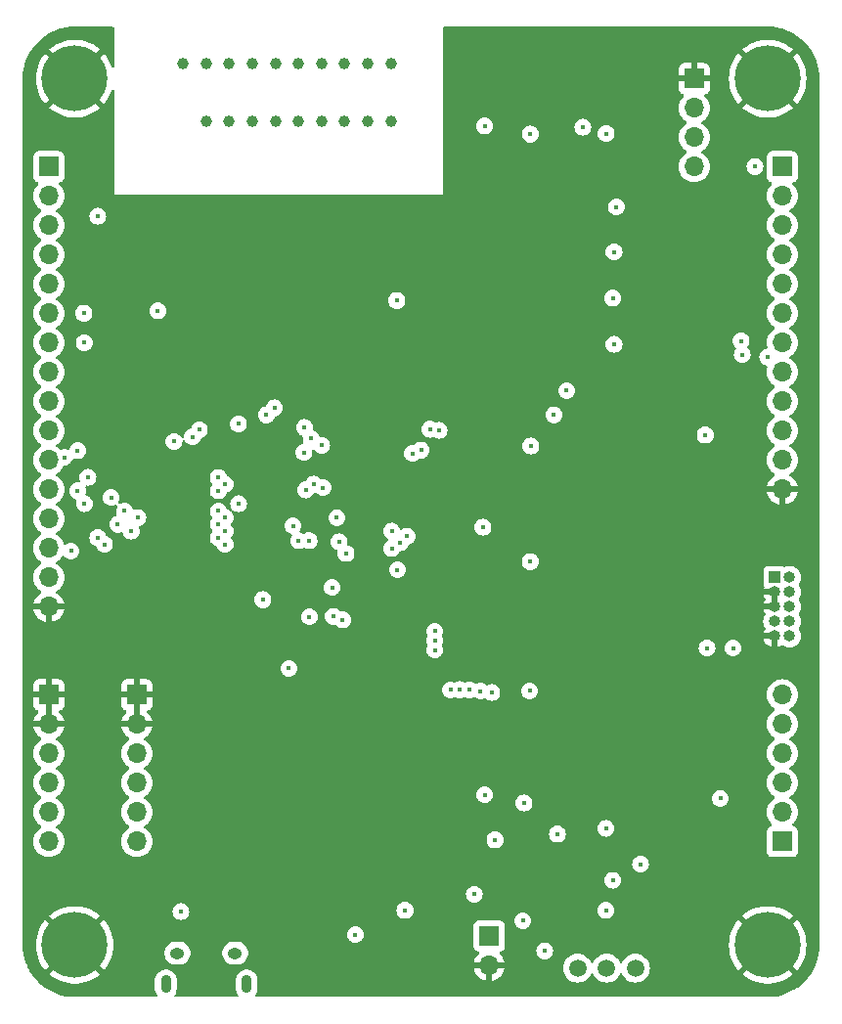
<source format=gbr>
%TF.GenerationSoftware,KiCad,Pcbnew,8.0.3*%
%TF.CreationDate,2024-06-19T01:19:57-05:00*%
%TF.ProjectId,bicep,62696365-702e-46b6-9963-61645f706362,rev?*%
%TF.SameCoordinates,Original*%
%TF.FileFunction,Copper,L2,Inr*%
%TF.FilePolarity,Positive*%
%FSLAX46Y46*%
G04 Gerber Fmt 4.6, Leading zero omitted, Abs format (unit mm)*
G04 Created by KiCad (PCBNEW 8.0.3) date 2024-06-19 01:19:57*
%MOMM*%
%LPD*%
G01*
G04 APERTURE LIST*
%TA.AperFunction,ComponentPad*%
%ADD10O,0.890000X1.550000*%
%TD*%
%TA.AperFunction,ComponentPad*%
%ADD11O,1.250000X0.950000*%
%TD*%
%TA.AperFunction,ComponentPad*%
%ADD12C,5.700000*%
%TD*%
%TA.AperFunction,ComponentPad*%
%ADD13R,1.700000X1.700000*%
%TD*%
%TA.AperFunction,ComponentPad*%
%ADD14O,1.700000X1.700000*%
%TD*%
%TA.AperFunction,ComponentPad*%
%ADD15C,1.500000*%
%TD*%
%TA.AperFunction,ComponentPad*%
%ADD16C,1.000000*%
%TD*%
%TA.AperFunction,ComponentPad*%
%ADD17R,1.000000X1.000000*%
%TD*%
%TA.AperFunction,ComponentPad*%
%ADD18O,1.000000X1.000000*%
%TD*%
%TA.AperFunction,ViaPad*%
%ADD19C,0.450000*%
%TD*%
G04 APERTURE END LIST*
D10*
%TO.N,unconnected-(J11-Shield-Pad6)_5*%
%TO.C,J11*%
X121900000Y-141900000D03*
D11*
%TO.N,unconnected-(J11-Shield-Pad6)_3*%
X122900000Y-139200000D03*
%TO.N,unconnected-(J11-Shield-Pad6)_1*%
X127900000Y-139200000D03*
D10*
%TO.N,unconnected-(J11-Shield-Pad6)_0*%
X128900000Y-141900000D03*
%TD*%
D12*
%TO.N,GND*%
%TO.C,H2*%
X174000000Y-63500000D03*
%TD*%
D13*
%TO.N,+3V3*%
%TO.C,J9*%
X111760000Y-71120000D03*
D14*
%TO.N,/D13_LED*%
X111760000Y-73660000D03*
%TO.N,/D12*%
X111760000Y-76200000D03*
%TO.N,/D11_RX2*%
X111760000Y-78740000D03*
%TO.N,/D10_TX2*%
X111760000Y-81280000D03*
%TO.N,/D9_NEO*%
X111760000Y-83820000D03*
%TO.N,/D8_CS*%
X111760000Y-86360000D03*
%TO.N,/D7*%
X111760000Y-88900000D03*
%TO.N,/D6*%
X111760000Y-91440000D03*
%TO.N,/D5*%
X111760000Y-93980000D03*
%TO.N,/D4_RST*%
X111760000Y-96520000D03*
%TO.N,/D3_IRQ*%
X111760000Y-99060000D03*
%TO.N,/D2*%
X111760000Y-101600000D03*
%TO.N,/D1_TX*%
X111760000Y-104140000D03*
%TO.N,/D0_RX*%
X111760000Y-106680000D03*
%TO.N,GND*%
X111760000Y-109220000D03*
%TD*%
D13*
%TO.N,GND*%
%TO.C,J6*%
X119380000Y-116840000D03*
D14*
X119380000Y-119380000D03*
%TO.N,unconnected-(J6-Pin_3-Pad3)*%
X119380000Y-121920000D03*
%TO.N,/D11_RX2*%
X119380000Y-124460000D03*
%TO.N,/D10_TX2*%
X119380000Y-127000000D03*
%TO.N,unconnected-(J6-Pin_6-Pad6)*%
X119380000Y-129540000D03*
%TD*%
D13*
%TO.N,GND*%
%TO.C,J5*%
X111760000Y-116840000D03*
D14*
X111760000Y-119380000D03*
%TO.N,unconnected-(J5-Pin_3-Pad3)*%
X111760000Y-121920000D03*
%TO.N,/D0_RX*%
X111760000Y-124460000D03*
%TO.N,/D1_TX*%
X111760000Y-127000000D03*
%TO.N,unconnected-(J5-Pin_6-Pad6)*%
X111760000Y-129540000D03*
%TD*%
D15*
%TO.N,unconnected-(SW2-A-Pad1)*%
%TO.C,SW2*%
X162560000Y-140500000D03*
%TO.N,/VBAT*%
X160060000Y-140500000D03*
%TO.N,/VBATSW*%
X157560000Y-140500000D03*
%TD*%
D13*
%TO.N,/VBAT*%
%TO.C,J12*%
X149900000Y-137725000D03*
D14*
%TO.N,GND*%
X149900000Y-140265000D03*
%TD*%
D12*
%TO.N,GND*%
%TO.C,H4*%
X174000000Y-138500000D03*
%TD*%
D13*
%TO.N,/A0*%
%TO.C,J7*%
X175260000Y-129540000D03*
D14*
%TO.N,/A1*%
X175260000Y-127000000D03*
%TO.N,/A2*%
X175260000Y-124460000D03*
%TO.N,/A3*%
X175260000Y-121920000D03*
%TO.N,/A4*%
X175260000Y-119380000D03*
%TO.N,/A5*%
X175260000Y-116840000D03*
%TD*%
D12*
%TO.N,GND*%
%TO.C,H3*%
X114000000Y-138500000D03*
%TD*%
%TO.N,GND*%
%TO.C,H1*%
X114000000Y-63500000D03*
%TD*%
D16*
%TO.N,*%
%TO.C,ANT1*%
X123380000Y-62200000D03*
X125380000Y-62200000D03*
X125380000Y-67200000D03*
X127380000Y-62200000D03*
X127380000Y-67200000D03*
X129380000Y-62200000D03*
X129380000Y-67200000D03*
X131380000Y-62200000D03*
X131380000Y-67200000D03*
X133380000Y-62200000D03*
X133380000Y-67200000D03*
X135380000Y-62200000D03*
X135380000Y-67200000D03*
X137380000Y-62200000D03*
X137380000Y-67200000D03*
X139380000Y-62200000D03*
X139380000Y-67200000D03*
X141380000Y-62200000D03*
X141380000Y-67200000D03*
%TD*%
D17*
%TO.N,+3V3*%
%TO.C,J1*%
X174625000Y-106680000D03*
D18*
%TO.N,/SWDIO*%
X175895000Y-106680000D03*
%TO.N,GND*%
X174625000Y-107950000D03*
%TO.N,/SWCLK*%
X175895000Y-107950000D03*
%TO.N,GND*%
X174625000Y-109220000D03*
%TO.N,unconnected-(J1-Pin_6-Pad6)*%
X175895000Y-109220000D03*
%TO.N,unconnected-(J1-Pin_7-Pad7)*%
X174625000Y-110490000D03*
%TO.N,unconnected-(J1-Pin_8-Pad8)*%
X175895000Y-110490000D03*
%TO.N,GND*%
X174625000Y-111760000D03*
%TO.N,/~{RESET}*%
X175895000Y-111760000D03*
%TD*%
D13*
%TO.N,+3V3*%
%TO.C,J8*%
X175260000Y-71120000D03*
D14*
%TO.N,/VBAT*%
X175260000Y-73660000D03*
%TO.N,/EN*%
X175260000Y-76200000D03*
%TO.N,/VBUS*%
X175260000Y-78740000D03*
%TO.N,/~{RESET}*%
X175260000Y-81280000D03*
%TO.N,/AREF*%
X175260000Y-83820000D03*
%TO.N,/SCL*%
X175260000Y-86360000D03*
%TO.N,/SDA*%
X175260000Y-88900000D03*
%TO.N,/SCK*%
X175260000Y-91440000D03*
%TO.N,/MOSI*%
X175260000Y-93980000D03*
%TO.N,/MISO*%
X175260000Y-96520000D03*
%TO.N,GND*%
X175260000Y-99060000D03*
%TD*%
D13*
%TO.N,GND*%
%TO.C,J4*%
X167640000Y-63500000D03*
D14*
%TO.N,+3V3*%
X167640000Y-66040000D03*
%TO.N,/SDA*%
X167640000Y-68580000D03*
%TO.N,/SCL*%
X167640000Y-71120000D03*
%TD*%
D19*
%TO.N,GND*%
X151600000Y-79000000D03*
X136900000Y-140000000D03*
X133480000Y-125750000D03*
X158700000Y-126000000D03*
X121500000Y-79000000D03*
X151700000Y-75500000D03*
X127200000Y-137650000D03*
X135550000Y-114500000D03*
X141310000Y-89990000D03*
X141350000Y-115450000D03*
X146650000Y-102525000D03*
X155500000Y-66800000D03*
X143750000Y-115350000D03*
X130000000Y-106700000D03*
X152800000Y-91200000D03*
X165100000Y-128000000D03*
X152800000Y-78400000D03*
X152800000Y-124400000D03*
X161350000Y-126000000D03*
X158400000Y-63800000D03*
X158000000Y-132500000D03*
X138200000Y-131300000D03*
X138600000Y-114450000D03*
X120200000Y-134400000D03*
X160800000Y-90600000D03*
X141300000Y-76000000D03*
X138520000Y-105240000D03*
X135618662Y-101444630D03*
X164500000Y-134400000D03*
X147000000Y-66700000D03*
X135300000Y-107550000D03*
%TO.N,/AREF*%
X153450000Y-105300000D03*
X153500000Y-95300000D03*
%TO.N,+3V3*%
X136300000Y-107550000D03*
X160700000Y-86500000D03*
X136700000Y-101500000D03*
X160600000Y-82500000D03*
X132550000Y-114550000D03*
X156600000Y-90500000D03*
X172900000Y-71100000D03*
X149350000Y-102325000D03*
X158000000Y-67700000D03*
X163000000Y-131500000D03*
X149500000Y-67600000D03*
X160900000Y-74600000D03*
X130300000Y-108600000D03*
X160700000Y-78500000D03*
X121200000Y-83600000D03*
%TO.N,/VBAT*%
X160000000Y-128400000D03*
X138300000Y-137600000D03*
X160000000Y-135500000D03*
%TO.N,/VBUS*%
X142600000Y-135500000D03*
X123200000Y-135600000D03*
X169900000Y-125800000D03*
%TO.N,/A5*%
X152900000Y-126200000D03*
X153390000Y-116490000D03*
%TO.N,/SWDIO*%
X145190000Y-112150000D03*
X137200000Y-110350000D03*
%TO.N,/SWCLK*%
X136400000Y-110050000D03*
X145190000Y-111340000D03*
%TO.N,/~{RESET}*%
X168600000Y-94350000D03*
X171000000Y-112800000D03*
X168750000Y-112800000D03*
X134330000Y-110090000D03*
X145190000Y-112960000D03*
%TO.N,/SDA*%
X171700000Y-86200000D03*
X143250000Y-95950000D03*
X133400000Y-103500000D03*
%TO.N,/SCL*%
X134300000Y-103500000D03*
X171800000Y-87400000D03*
X144000000Y-95650000D03*
X153450000Y-68300000D03*
X160020000Y-68260000D03*
X174000000Y-87600000D03*
%TO.N,/D0_RX*%
X127020000Y-98600000D03*
X113680000Y-104400000D03*
%TO.N,/D1_TX*%
X126440000Y-98020000D03*
X115150000Y-98000000D03*
%TO.N,/D10_TX2*%
X117740000Y-102080000D03*
X126440000Y-102080000D03*
%TO.N,/D11_RX2*%
X118320000Y-100920000D03*
X126440000Y-100920000D03*
%TO.N,/A4*%
X150110000Y-116630000D03*
X141460000Y-102670000D03*
%TO.N,/A0*%
X141950000Y-106010000D03*
X146530000Y-116420000D03*
%TO.N,/A1*%
X147330000Y-116390000D03*
X141460000Y-104170000D03*
%TO.N,/A3*%
X149150000Y-116520000D03*
X142780000Y-103110000D03*
%TO.N,/A2*%
X148190000Y-116410000D03*
X142200000Y-103670000D03*
%TO.N,/EN*%
X160585901Y-132884431D03*
%TO.N,/MISO*%
X133900000Y-93700000D03*
X134000000Y-99100000D03*
X133850000Y-95850000D03*
%TO.N,/MOSI*%
X131300000Y-92000000D03*
X135400000Y-95250000D03*
X135500000Y-98900000D03*
%TO.N,/SCK*%
X134480000Y-94650000D03*
X134700000Y-98600000D03*
X130600000Y-92600000D03*
%TO.N,/D6*%
X126440000Y-103240000D03*
X116000000Y-103240000D03*
%TO.N,/D12*%
X127020000Y-102660000D03*
X118900000Y-102660000D03*
%TO.N,/D9_NEO*%
X114800000Y-83800000D03*
X117160000Y-99760000D03*
X132900000Y-102200000D03*
X155500000Y-92600000D03*
%TO.N,/D8_CS*%
X128180000Y-93380000D03*
X114840000Y-86360000D03*
%TO.N,/D7*%
X116580000Y-103820000D03*
X127020000Y-103820000D03*
%TO.N,/D3_IRQ*%
X114260000Y-95700000D03*
X122600000Y-94900000D03*
X124800000Y-93900000D03*
%TO.N,/D4_RST*%
X124200000Y-94500000D03*
X113100000Y-96280000D03*
%TO.N,/D5*%
X114850000Y-100300000D03*
X128200000Y-100300000D03*
%TO.N,/D2*%
X114260000Y-99180000D03*
X126440000Y-99180000D03*
%TO.N,/TXLED*%
X136900000Y-103600000D03*
X144750000Y-93850000D03*
%TO.N,/RXLED*%
X137500000Y-104600000D03*
X145550000Y-93950000D03*
%TO.N,/CHG_STAT*%
X148600000Y-134100000D03*
X155800000Y-128900000D03*
%TO.N,/VBATSW*%
X154700000Y-139000000D03*
X150400000Y-129400000D03*
X149500000Y-125500000D03*
X152800000Y-136400000D03*
%TO.N,/D13_LED*%
X119480000Y-101500000D03*
X127020000Y-101500000D03*
X141900000Y-82700000D03*
X116000000Y-75400000D03*
%TD*%
%TA.AperFunction,Conductor*%
%TO.N,GND*%
G36*
X112010000Y-118946988D02*
G01*
X111952993Y-118914075D01*
X111825826Y-118880000D01*
X111694174Y-118880000D01*
X111567007Y-118914075D01*
X111510000Y-118946988D01*
X111510000Y-117273012D01*
X111567007Y-117305925D01*
X111694174Y-117340000D01*
X111825826Y-117340000D01*
X111952993Y-117305925D01*
X112010000Y-117273012D01*
X112010000Y-118946988D01*
G37*
%TD.AperFunction*%
%TA.AperFunction,Conductor*%
G36*
X119630000Y-118946988D02*
G01*
X119572993Y-118914075D01*
X119445826Y-118880000D01*
X119314174Y-118880000D01*
X119187007Y-118914075D01*
X119130000Y-118946988D01*
X119130000Y-117273012D01*
X119187007Y-117305925D01*
X119314174Y-117340000D01*
X119445826Y-117340000D01*
X119572993Y-117305925D01*
X119630000Y-117273012D01*
X119630000Y-118946988D01*
G37*
%TD.AperFunction*%
%TA.AperFunction,Conductor*%
G36*
X117373039Y-59020185D02*
G01*
X117418794Y-59072989D01*
X117430000Y-59124500D01*
X117430000Y-62421593D01*
X117410315Y-62488632D01*
X117357511Y-62534387D01*
X117288353Y-62544331D01*
X117224797Y-62515306D01*
X117187023Y-62456528D01*
X117186520Y-62454767D01*
X117179303Y-62428775D01*
X117179302Y-62428772D01*
X117044847Y-62091315D01*
X117044838Y-62091297D01*
X116874683Y-61770352D01*
X116874681Y-61770348D01*
X116670829Y-61469690D01*
X116670822Y-61469680D01*
X116539029Y-61314523D01*
X116539028Y-61314523D01*
X115294251Y-62559300D01*
X115220412Y-62457670D01*
X115042330Y-62279588D01*
X114940698Y-62205748D01*
X116188110Y-60958336D01*
X116188110Y-60958334D01*
X116171929Y-60943007D01*
X116171928Y-60943006D01*
X115882733Y-60723167D01*
X115882717Y-60723156D01*
X115571477Y-60535890D01*
X115571464Y-60535883D01*
X115241794Y-60383360D01*
X115241789Y-60383359D01*
X114897538Y-60267367D01*
X114542764Y-60189275D01*
X114181633Y-60150000D01*
X113818366Y-60150000D01*
X113457235Y-60189275D01*
X113102461Y-60267367D01*
X112758210Y-60383359D01*
X112758205Y-60383360D01*
X112428535Y-60535883D01*
X112428522Y-60535890D01*
X112117282Y-60723156D01*
X112117266Y-60723167D01*
X111828075Y-60943002D01*
X111811888Y-60958335D01*
X111811887Y-60958335D01*
X113059301Y-62205748D01*
X112957670Y-62279588D01*
X112779588Y-62457670D01*
X112705748Y-62559300D01*
X111460970Y-61314522D01*
X111460969Y-61314523D01*
X111329177Y-61469680D01*
X111329170Y-61469690D01*
X111125318Y-61770348D01*
X111125316Y-61770352D01*
X110955161Y-62091297D01*
X110955152Y-62091315D01*
X110820697Y-62428772D01*
X110820695Y-62428779D01*
X110723519Y-62778777D01*
X110723517Y-62778785D01*
X110664746Y-63137271D01*
X110645080Y-63499997D01*
X110645080Y-63500002D01*
X110664746Y-63862728D01*
X110723517Y-64221214D01*
X110723519Y-64221222D01*
X110820695Y-64571220D01*
X110820697Y-64571227D01*
X110955152Y-64908684D01*
X110955161Y-64908702D01*
X111125316Y-65229647D01*
X111125318Y-65229651D01*
X111329170Y-65530309D01*
X111329177Y-65530319D01*
X111460969Y-65685475D01*
X111460970Y-65685475D01*
X112705748Y-64440698D01*
X112779588Y-64542330D01*
X112957670Y-64720412D01*
X113059300Y-64794251D01*
X111811888Y-66041662D01*
X111811888Y-66041664D01*
X111828070Y-66056992D01*
X111828071Y-66056993D01*
X112117266Y-66276832D01*
X112117282Y-66276843D01*
X112428522Y-66464109D01*
X112428535Y-66464116D01*
X112758205Y-66616639D01*
X112758210Y-66616640D01*
X113102461Y-66732632D01*
X113457235Y-66810724D01*
X113818366Y-66849999D01*
X113818374Y-66850000D01*
X114181626Y-66850000D01*
X114181633Y-66849999D01*
X114542764Y-66810724D01*
X114897538Y-66732632D01*
X115241789Y-66616640D01*
X115241794Y-66616639D01*
X115571464Y-66464116D01*
X115571477Y-66464109D01*
X115882717Y-66276843D01*
X115882733Y-66276832D01*
X116171929Y-66056992D01*
X116188110Y-66041664D01*
X116188110Y-66041663D01*
X114940698Y-64794251D01*
X115042330Y-64720412D01*
X115220412Y-64542330D01*
X115294251Y-64440698D01*
X116539028Y-65685475D01*
X116539029Y-65685475D01*
X116670827Y-65530311D01*
X116670838Y-65530297D01*
X116874681Y-65229651D01*
X116874683Y-65229647D01*
X117044838Y-64908702D01*
X117044847Y-64908684D01*
X117179302Y-64571227D01*
X117179304Y-64571220D01*
X117186520Y-64545233D01*
X117223422Y-64485903D01*
X117286542Y-64455942D01*
X117355839Y-64464863D01*
X117409314Y-64509833D01*
X117429986Y-64576574D01*
X117430000Y-64578406D01*
X117430000Y-73550000D01*
X145880000Y-73550000D01*
X145880000Y-67599996D01*
X148769909Y-67599996D01*
X148769909Y-67600003D01*
X148788212Y-67762455D01*
X148842210Y-67916774D01*
X148883964Y-67983225D01*
X148929192Y-68055204D01*
X149044796Y-68170808D01*
X149183225Y-68257789D01*
X149337539Y-68311786D01*
X149337542Y-68311786D01*
X149337544Y-68311787D01*
X149499996Y-68330091D01*
X149500000Y-68330091D01*
X149500004Y-68330091D01*
X149662455Y-68311787D01*
X149662456Y-68311786D01*
X149662461Y-68311786D01*
X149696155Y-68299996D01*
X152719909Y-68299996D01*
X152719909Y-68300003D01*
X152738212Y-68462455D01*
X152792210Y-68616774D01*
X152792211Y-68616775D01*
X152879192Y-68755204D01*
X152994796Y-68870808D01*
X153133225Y-68957789D01*
X153287539Y-69011786D01*
X153287542Y-69011786D01*
X153287544Y-69011787D01*
X153449996Y-69030091D01*
X153450000Y-69030091D01*
X153450004Y-69030091D01*
X153612455Y-69011787D01*
X153612456Y-69011786D01*
X153612461Y-69011786D01*
X153766775Y-68957789D01*
X153905204Y-68870808D01*
X154020808Y-68755204D01*
X154107789Y-68616775D01*
X154161786Y-68462461D01*
X154161787Y-68462455D01*
X154180091Y-68300003D01*
X154180091Y-68299996D01*
X154161787Y-68137544D01*
X154161786Y-68137542D01*
X154161786Y-68137539D01*
X154107789Y-67983225D01*
X154020808Y-67844796D01*
X153905204Y-67729192D01*
X153858750Y-67700003D01*
X153858739Y-67699996D01*
X157269909Y-67699996D01*
X157269909Y-67700003D01*
X157288212Y-67862455D01*
X157342210Y-68016774D01*
X157418092Y-68137539D01*
X157429192Y-68155204D01*
X157544796Y-68270808D01*
X157683225Y-68357789D01*
X157837539Y-68411786D01*
X157837542Y-68411786D01*
X157837544Y-68411787D01*
X157999996Y-68430091D01*
X158000000Y-68430091D01*
X158000004Y-68430091D01*
X158162455Y-68411787D01*
X158162456Y-68411786D01*
X158162461Y-68411786D01*
X158316775Y-68357789D01*
X158455204Y-68270808D01*
X158466016Y-68259996D01*
X159289909Y-68259996D01*
X159289909Y-68260003D01*
X159308212Y-68422455D01*
X159362210Y-68576774D01*
X159449192Y-68715204D01*
X159564796Y-68830808D01*
X159703225Y-68917789D01*
X159857539Y-68971786D01*
X159857542Y-68971786D01*
X159857544Y-68971787D01*
X160019996Y-68990091D01*
X160020000Y-68990091D01*
X160020004Y-68990091D01*
X160182455Y-68971787D01*
X160182456Y-68971786D01*
X160182461Y-68971786D01*
X160336775Y-68917789D01*
X160475204Y-68830808D01*
X160590808Y-68715204D01*
X160677789Y-68576775D01*
X160731786Y-68422461D01*
X160739073Y-68357789D01*
X160750091Y-68260003D01*
X160750091Y-68259996D01*
X160731787Y-68097544D01*
X160731786Y-68097542D01*
X160731786Y-68097539D01*
X160677789Y-67943225D01*
X160590808Y-67804796D01*
X160475204Y-67689192D01*
X160336774Y-67602210D01*
X160182455Y-67548212D01*
X160020004Y-67529909D01*
X160019996Y-67529909D01*
X159857544Y-67548212D01*
X159703225Y-67602210D01*
X159564795Y-67689192D01*
X159449192Y-67804795D01*
X159362210Y-67943225D01*
X159308212Y-68097544D01*
X159289909Y-68259996D01*
X158466016Y-68259996D01*
X158570808Y-68155204D01*
X158657789Y-68016775D01*
X158711786Y-67862461D01*
X158711787Y-67862455D01*
X158730091Y-67700003D01*
X158730091Y-67699996D01*
X158711787Y-67537544D01*
X158711786Y-67537542D01*
X158711786Y-67537539D01*
X158657789Y-67383225D01*
X158570808Y-67244796D01*
X158455204Y-67129192D01*
X158316774Y-67042210D01*
X158162455Y-66988212D01*
X158000004Y-66969909D01*
X157999996Y-66969909D01*
X157837544Y-66988212D01*
X157683225Y-67042210D01*
X157544795Y-67129192D01*
X157429192Y-67244795D01*
X157342210Y-67383225D01*
X157288212Y-67537544D01*
X157269909Y-67699996D01*
X153858739Y-67699996D01*
X153766774Y-67642210D01*
X153612455Y-67588212D01*
X153450004Y-67569909D01*
X153449996Y-67569909D01*
X153287544Y-67588212D01*
X153133225Y-67642210D01*
X152994795Y-67729192D01*
X152879192Y-67844795D01*
X152792210Y-67983225D01*
X152738212Y-68137544D01*
X152719909Y-68299996D01*
X149696155Y-68299996D01*
X149816775Y-68257789D01*
X149955204Y-68170808D01*
X150070808Y-68055204D01*
X150157789Y-67916775D01*
X150211786Y-67762461D01*
X150217855Y-67708597D01*
X150230091Y-67600003D01*
X150230091Y-67599996D01*
X150211787Y-67437544D01*
X150211786Y-67437542D01*
X150211786Y-67437539D01*
X150157789Y-67283225D01*
X150070808Y-67144796D01*
X149955204Y-67029192D01*
X149860856Y-66969909D01*
X149816774Y-66942210D01*
X149662455Y-66888212D01*
X149500004Y-66869909D01*
X149499996Y-66869909D01*
X149337544Y-66888212D01*
X149183225Y-66942210D01*
X149044795Y-67029192D01*
X148929192Y-67144795D01*
X148842210Y-67283225D01*
X148788212Y-67437544D01*
X148769909Y-67599996D01*
X145880000Y-67599996D01*
X145880000Y-66039999D01*
X166284341Y-66039999D01*
X166284341Y-66040000D01*
X166304936Y-66275403D01*
X166304938Y-66275413D01*
X166366094Y-66503655D01*
X166366096Y-66503659D01*
X166366097Y-66503663D01*
X166418779Y-66616639D01*
X166465965Y-66717830D01*
X166465967Y-66717834D01*
X166601501Y-66911395D01*
X166601506Y-66911402D01*
X166768597Y-67078493D01*
X166768603Y-67078498D01*
X166954158Y-67208425D01*
X166997783Y-67263002D01*
X167004977Y-67332500D01*
X166973454Y-67394855D01*
X166954158Y-67411575D01*
X166768597Y-67541505D01*
X166601505Y-67708597D01*
X166465965Y-67902169D01*
X166465964Y-67902171D01*
X166366098Y-68116335D01*
X166366094Y-68116344D01*
X166304938Y-68344586D01*
X166304936Y-68344596D01*
X166284341Y-68579999D01*
X166284341Y-68580000D01*
X166304936Y-68815403D01*
X166304938Y-68815413D01*
X166366094Y-69043655D01*
X166366096Y-69043659D01*
X166366097Y-69043663D01*
X166465965Y-69257830D01*
X166465967Y-69257834D01*
X166601501Y-69451395D01*
X166601506Y-69451402D01*
X166768597Y-69618493D01*
X166768603Y-69618498D01*
X166954158Y-69748425D01*
X166997783Y-69803002D01*
X167004977Y-69872500D01*
X166973454Y-69934855D01*
X166954158Y-69951575D01*
X166768597Y-70081505D01*
X166601505Y-70248597D01*
X166465965Y-70442169D01*
X166465964Y-70442171D01*
X166366098Y-70656335D01*
X166366094Y-70656344D01*
X166304938Y-70884586D01*
X166304936Y-70884596D01*
X166284341Y-71119999D01*
X166284341Y-71120000D01*
X166304936Y-71355403D01*
X166304938Y-71355413D01*
X166366094Y-71583655D01*
X166366096Y-71583659D01*
X166366097Y-71583663D01*
X166447294Y-71757789D01*
X166465965Y-71797830D01*
X166465967Y-71797834D01*
X166488554Y-71830091D01*
X166601505Y-71991401D01*
X166768599Y-72158495D01*
X166865384Y-72226265D01*
X166962165Y-72294032D01*
X166962167Y-72294033D01*
X166962170Y-72294035D01*
X167176337Y-72393903D01*
X167404592Y-72455063D01*
X167581034Y-72470500D01*
X167639999Y-72475659D01*
X167640000Y-72475659D01*
X167640001Y-72475659D01*
X167698966Y-72470500D01*
X167875408Y-72455063D01*
X168103663Y-72393903D01*
X168317830Y-72294035D01*
X168511401Y-72158495D01*
X168678495Y-71991401D01*
X168814035Y-71797830D01*
X168913903Y-71583663D01*
X168975063Y-71355408D01*
X168995659Y-71120000D01*
X168993909Y-71099996D01*
X172169909Y-71099996D01*
X172169909Y-71100003D01*
X172188212Y-71262455D01*
X172242210Y-71416774D01*
X172242211Y-71416775D01*
X172329192Y-71555204D01*
X172444796Y-71670808D01*
X172583225Y-71757789D01*
X172737539Y-71811786D01*
X172737542Y-71811786D01*
X172737544Y-71811787D01*
X172899996Y-71830091D01*
X172900000Y-71830091D01*
X172900004Y-71830091D01*
X173062455Y-71811787D01*
X173062456Y-71811786D01*
X173062461Y-71811786D01*
X173216775Y-71757789D01*
X173355204Y-71670808D01*
X173470808Y-71555204D01*
X173557789Y-71416775D01*
X173611786Y-71262461D01*
X173630091Y-71100000D01*
X173611786Y-70937539D01*
X173557789Y-70783225D01*
X173470808Y-70644796D01*
X173355204Y-70529192D01*
X173216774Y-70442210D01*
X173062455Y-70388212D01*
X172900004Y-70369909D01*
X172899996Y-70369909D01*
X172737544Y-70388212D01*
X172583225Y-70442210D01*
X172444795Y-70529192D01*
X172329192Y-70644795D01*
X172242210Y-70783225D01*
X172188212Y-70937544D01*
X172169909Y-71099996D01*
X168993909Y-71099996D01*
X168975063Y-70884592D01*
X168913903Y-70656337D01*
X168814035Y-70442171D01*
X168678495Y-70248599D01*
X168678494Y-70248597D01*
X168511402Y-70081506D01*
X168511396Y-70081501D01*
X168325842Y-69951575D01*
X168282217Y-69896998D01*
X168275023Y-69827500D01*
X168306546Y-69765145D01*
X168325842Y-69748425D01*
X168348026Y-69732891D01*
X168511401Y-69618495D01*
X168678495Y-69451401D01*
X168814035Y-69257830D01*
X168913903Y-69043663D01*
X168975063Y-68815408D01*
X168995659Y-68580000D01*
X168975063Y-68344592D01*
X168913903Y-68116337D01*
X168814035Y-67902171D01*
X168716210Y-67762461D01*
X168678494Y-67708597D01*
X168511402Y-67541506D01*
X168511396Y-67541501D01*
X168325842Y-67411575D01*
X168282217Y-67356998D01*
X168275023Y-67287500D01*
X168306546Y-67225145D01*
X168325842Y-67208425D01*
X168438998Y-67129192D01*
X168511401Y-67078495D01*
X168678495Y-66911401D01*
X168814035Y-66717830D01*
X168913903Y-66503663D01*
X168975063Y-66275408D01*
X168995659Y-66040000D01*
X168975063Y-65804592D01*
X168913903Y-65576337D01*
X168814035Y-65362171D01*
X168678495Y-65168599D01*
X168556179Y-65046283D01*
X168522696Y-64984963D01*
X168527680Y-64915271D01*
X168569551Y-64859337D01*
X168600529Y-64842422D01*
X168732086Y-64793354D01*
X168732093Y-64793350D01*
X168847187Y-64707190D01*
X168847190Y-64707187D01*
X168933350Y-64592093D01*
X168933354Y-64592086D01*
X168983596Y-64457379D01*
X168983598Y-64457372D01*
X168989999Y-64397844D01*
X168990000Y-64397827D01*
X168990000Y-63750000D01*
X168073012Y-63750000D01*
X168105925Y-63692993D01*
X168140000Y-63565826D01*
X168140000Y-63499997D01*
X170645080Y-63499997D01*
X170645080Y-63500002D01*
X170664746Y-63862728D01*
X170723517Y-64221214D01*
X170723519Y-64221222D01*
X170820695Y-64571220D01*
X170820697Y-64571227D01*
X170955152Y-64908684D01*
X170955161Y-64908702D01*
X171125316Y-65229647D01*
X171125318Y-65229651D01*
X171329170Y-65530309D01*
X171329177Y-65530319D01*
X171460969Y-65685475D01*
X171460970Y-65685475D01*
X172705748Y-64440698D01*
X172779588Y-64542330D01*
X172957670Y-64720412D01*
X173059300Y-64794251D01*
X171811888Y-66041662D01*
X171811888Y-66041664D01*
X171828070Y-66056992D01*
X171828071Y-66056993D01*
X172117266Y-66276832D01*
X172117282Y-66276843D01*
X172428522Y-66464109D01*
X172428535Y-66464116D01*
X172758205Y-66616639D01*
X172758210Y-66616640D01*
X173102461Y-66732632D01*
X173457235Y-66810724D01*
X173818366Y-66849999D01*
X173818374Y-66850000D01*
X174181626Y-66850000D01*
X174181633Y-66849999D01*
X174542764Y-66810724D01*
X174897538Y-66732632D01*
X175241789Y-66616640D01*
X175241794Y-66616639D01*
X175571464Y-66464116D01*
X175571477Y-66464109D01*
X175882717Y-66276843D01*
X175882733Y-66276832D01*
X176171929Y-66056992D01*
X176188110Y-66041664D01*
X176188110Y-66041663D01*
X174940698Y-64794251D01*
X175042330Y-64720412D01*
X175220412Y-64542330D01*
X175294251Y-64440698D01*
X176539028Y-65685475D01*
X176539029Y-65685475D01*
X176670827Y-65530311D01*
X176670838Y-65530297D01*
X176874681Y-65229651D01*
X176874683Y-65229647D01*
X177044838Y-64908702D01*
X177044847Y-64908684D01*
X177179302Y-64571227D01*
X177179304Y-64571220D01*
X177276480Y-64221222D01*
X177276482Y-64221214D01*
X177335253Y-63862728D01*
X177354920Y-63500002D01*
X177354920Y-63499997D01*
X177335253Y-63137271D01*
X177276482Y-62778785D01*
X177276480Y-62778777D01*
X177179304Y-62428779D01*
X177179302Y-62428772D01*
X177044847Y-62091315D01*
X177044838Y-62091297D01*
X176874683Y-61770352D01*
X176874681Y-61770348D01*
X176670829Y-61469690D01*
X176670822Y-61469680D01*
X176539029Y-61314523D01*
X176539028Y-61314523D01*
X175294251Y-62559300D01*
X175220412Y-62457670D01*
X175042330Y-62279588D01*
X174940698Y-62205748D01*
X176188110Y-60958336D01*
X176188110Y-60958334D01*
X176171929Y-60943007D01*
X176171928Y-60943006D01*
X175882733Y-60723167D01*
X175882717Y-60723156D01*
X175571477Y-60535890D01*
X175571464Y-60535883D01*
X175241794Y-60383360D01*
X175241789Y-60383359D01*
X174897538Y-60267367D01*
X174542764Y-60189275D01*
X174181633Y-60150000D01*
X173818366Y-60150000D01*
X173457235Y-60189275D01*
X173102461Y-60267367D01*
X172758210Y-60383359D01*
X172758205Y-60383360D01*
X172428535Y-60535883D01*
X172428522Y-60535890D01*
X172117282Y-60723156D01*
X172117266Y-60723167D01*
X171828075Y-60943002D01*
X171811888Y-60958335D01*
X171811887Y-60958335D01*
X173059301Y-62205748D01*
X172957670Y-62279588D01*
X172779588Y-62457670D01*
X172705748Y-62559300D01*
X171460970Y-61314522D01*
X171460969Y-61314523D01*
X171329177Y-61469680D01*
X171329170Y-61469690D01*
X171125318Y-61770348D01*
X171125316Y-61770352D01*
X170955161Y-62091297D01*
X170955152Y-62091315D01*
X170820697Y-62428772D01*
X170820695Y-62428779D01*
X170723519Y-62778777D01*
X170723517Y-62778785D01*
X170664746Y-63137271D01*
X170645080Y-63499997D01*
X168140000Y-63499997D01*
X168140000Y-63434174D01*
X168105925Y-63307007D01*
X168073012Y-63250000D01*
X168990000Y-63250000D01*
X168990000Y-62602172D01*
X168989999Y-62602155D01*
X168983598Y-62542627D01*
X168983596Y-62542620D01*
X168933354Y-62407913D01*
X168933350Y-62407906D01*
X168847190Y-62292812D01*
X168847187Y-62292809D01*
X168732093Y-62206649D01*
X168732086Y-62206645D01*
X168597379Y-62156403D01*
X168597372Y-62156401D01*
X168537844Y-62150000D01*
X167890000Y-62150000D01*
X167890000Y-63066988D01*
X167832993Y-63034075D01*
X167705826Y-63000000D01*
X167574174Y-63000000D01*
X167447007Y-63034075D01*
X167390000Y-63066988D01*
X167390000Y-62150000D01*
X166742155Y-62150000D01*
X166682627Y-62156401D01*
X166682620Y-62156403D01*
X166547913Y-62206645D01*
X166547906Y-62206649D01*
X166432812Y-62292809D01*
X166432809Y-62292812D01*
X166346649Y-62407906D01*
X166346645Y-62407913D01*
X166296403Y-62542620D01*
X166296401Y-62542627D01*
X166290000Y-62602155D01*
X166290000Y-63250000D01*
X167206988Y-63250000D01*
X167174075Y-63307007D01*
X167140000Y-63434174D01*
X167140000Y-63565826D01*
X167174075Y-63692993D01*
X167206988Y-63750000D01*
X166290000Y-63750000D01*
X166290000Y-64397844D01*
X166296401Y-64457372D01*
X166296403Y-64457379D01*
X166346645Y-64592086D01*
X166346649Y-64592093D01*
X166432809Y-64707187D01*
X166432812Y-64707190D01*
X166547906Y-64793350D01*
X166547913Y-64793354D01*
X166679470Y-64842421D01*
X166735403Y-64884292D01*
X166759821Y-64949756D01*
X166744970Y-65018029D01*
X166723819Y-65046284D01*
X166601503Y-65168600D01*
X166465965Y-65362169D01*
X166465964Y-65362171D01*
X166366098Y-65576335D01*
X166366094Y-65576344D01*
X166304938Y-65804586D01*
X166304936Y-65804596D01*
X166284341Y-66039999D01*
X145880000Y-66039999D01*
X145880000Y-59124500D01*
X145899685Y-59057461D01*
X145952489Y-59011706D01*
X146004000Y-59000500D01*
X173934108Y-59000500D01*
X173997294Y-59000500D01*
X174002702Y-59000617D01*
X174386771Y-59017386D01*
X174397506Y-59018326D01*
X174775971Y-59068152D01*
X174786597Y-59070025D01*
X175159284Y-59152648D01*
X175169710Y-59155442D01*
X175533765Y-59270227D01*
X175543911Y-59273920D01*
X175896578Y-59420000D01*
X175906369Y-59424566D01*
X176244942Y-59600816D01*
X176254310Y-59606224D01*
X176576244Y-59811318D01*
X176585105Y-59817523D01*
X176887930Y-60049889D01*
X176896217Y-60056843D01*
X177177635Y-60314715D01*
X177185284Y-60322364D01*
X177443156Y-60603782D01*
X177450110Y-60612069D01*
X177682476Y-60914894D01*
X177688681Y-60923755D01*
X177893775Y-61245689D01*
X177899183Y-61255057D01*
X178075430Y-61593623D01*
X178080002Y-61603427D01*
X178226075Y-61956078D01*
X178229775Y-61966244D01*
X178344554Y-62330278D01*
X178347354Y-62340727D01*
X178429971Y-62713389D01*
X178431849Y-62724042D01*
X178481671Y-63102473D01*
X178482614Y-63113249D01*
X178499382Y-63497297D01*
X178499500Y-63502706D01*
X178499500Y-138497293D01*
X178499382Y-138502702D01*
X178482614Y-138886750D01*
X178481671Y-138897526D01*
X178431849Y-139275957D01*
X178429971Y-139286610D01*
X178347354Y-139659272D01*
X178344554Y-139669721D01*
X178229775Y-140033755D01*
X178226075Y-140043921D01*
X178080002Y-140396572D01*
X178075430Y-140406376D01*
X177899183Y-140744942D01*
X177893775Y-140754310D01*
X177688681Y-141076244D01*
X177682476Y-141085105D01*
X177450110Y-141387930D01*
X177443156Y-141396217D01*
X177185284Y-141677635D01*
X177177635Y-141685284D01*
X176896217Y-141943156D01*
X176887930Y-141950110D01*
X176585105Y-142182476D01*
X176576244Y-142188681D01*
X176254310Y-142393775D01*
X176244942Y-142399183D01*
X175906376Y-142575430D01*
X175896572Y-142580002D01*
X175543921Y-142726075D01*
X175533755Y-142729775D01*
X175169721Y-142844554D01*
X175159272Y-142847354D01*
X174786610Y-142929971D01*
X174775957Y-142931849D01*
X174397526Y-142981671D01*
X174386750Y-142982614D01*
X174002703Y-142999382D01*
X173997294Y-142999500D01*
X129754968Y-142999500D01*
X129687929Y-142979815D01*
X129642174Y-142927011D01*
X129632230Y-142857853D01*
X129651865Y-142806610D01*
X129666225Y-142785116D01*
X129737891Y-142677862D01*
X129809165Y-142505792D01*
X129845500Y-142323124D01*
X129845500Y-141476876D01*
X129845500Y-141476873D01*
X129845499Y-141476871D01*
X129828661Y-141392223D01*
X129809165Y-141294208D01*
X129737891Y-141122138D01*
X129737890Y-141122136D01*
X129737890Y-141122135D01*
X129634421Y-140967283D01*
X129634415Y-140967275D01*
X129502724Y-140835584D01*
X129502716Y-140835578D01*
X129347864Y-140732109D01*
X129175792Y-140660835D01*
X129175784Y-140660833D01*
X128993127Y-140624500D01*
X128993124Y-140624500D01*
X128806876Y-140624500D01*
X128806873Y-140624500D01*
X128624215Y-140660833D01*
X128624207Y-140660835D01*
X128452136Y-140732109D01*
X128452135Y-140732109D01*
X128297283Y-140835578D01*
X128297275Y-140835584D01*
X128165584Y-140967275D01*
X128165578Y-140967283D01*
X128062109Y-141122135D01*
X128062109Y-141122136D01*
X127990835Y-141294207D01*
X127990833Y-141294215D01*
X127954500Y-141476871D01*
X127954500Y-142323128D01*
X127990833Y-142505784D01*
X127990835Y-142505792D01*
X128062109Y-142677862D01*
X128094324Y-142726075D01*
X128148135Y-142806610D01*
X128169012Y-142873287D01*
X128150527Y-142940667D01*
X128098548Y-142987357D01*
X128045032Y-142999500D01*
X122754968Y-142999500D01*
X122687929Y-142979815D01*
X122642174Y-142927011D01*
X122632230Y-142857853D01*
X122651865Y-142806610D01*
X122666225Y-142785116D01*
X122737891Y-142677862D01*
X122809165Y-142505792D01*
X122845500Y-142323124D01*
X122845500Y-141476876D01*
X122845500Y-141476873D01*
X122845499Y-141476871D01*
X122828661Y-141392223D01*
X122809165Y-141294208D01*
X122737891Y-141122138D01*
X122737890Y-141122136D01*
X122737890Y-141122135D01*
X122634421Y-140967283D01*
X122634415Y-140967275D01*
X122502724Y-140835584D01*
X122502716Y-140835578D01*
X122347864Y-140732109D01*
X122175792Y-140660835D01*
X122175784Y-140660833D01*
X121993127Y-140624500D01*
X121993124Y-140624500D01*
X121806876Y-140624500D01*
X121806873Y-140624500D01*
X121624215Y-140660833D01*
X121624207Y-140660835D01*
X121452136Y-140732109D01*
X121452135Y-140732109D01*
X121297283Y-140835578D01*
X121297275Y-140835584D01*
X121165584Y-140967275D01*
X121165578Y-140967283D01*
X121062109Y-141122135D01*
X121062109Y-141122136D01*
X120990835Y-141294207D01*
X120990833Y-141294215D01*
X120954500Y-141476871D01*
X120954500Y-142323128D01*
X120990833Y-142505784D01*
X120990835Y-142505792D01*
X121062109Y-142677862D01*
X121094324Y-142726075D01*
X121148135Y-142806610D01*
X121169012Y-142873287D01*
X121150527Y-142940667D01*
X121098548Y-142987357D01*
X121045032Y-142999500D01*
X114002706Y-142999500D01*
X113997297Y-142999382D01*
X113613249Y-142982614D01*
X113602473Y-142981671D01*
X113224042Y-142931849D01*
X113213389Y-142929971D01*
X112840727Y-142847354D01*
X112830278Y-142844554D01*
X112466244Y-142729775D01*
X112456078Y-142726075D01*
X112103427Y-142580002D01*
X112093623Y-142575430D01*
X111755057Y-142399183D01*
X111745689Y-142393775D01*
X111423755Y-142188681D01*
X111414894Y-142182476D01*
X111112069Y-141950110D01*
X111103782Y-141943156D01*
X110822364Y-141685284D01*
X110814715Y-141677635D01*
X110556843Y-141396217D01*
X110549889Y-141387930D01*
X110317523Y-141085105D01*
X110311318Y-141076244D01*
X110106224Y-140754310D01*
X110100816Y-140744942D01*
X110059252Y-140665099D01*
X109924566Y-140406369D01*
X109919997Y-140396572D01*
X109872550Y-140282024D01*
X109773920Y-140043911D01*
X109770224Y-140033755D01*
X109770028Y-140033132D01*
X109655442Y-139669710D01*
X109652648Y-139659284D01*
X109570025Y-139286597D01*
X109568152Y-139275971D01*
X109518326Y-138897506D01*
X109517386Y-138886771D01*
X109500618Y-138502702D01*
X109500559Y-138499997D01*
X110645080Y-138499997D01*
X110645080Y-138500002D01*
X110664746Y-138862728D01*
X110723517Y-139221214D01*
X110723519Y-139221222D01*
X110820695Y-139571220D01*
X110820697Y-139571227D01*
X110955152Y-139908684D01*
X110955161Y-139908702D01*
X111125316Y-140229647D01*
X111125318Y-140229651D01*
X111329170Y-140530309D01*
X111329177Y-140530319D01*
X111460969Y-140685475D01*
X111460970Y-140685475D01*
X112705748Y-139440698D01*
X112779588Y-139542330D01*
X112957670Y-139720412D01*
X113059300Y-139794251D01*
X111811888Y-141041662D01*
X111811888Y-141041664D01*
X111828070Y-141056992D01*
X111828071Y-141056993D01*
X112117266Y-141276832D01*
X112117282Y-141276843D01*
X112428522Y-141464109D01*
X112428535Y-141464116D01*
X112758205Y-141616639D01*
X112758210Y-141616640D01*
X113102461Y-141732632D01*
X113457235Y-141810724D01*
X113818366Y-141849999D01*
X113818374Y-141850000D01*
X114181626Y-141850000D01*
X114181633Y-141849999D01*
X114542764Y-141810724D01*
X114897538Y-141732632D01*
X115241789Y-141616640D01*
X115241794Y-141616639D01*
X115571464Y-141464116D01*
X115571477Y-141464109D01*
X115882717Y-141276843D01*
X115882733Y-141276832D01*
X116171929Y-141056992D01*
X116188110Y-141041664D01*
X116188110Y-141041663D01*
X114940698Y-139794251D01*
X115042330Y-139720412D01*
X115220412Y-139542330D01*
X115294251Y-139440698D01*
X116539028Y-140685475D01*
X116539029Y-140685475D01*
X116670827Y-140530311D01*
X116670838Y-140530297D01*
X116874681Y-140229651D01*
X116874683Y-140229647D01*
X117044838Y-139908702D01*
X117044847Y-139908684D01*
X117179302Y-139571227D01*
X117179304Y-139571220D01*
X117276480Y-139221222D01*
X117276482Y-139221214D01*
X117295712Y-139103917D01*
X121774500Y-139103917D01*
X121774500Y-139296082D01*
X121811986Y-139484535D01*
X121811989Y-139484547D01*
X121885520Y-139662068D01*
X121885521Y-139662070D01*
X121992279Y-139821844D01*
X121992282Y-139821848D01*
X122128151Y-139957717D01*
X122128155Y-139957720D01*
X122287927Y-140064477D01*
X122287928Y-140064477D01*
X122287929Y-140064478D01*
X122287931Y-140064479D01*
X122373687Y-140100000D01*
X122465457Y-140138012D01*
X122653917Y-140175499D01*
X122653920Y-140175500D01*
X122653922Y-140175500D01*
X123146080Y-140175500D01*
X123146081Y-140175499D01*
X123334543Y-140138012D01*
X123512073Y-140064477D01*
X123671845Y-139957720D01*
X123807720Y-139821845D01*
X123914477Y-139662073D01*
X123988012Y-139484543D01*
X124025500Y-139296078D01*
X124025500Y-139103922D01*
X124025500Y-139103919D01*
X124025499Y-139103917D01*
X126774500Y-139103917D01*
X126774500Y-139296082D01*
X126811986Y-139484535D01*
X126811989Y-139484547D01*
X126885520Y-139662068D01*
X126885521Y-139662070D01*
X126992279Y-139821844D01*
X126992282Y-139821848D01*
X127128151Y-139957717D01*
X127128155Y-139957720D01*
X127287927Y-140064477D01*
X127287928Y-140064477D01*
X127287929Y-140064478D01*
X127287931Y-140064479D01*
X127373687Y-140100000D01*
X127465457Y-140138012D01*
X127653917Y-140175499D01*
X127653920Y-140175500D01*
X127653922Y-140175500D01*
X128146080Y-140175500D01*
X128146081Y-140175499D01*
X128334543Y-140138012D01*
X128512073Y-140064477D01*
X128671845Y-139957720D01*
X128807720Y-139821845D01*
X128914477Y-139662073D01*
X128988012Y-139484543D01*
X129025500Y-139296078D01*
X129025500Y-139103922D01*
X129025500Y-139103919D01*
X129025499Y-139103917D01*
X129021720Y-139084917D01*
X128988012Y-138915457D01*
X128955740Y-138837544D01*
X128914479Y-138737931D01*
X128914478Y-138737929D01*
X128877429Y-138682482D01*
X128807720Y-138578155D01*
X128807717Y-138578151D01*
X128671848Y-138442282D01*
X128671844Y-138442279D01*
X128512070Y-138335521D01*
X128512068Y-138335520D01*
X128334547Y-138261989D01*
X128334535Y-138261986D01*
X128146081Y-138224500D01*
X128146078Y-138224500D01*
X127653922Y-138224500D01*
X127653919Y-138224500D01*
X127465464Y-138261986D01*
X127465452Y-138261989D01*
X127287931Y-138335520D01*
X127287929Y-138335521D01*
X127128155Y-138442279D01*
X127128151Y-138442282D01*
X126992282Y-138578151D01*
X126992279Y-138578155D01*
X126885521Y-138737929D01*
X126885520Y-138737931D01*
X126811989Y-138915452D01*
X126811986Y-138915464D01*
X126774500Y-139103917D01*
X124025499Y-139103917D01*
X124021720Y-139084917D01*
X123988012Y-138915457D01*
X123955740Y-138837544D01*
X123914479Y-138737931D01*
X123914478Y-138737929D01*
X123877429Y-138682482D01*
X123807720Y-138578155D01*
X123807717Y-138578151D01*
X123671848Y-138442282D01*
X123671844Y-138442279D01*
X123512070Y-138335521D01*
X123512068Y-138335520D01*
X123334547Y-138261989D01*
X123334535Y-138261986D01*
X123146081Y-138224500D01*
X123146078Y-138224500D01*
X122653922Y-138224500D01*
X122653919Y-138224500D01*
X122465464Y-138261986D01*
X122465452Y-138261989D01*
X122287931Y-138335520D01*
X122287929Y-138335521D01*
X122128155Y-138442279D01*
X122128151Y-138442282D01*
X121992282Y-138578151D01*
X121992279Y-138578155D01*
X121885521Y-138737929D01*
X121885520Y-138737931D01*
X121811989Y-138915452D01*
X121811986Y-138915464D01*
X121774500Y-139103917D01*
X117295712Y-139103917D01*
X117335253Y-138862728D01*
X117354920Y-138500002D01*
X117354920Y-138499997D01*
X117335253Y-138137271D01*
X117276482Y-137778785D01*
X117276480Y-137778777D01*
X117226842Y-137599996D01*
X137569909Y-137599996D01*
X137569909Y-137600003D01*
X137588212Y-137762455D01*
X137642210Y-137916774D01*
X137642211Y-137916775D01*
X137729192Y-138055204D01*
X137844796Y-138170808D01*
X137983225Y-138257789D01*
X138137539Y-138311786D01*
X138137542Y-138311786D01*
X138137544Y-138311787D01*
X138299996Y-138330091D01*
X138300000Y-138330091D01*
X138300004Y-138330091D01*
X138462455Y-138311787D01*
X138462456Y-138311786D01*
X138462461Y-138311786D01*
X138616775Y-138257789D01*
X138755204Y-138170808D01*
X138870808Y-138055204D01*
X138957789Y-137916775D01*
X139011786Y-137762461D01*
X139030091Y-137600000D01*
X139014054Y-137457670D01*
X139011787Y-137437544D01*
X139011786Y-137437542D01*
X139011786Y-137437539D01*
X138957789Y-137283225D01*
X138870808Y-137144796D01*
X138755204Y-137029192D01*
X138662287Y-136970808D01*
X138616774Y-136942210D01*
X138462455Y-136888212D01*
X138300004Y-136869909D01*
X138299996Y-136869909D01*
X138137544Y-136888212D01*
X137983225Y-136942210D01*
X137844795Y-137029192D01*
X137729192Y-137144795D01*
X137642210Y-137283225D01*
X137588212Y-137437544D01*
X137569909Y-137599996D01*
X117226842Y-137599996D01*
X117179304Y-137428779D01*
X117179302Y-137428772D01*
X117044847Y-137091315D01*
X117044838Y-137091297D01*
X116904788Y-136827135D01*
X148549500Y-136827135D01*
X148549500Y-138622870D01*
X148549501Y-138622876D01*
X148555908Y-138682483D01*
X148606202Y-138817328D01*
X148606206Y-138817335D01*
X148692452Y-138932544D01*
X148692455Y-138932547D01*
X148807664Y-139018793D01*
X148807671Y-139018797D01*
X148807674Y-139018798D01*
X148939598Y-139068002D01*
X148995531Y-139109873D01*
X149019949Y-139175337D01*
X149005098Y-139243610D01*
X148983947Y-139271865D01*
X148861886Y-139393926D01*
X148726400Y-139587420D01*
X148726399Y-139587422D01*
X148626570Y-139801507D01*
X148626567Y-139801513D01*
X148569364Y-140014999D01*
X148569364Y-140015000D01*
X149466988Y-140015000D01*
X149434075Y-140072007D01*
X149400000Y-140199174D01*
X149400000Y-140330826D01*
X149434075Y-140457993D01*
X149466988Y-140515000D01*
X148569364Y-140515000D01*
X148626567Y-140728486D01*
X148626570Y-140728492D01*
X148726399Y-140942578D01*
X148861894Y-141136082D01*
X149028917Y-141303105D01*
X149222421Y-141438600D01*
X149436507Y-141538429D01*
X149436516Y-141538433D01*
X149650000Y-141595634D01*
X149650000Y-140698012D01*
X149707007Y-140730925D01*
X149834174Y-140765000D01*
X149965826Y-140765000D01*
X150092993Y-140730925D01*
X150150000Y-140698012D01*
X150150000Y-141595633D01*
X150363483Y-141538433D01*
X150363492Y-141538429D01*
X150577578Y-141438600D01*
X150771082Y-141303105D01*
X150938105Y-141136082D01*
X151073600Y-140942578D01*
X151173429Y-140728492D01*
X151173432Y-140728486D01*
X151230636Y-140515000D01*
X150333012Y-140515000D01*
X150341674Y-140499997D01*
X156304723Y-140499997D01*
X156304723Y-140500002D01*
X156323793Y-140717975D01*
X156323793Y-140717979D01*
X156380422Y-140929322D01*
X156380424Y-140929326D01*
X156380425Y-140929330D01*
X156397929Y-140966867D01*
X156472897Y-141127638D01*
X156472898Y-141127639D01*
X156598402Y-141306877D01*
X156753123Y-141461598D01*
X156932361Y-141587102D01*
X157130670Y-141679575D01*
X157342023Y-141736207D01*
X157524926Y-141752208D01*
X157559998Y-141755277D01*
X157560000Y-141755277D01*
X157560002Y-141755277D01*
X157588254Y-141752805D01*
X157777977Y-141736207D01*
X157989330Y-141679575D01*
X158187639Y-141587102D01*
X158366877Y-141461598D01*
X158521598Y-141306877D01*
X158647102Y-141127639D01*
X158697618Y-141019306D01*
X158743790Y-140966867D01*
X158810984Y-140947715D01*
X158877865Y-140967931D01*
X158922381Y-141019306D01*
X158972898Y-141127639D01*
X159098402Y-141306877D01*
X159253123Y-141461598D01*
X159432361Y-141587102D01*
X159630670Y-141679575D01*
X159842023Y-141736207D01*
X160024926Y-141752208D01*
X160059998Y-141755277D01*
X160060000Y-141755277D01*
X160060002Y-141755277D01*
X160088254Y-141752805D01*
X160277977Y-141736207D01*
X160489330Y-141679575D01*
X160687639Y-141587102D01*
X160866877Y-141461598D01*
X161021598Y-141306877D01*
X161147102Y-141127639D01*
X161197618Y-141019306D01*
X161243790Y-140966867D01*
X161310984Y-140947715D01*
X161377865Y-140967931D01*
X161422381Y-141019306D01*
X161472898Y-141127639D01*
X161598402Y-141306877D01*
X161753123Y-141461598D01*
X161932361Y-141587102D01*
X162130670Y-141679575D01*
X162342023Y-141736207D01*
X162524926Y-141752208D01*
X162559998Y-141755277D01*
X162560000Y-141755277D01*
X162560002Y-141755277D01*
X162588254Y-141752805D01*
X162777977Y-141736207D01*
X162989330Y-141679575D01*
X163187639Y-141587102D01*
X163366877Y-141461598D01*
X163521598Y-141306877D01*
X163647102Y-141127639D01*
X163739575Y-140929330D01*
X163796207Y-140717977D01*
X163815277Y-140500000D01*
X163796207Y-140282023D01*
X163739575Y-140070670D01*
X163647102Y-139872362D01*
X163647100Y-139872359D01*
X163647099Y-139872357D01*
X163521599Y-139693124D01*
X163458227Y-139629752D01*
X163366877Y-139538402D01*
X163187639Y-139412898D01*
X163187640Y-139412898D01*
X163187638Y-139412897D01*
X163088484Y-139366661D01*
X162989330Y-139320425D01*
X162989326Y-139320424D01*
X162989322Y-139320422D01*
X162777977Y-139263793D01*
X162560002Y-139244723D01*
X162559998Y-139244723D01*
X162414682Y-139257436D01*
X162342023Y-139263793D01*
X162342020Y-139263793D01*
X162130677Y-139320422D01*
X162130668Y-139320426D01*
X161932361Y-139412898D01*
X161932357Y-139412900D01*
X161753121Y-139538402D01*
X161598402Y-139693121D01*
X161472900Y-139872357D01*
X161472898Y-139872362D01*
X161422382Y-139980693D01*
X161376209Y-140033132D01*
X161309016Y-140052284D01*
X161242135Y-140032068D01*
X161197618Y-139980693D01*
X161186904Y-139957717D01*
X161147102Y-139872362D01*
X161147099Y-139872358D01*
X161147099Y-139872357D01*
X161021599Y-139693124D01*
X160958227Y-139629752D01*
X160866877Y-139538402D01*
X160687639Y-139412898D01*
X160687640Y-139412898D01*
X160687638Y-139412897D01*
X160588484Y-139366661D01*
X160489330Y-139320425D01*
X160489326Y-139320424D01*
X160489322Y-139320422D01*
X160277977Y-139263793D01*
X160060002Y-139244723D01*
X160059998Y-139244723D01*
X159914682Y-139257436D01*
X159842023Y-139263793D01*
X159842020Y-139263793D01*
X159630677Y-139320422D01*
X159630668Y-139320426D01*
X159432361Y-139412898D01*
X159432357Y-139412900D01*
X159253121Y-139538402D01*
X159098402Y-139693121D01*
X158972900Y-139872357D01*
X158972898Y-139872362D01*
X158922382Y-139980693D01*
X158876209Y-140033132D01*
X158809016Y-140052284D01*
X158742135Y-140032068D01*
X158697618Y-139980693D01*
X158686904Y-139957717D01*
X158647102Y-139872362D01*
X158647099Y-139872358D01*
X158647099Y-139872357D01*
X158521599Y-139693124D01*
X158458227Y-139629752D01*
X158366877Y-139538402D01*
X158187639Y-139412898D01*
X158187640Y-139412898D01*
X158187638Y-139412897D01*
X158088484Y-139366661D01*
X157989330Y-139320425D01*
X157989326Y-139320424D01*
X157989322Y-139320422D01*
X157777977Y-139263793D01*
X157560002Y-139244723D01*
X157559998Y-139244723D01*
X157414682Y-139257436D01*
X157342023Y-139263793D01*
X157342020Y-139263793D01*
X157130677Y-139320422D01*
X157130668Y-139320426D01*
X156932361Y-139412898D01*
X156932357Y-139412900D01*
X156753121Y-139538402D01*
X156598402Y-139693121D01*
X156472900Y-139872357D01*
X156472898Y-139872361D01*
X156380426Y-140070668D01*
X156380422Y-140070677D01*
X156323793Y-140282020D01*
X156323793Y-140282024D01*
X156304723Y-140499997D01*
X150341674Y-140499997D01*
X150365925Y-140457993D01*
X150400000Y-140330826D01*
X150400000Y-140199174D01*
X150365925Y-140072007D01*
X150333012Y-140015000D01*
X151230636Y-140015000D01*
X151230635Y-140014999D01*
X151173432Y-139801513D01*
X151173429Y-139801507D01*
X151073600Y-139587422D01*
X151073599Y-139587420D01*
X150938113Y-139393926D01*
X150938108Y-139393920D01*
X150816053Y-139271865D01*
X150782568Y-139210542D01*
X150787552Y-139140850D01*
X150829424Y-139084917D01*
X150860400Y-139068002D01*
X150992331Y-139018796D01*
X151017445Y-138999996D01*
X153969909Y-138999996D01*
X153969909Y-139000003D01*
X153988212Y-139162455D01*
X154042210Y-139316774D01*
X154129192Y-139455204D01*
X154244796Y-139570808D01*
X154383225Y-139657789D01*
X154537539Y-139711786D01*
X154537542Y-139711786D01*
X154537544Y-139711787D01*
X154699996Y-139730091D01*
X154700000Y-139730091D01*
X154700004Y-139730091D01*
X154862455Y-139711787D01*
X154862456Y-139711786D01*
X154862461Y-139711786D01*
X155016775Y-139657789D01*
X155155204Y-139570808D01*
X155270808Y-139455204D01*
X155357789Y-139316775D01*
X155411786Y-139162461D01*
X155414221Y-139140850D01*
X155430091Y-139000003D01*
X155430091Y-138999996D01*
X155411787Y-138837544D01*
X155411786Y-138837542D01*
X155411786Y-138837539D01*
X155357789Y-138683225D01*
X155270808Y-138544796D01*
X155226009Y-138499997D01*
X170645080Y-138499997D01*
X170645080Y-138500002D01*
X170664746Y-138862728D01*
X170723517Y-139221214D01*
X170723519Y-139221222D01*
X170820695Y-139571220D01*
X170820697Y-139571227D01*
X170955152Y-139908684D01*
X170955161Y-139908702D01*
X171125316Y-140229647D01*
X171125318Y-140229651D01*
X171329170Y-140530309D01*
X171329177Y-140530319D01*
X171460969Y-140685475D01*
X171460970Y-140685475D01*
X172705748Y-139440698D01*
X172779588Y-139542330D01*
X172957670Y-139720412D01*
X173059300Y-139794251D01*
X171811888Y-141041662D01*
X171811888Y-141041664D01*
X171828070Y-141056992D01*
X171828071Y-141056993D01*
X172117266Y-141276832D01*
X172117282Y-141276843D01*
X172428522Y-141464109D01*
X172428535Y-141464116D01*
X172758205Y-141616639D01*
X172758210Y-141616640D01*
X173102461Y-141732632D01*
X173457235Y-141810724D01*
X173818366Y-141849999D01*
X173818374Y-141850000D01*
X174181626Y-141850000D01*
X174181633Y-141849999D01*
X174542764Y-141810724D01*
X174897538Y-141732632D01*
X175241789Y-141616640D01*
X175241794Y-141616639D01*
X175571464Y-141464116D01*
X175571477Y-141464109D01*
X175882717Y-141276843D01*
X175882733Y-141276832D01*
X176171929Y-141056992D01*
X176188110Y-141041664D01*
X176188110Y-141041663D01*
X174940698Y-139794251D01*
X175042330Y-139720412D01*
X175220412Y-139542330D01*
X175294251Y-139440698D01*
X176539028Y-140685475D01*
X176539029Y-140685475D01*
X176670827Y-140530311D01*
X176670838Y-140530297D01*
X176874681Y-140229651D01*
X176874683Y-140229647D01*
X177044838Y-139908702D01*
X177044847Y-139908684D01*
X177179302Y-139571227D01*
X177179304Y-139571220D01*
X177276480Y-139221222D01*
X177276482Y-139221214D01*
X177335253Y-138862728D01*
X177354920Y-138500002D01*
X177354920Y-138499997D01*
X177335253Y-138137271D01*
X177276482Y-137778785D01*
X177276480Y-137778777D01*
X177179304Y-137428779D01*
X177179302Y-137428772D01*
X177044847Y-137091315D01*
X177044838Y-137091297D01*
X176874683Y-136770352D01*
X176874681Y-136770348D01*
X176670829Y-136469690D01*
X176670822Y-136469680D01*
X176539029Y-136314523D01*
X176539028Y-136314523D01*
X175294251Y-137559300D01*
X175220412Y-137457670D01*
X175042330Y-137279588D01*
X174940698Y-137205748D01*
X176188110Y-135958336D01*
X176188110Y-135958334D01*
X176171929Y-135943007D01*
X176171928Y-135943006D01*
X175882733Y-135723167D01*
X175882717Y-135723156D01*
X175571477Y-135535890D01*
X175571464Y-135535883D01*
X175241794Y-135383360D01*
X175241789Y-135383359D01*
X174897538Y-135267367D01*
X174542764Y-135189275D01*
X174181633Y-135150000D01*
X173818366Y-135150000D01*
X173457235Y-135189275D01*
X173102461Y-135267367D01*
X172758210Y-135383359D01*
X172758205Y-135383360D01*
X172428535Y-135535883D01*
X172428522Y-135535890D01*
X172117282Y-135723156D01*
X172117266Y-135723167D01*
X171828075Y-135943002D01*
X171811888Y-135958335D01*
X171811887Y-135958335D01*
X173059301Y-137205748D01*
X172957670Y-137279588D01*
X172779588Y-137457670D01*
X172705748Y-137559300D01*
X171460970Y-136314522D01*
X171460969Y-136314523D01*
X171329177Y-136469680D01*
X171329170Y-136469690D01*
X171125318Y-136770348D01*
X171125316Y-136770352D01*
X170955161Y-137091297D01*
X170955152Y-137091315D01*
X170820697Y-137428772D01*
X170820695Y-137428779D01*
X170723519Y-137778777D01*
X170723517Y-137778785D01*
X170664746Y-138137271D01*
X170645080Y-138499997D01*
X155226009Y-138499997D01*
X155155204Y-138429192D01*
X155016774Y-138342210D01*
X154862455Y-138288212D01*
X154700004Y-138269909D01*
X154699996Y-138269909D01*
X154537544Y-138288212D01*
X154383225Y-138342210D01*
X154244795Y-138429192D01*
X154129192Y-138544795D01*
X154042210Y-138683225D01*
X153988212Y-138837544D01*
X153969909Y-138999996D01*
X151017445Y-138999996D01*
X151107546Y-138932546D01*
X151193796Y-138817331D01*
X151244091Y-138682483D01*
X151250500Y-138622873D01*
X151250499Y-136827128D01*
X151244091Y-136767517D01*
X151225165Y-136716775D01*
X151193797Y-136632671D01*
X151193793Y-136632664D01*
X151107547Y-136517455D01*
X151107544Y-136517452D01*
X150992335Y-136431206D01*
X150992328Y-136431202D01*
X150908660Y-136399996D01*
X152069909Y-136399996D01*
X152069909Y-136400003D01*
X152088212Y-136562455D01*
X152142210Y-136716774D01*
X152142211Y-136716775D01*
X152229192Y-136855204D01*
X152344796Y-136970808D01*
X152483225Y-137057789D01*
X152637539Y-137111786D01*
X152637542Y-137111786D01*
X152637544Y-137111787D01*
X152799996Y-137130091D01*
X152800000Y-137130091D01*
X152800004Y-137130091D01*
X152962455Y-137111787D01*
X152962456Y-137111786D01*
X152962461Y-137111786D01*
X153116775Y-137057789D01*
X153255204Y-136970808D01*
X153370808Y-136855204D01*
X153457789Y-136716775D01*
X153511786Y-136562461D01*
X153516857Y-136517454D01*
X153530091Y-136400003D01*
X153530091Y-136399996D01*
X153511787Y-136237544D01*
X153511786Y-136237542D01*
X153511786Y-136237539D01*
X153457789Y-136083225D01*
X153370808Y-135944796D01*
X153255204Y-135829192D01*
X153148993Y-135762455D01*
X153116774Y-135742210D01*
X152962455Y-135688212D01*
X152800004Y-135669909D01*
X152799996Y-135669909D01*
X152637544Y-135688212D01*
X152483225Y-135742210D01*
X152344795Y-135829192D01*
X152229192Y-135944795D01*
X152142210Y-136083225D01*
X152088212Y-136237544D01*
X152069909Y-136399996D01*
X150908660Y-136399996D01*
X150857482Y-136380908D01*
X150857483Y-136380908D01*
X150797883Y-136374501D01*
X150797881Y-136374500D01*
X150797873Y-136374500D01*
X150797864Y-136374500D01*
X149002129Y-136374500D01*
X149002123Y-136374501D01*
X148942516Y-136380908D01*
X148807671Y-136431202D01*
X148807664Y-136431206D01*
X148692455Y-136517452D01*
X148692452Y-136517455D01*
X148606206Y-136632664D01*
X148606202Y-136632671D01*
X148555908Y-136767517D01*
X148549501Y-136827116D01*
X148549501Y-136827123D01*
X148549500Y-136827135D01*
X116904788Y-136827135D01*
X116874683Y-136770352D01*
X116874681Y-136770348D01*
X116670829Y-136469690D01*
X116670822Y-136469680D01*
X116539029Y-136314523D01*
X116539028Y-136314523D01*
X115294251Y-137559300D01*
X115220412Y-137457670D01*
X115042330Y-137279588D01*
X114940698Y-137205748D01*
X116188110Y-135958336D01*
X116188110Y-135958334D01*
X116171929Y-135943007D01*
X116171928Y-135943006D01*
X115882733Y-135723167D01*
X115882717Y-135723156D01*
X115678023Y-135599996D01*
X122469909Y-135599996D01*
X122469909Y-135600003D01*
X122488212Y-135762455D01*
X122542210Y-135916774D01*
X122629192Y-136055204D01*
X122744796Y-136170808D01*
X122883225Y-136257789D01*
X123037539Y-136311786D01*
X123037542Y-136311786D01*
X123037544Y-136311787D01*
X123199996Y-136330091D01*
X123200000Y-136330091D01*
X123200004Y-136330091D01*
X123362455Y-136311787D01*
X123362456Y-136311786D01*
X123362461Y-136311786D01*
X123516775Y-136257789D01*
X123655204Y-136170808D01*
X123770808Y-136055204D01*
X123857789Y-135916775D01*
X123911786Y-135762461D01*
X123914068Y-135742210D01*
X123930091Y-135600003D01*
X123930091Y-135599996D01*
X123918824Y-135499996D01*
X141869909Y-135499996D01*
X141869909Y-135500003D01*
X141888212Y-135662455D01*
X141942210Y-135816774D01*
X141942211Y-135816775D01*
X142029192Y-135955204D01*
X142144796Y-136070808D01*
X142283225Y-136157789D01*
X142437539Y-136211786D01*
X142437542Y-136211786D01*
X142437544Y-136211787D01*
X142599996Y-136230091D01*
X142600000Y-136230091D01*
X142600004Y-136230091D01*
X142762455Y-136211787D01*
X142762456Y-136211786D01*
X142762461Y-136211786D01*
X142916775Y-136157789D01*
X143055204Y-136070808D01*
X143170808Y-135955204D01*
X143257789Y-135816775D01*
X143311786Y-135662461D01*
X143311787Y-135662455D01*
X143330091Y-135500003D01*
X143330091Y-135499996D01*
X159269909Y-135499996D01*
X159269909Y-135500003D01*
X159288212Y-135662455D01*
X159342210Y-135816774D01*
X159342211Y-135816775D01*
X159429192Y-135955204D01*
X159544796Y-136070808D01*
X159683225Y-136157789D01*
X159837539Y-136211786D01*
X159837542Y-136211786D01*
X159837544Y-136211787D01*
X159999996Y-136230091D01*
X160000000Y-136230091D01*
X160000004Y-136230091D01*
X160162455Y-136211787D01*
X160162456Y-136211786D01*
X160162461Y-136211786D01*
X160316775Y-136157789D01*
X160455204Y-136070808D01*
X160570808Y-135955204D01*
X160657789Y-135816775D01*
X160711786Y-135662461D01*
X160711787Y-135662455D01*
X160730091Y-135500003D01*
X160730091Y-135499996D01*
X160711787Y-135337544D01*
X160711786Y-135337542D01*
X160711786Y-135337539D01*
X160657789Y-135183225D01*
X160570808Y-135044796D01*
X160455204Y-134929192D01*
X160360856Y-134869909D01*
X160316774Y-134842210D01*
X160162455Y-134788212D01*
X160000004Y-134769909D01*
X159999996Y-134769909D01*
X159837544Y-134788212D01*
X159683225Y-134842210D01*
X159544795Y-134929192D01*
X159429192Y-135044795D01*
X159342210Y-135183225D01*
X159288212Y-135337544D01*
X159269909Y-135499996D01*
X143330091Y-135499996D01*
X143311787Y-135337544D01*
X143311786Y-135337542D01*
X143311786Y-135337539D01*
X143257789Y-135183225D01*
X143170808Y-135044796D01*
X143055204Y-134929192D01*
X142960856Y-134869909D01*
X142916774Y-134842210D01*
X142762455Y-134788212D01*
X142600004Y-134769909D01*
X142599996Y-134769909D01*
X142437544Y-134788212D01*
X142283225Y-134842210D01*
X142144795Y-134929192D01*
X142029192Y-135044795D01*
X141942210Y-135183225D01*
X141888212Y-135337544D01*
X141869909Y-135499996D01*
X123918824Y-135499996D01*
X123911787Y-135437544D01*
X123911786Y-135437542D01*
X123911786Y-135437539D01*
X123857789Y-135283225D01*
X123770808Y-135144796D01*
X123655204Y-135029192D01*
X123516774Y-134942210D01*
X123362455Y-134888212D01*
X123200004Y-134869909D01*
X123199996Y-134869909D01*
X123037544Y-134888212D01*
X122883225Y-134942210D01*
X122744795Y-135029192D01*
X122629192Y-135144795D01*
X122542210Y-135283225D01*
X122488212Y-135437544D01*
X122469909Y-135599996D01*
X115678023Y-135599996D01*
X115571477Y-135535890D01*
X115571464Y-135535883D01*
X115241794Y-135383360D01*
X115241789Y-135383359D01*
X114897538Y-135267367D01*
X114542764Y-135189275D01*
X114181633Y-135150000D01*
X113818366Y-135150000D01*
X113457235Y-135189275D01*
X113102461Y-135267367D01*
X112758210Y-135383359D01*
X112758205Y-135383360D01*
X112428535Y-135535883D01*
X112428522Y-135535890D01*
X112117282Y-135723156D01*
X112117266Y-135723167D01*
X111828075Y-135943002D01*
X111811888Y-135958335D01*
X111811887Y-135958335D01*
X113059301Y-137205748D01*
X112957670Y-137279588D01*
X112779588Y-137457670D01*
X112705748Y-137559300D01*
X111460970Y-136314522D01*
X111460969Y-136314523D01*
X111329177Y-136469680D01*
X111329170Y-136469690D01*
X111125318Y-136770348D01*
X111125316Y-136770352D01*
X110955161Y-137091297D01*
X110955152Y-137091315D01*
X110820697Y-137428772D01*
X110820695Y-137428779D01*
X110723519Y-137778777D01*
X110723517Y-137778785D01*
X110664746Y-138137271D01*
X110645080Y-138499997D01*
X109500559Y-138499997D01*
X109500500Y-138497293D01*
X109500500Y-134099996D01*
X147869909Y-134099996D01*
X147869909Y-134100003D01*
X147888212Y-134262455D01*
X147942210Y-134416774D01*
X147942211Y-134416775D01*
X148029192Y-134555204D01*
X148144796Y-134670808D01*
X148283225Y-134757789D01*
X148437539Y-134811786D01*
X148437542Y-134811786D01*
X148437544Y-134811787D01*
X148599996Y-134830091D01*
X148600000Y-134830091D01*
X148600004Y-134830091D01*
X148762455Y-134811787D01*
X148762456Y-134811786D01*
X148762461Y-134811786D01*
X148916775Y-134757789D01*
X149055204Y-134670808D01*
X149170808Y-134555204D01*
X149257789Y-134416775D01*
X149311786Y-134262461D01*
X149330091Y-134100000D01*
X149311786Y-133937539D01*
X149257789Y-133783225D01*
X149170808Y-133644796D01*
X149055204Y-133529192D01*
X148937509Y-133455239D01*
X148916774Y-133442210D01*
X148762455Y-133388212D01*
X148600004Y-133369909D01*
X148599996Y-133369909D01*
X148437544Y-133388212D01*
X148283225Y-133442210D01*
X148144795Y-133529192D01*
X148029192Y-133644795D01*
X147942210Y-133783225D01*
X147888212Y-133937544D01*
X147869909Y-134099996D01*
X109500500Y-134099996D01*
X109500500Y-132884427D01*
X159855810Y-132884427D01*
X159855810Y-132884434D01*
X159874113Y-133046886D01*
X159928111Y-133201205D01*
X159928112Y-133201206D01*
X160015093Y-133339635D01*
X160130697Y-133455239D01*
X160269126Y-133542220D01*
X160423440Y-133596217D01*
X160423443Y-133596217D01*
X160423445Y-133596218D01*
X160585897Y-133614522D01*
X160585901Y-133614522D01*
X160585905Y-133614522D01*
X160748356Y-133596218D01*
X160748357Y-133596217D01*
X160748362Y-133596217D01*
X160902676Y-133542220D01*
X161041105Y-133455239D01*
X161156709Y-133339635D01*
X161243690Y-133201206D01*
X161297687Y-133046892D01*
X161315992Y-132884431D01*
X161297687Y-132721970D01*
X161243690Y-132567656D01*
X161156709Y-132429227D01*
X161041105Y-132313623D01*
X160902675Y-132226641D01*
X160748356Y-132172643D01*
X160585905Y-132154340D01*
X160585897Y-132154340D01*
X160423445Y-132172643D01*
X160269126Y-132226641D01*
X160130696Y-132313623D01*
X160015093Y-132429226D01*
X159928111Y-132567656D01*
X159874113Y-132721975D01*
X159855810Y-132884427D01*
X109500500Y-132884427D01*
X109500500Y-131499996D01*
X162269909Y-131499996D01*
X162269909Y-131500003D01*
X162288212Y-131662455D01*
X162342210Y-131816774D01*
X162342211Y-131816775D01*
X162429192Y-131955204D01*
X162544796Y-132070808D01*
X162683225Y-132157789D01*
X162837539Y-132211786D01*
X162837542Y-132211786D01*
X162837544Y-132211787D01*
X162999996Y-132230091D01*
X163000000Y-132230091D01*
X163000004Y-132230091D01*
X163162455Y-132211787D01*
X163162456Y-132211786D01*
X163162461Y-132211786D01*
X163316775Y-132157789D01*
X163455204Y-132070808D01*
X163570808Y-131955204D01*
X163657789Y-131816775D01*
X163711786Y-131662461D01*
X163730091Y-131500000D01*
X163711786Y-131337539D01*
X163657789Y-131183225D01*
X163570808Y-131044796D01*
X163455204Y-130929192D01*
X163401837Y-130895659D01*
X163316774Y-130842210D01*
X163162455Y-130788212D01*
X163000004Y-130769909D01*
X162999996Y-130769909D01*
X162837544Y-130788212D01*
X162683225Y-130842210D01*
X162544795Y-130929192D01*
X162429192Y-131044795D01*
X162342210Y-131183225D01*
X162288212Y-131337544D01*
X162269909Y-131499996D01*
X109500500Y-131499996D01*
X109500500Y-121919999D01*
X110404341Y-121919999D01*
X110404341Y-121920000D01*
X110424936Y-122155403D01*
X110424938Y-122155413D01*
X110486094Y-122383655D01*
X110486096Y-122383659D01*
X110486097Y-122383663D01*
X110585965Y-122597830D01*
X110585967Y-122597834D01*
X110721501Y-122791395D01*
X110721506Y-122791402D01*
X110888597Y-122958493D01*
X110888603Y-122958498D01*
X111074158Y-123088425D01*
X111117783Y-123143002D01*
X111124977Y-123212500D01*
X111093454Y-123274855D01*
X111074158Y-123291575D01*
X110888597Y-123421505D01*
X110721505Y-123588597D01*
X110585965Y-123782169D01*
X110585964Y-123782171D01*
X110486098Y-123996335D01*
X110486094Y-123996344D01*
X110424938Y-124224586D01*
X110424936Y-124224596D01*
X110404341Y-124459999D01*
X110404341Y-124460000D01*
X110424936Y-124695403D01*
X110424938Y-124695413D01*
X110486094Y-124923655D01*
X110486096Y-124923659D01*
X110486097Y-124923663D01*
X110554293Y-125069909D01*
X110585965Y-125137830D01*
X110585967Y-125137834D01*
X110721501Y-125331395D01*
X110721506Y-125331402D01*
X110888597Y-125498493D01*
X110888603Y-125498498D01*
X111074158Y-125628425D01*
X111117783Y-125683002D01*
X111124977Y-125752500D01*
X111093454Y-125814855D01*
X111074158Y-125831575D01*
X110888597Y-125961505D01*
X110721505Y-126128597D01*
X110585965Y-126322169D01*
X110585964Y-126322171D01*
X110486098Y-126536335D01*
X110486094Y-126536344D01*
X110424938Y-126764586D01*
X110424936Y-126764596D01*
X110404341Y-126999999D01*
X110404341Y-127000000D01*
X110424936Y-127235403D01*
X110424938Y-127235413D01*
X110486094Y-127463655D01*
X110486096Y-127463659D01*
X110486097Y-127463663D01*
X110582271Y-127669909D01*
X110585965Y-127677830D01*
X110585967Y-127677834D01*
X110631044Y-127742210D01*
X110721501Y-127871396D01*
X110721506Y-127871402D01*
X110888597Y-128038493D01*
X110888603Y-128038498D01*
X111074158Y-128168425D01*
X111117783Y-128223002D01*
X111124977Y-128292500D01*
X111093454Y-128354855D01*
X111074158Y-128371575D01*
X110888597Y-128501505D01*
X110721505Y-128668597D01*
X110585965Y-128862169D01*
X110585964Y-128862171D01*
X110486098Y-129076335D01*
X110486094Y-129076344D01*
X110424938Y-129304586D01*
X110424936Y-129304596D01*
X110404341Y-129539999D01*
X110404341Y-129540000D01*
X110424936Y-129775403D01*
X110424938Y-129775413D01*
X110486094Y-130003655D01*
X110486096Y-130003659D01*
X110486097Y-130003663D01*
X110536516Y-130111786D01*
X110585965Y-130217830D01*
X110585967Y-130217834D01*
X110694281Y-130372521D01*
X110721505Y-130411401D01*
X110888599Y-130578495D01*
X110985384Y-130646265D01*
X111082165Y-130714032D01*
X111082167Y-130714033D01*
X111082170Y-130714035D01*
X111296337Y-130813903D01*
X111524592Y-130875063D01*
X111701034Y-130890500D01*
X111759999Y-130895659D01*
X111760000Y-130895659D01*
X111760001Y-130895659D01*
X111818966Y-130890500D01*
X111995408Y-130875063D01*
X112223663Y-130813903D01*
X112437830Y-130714035D01*
X112631401Y-130578495D01*
X112798495Y-130411401D01*
X112934035Y-130217830D01*
X113033903Y-130003663D01*
X113095063Y-129775408D01*
X113115659Y-129540000D01*
X113095063Y-129304592D01*
X113033903Y-129076337D01*
X112934035Y-128862171D01*
X112850039Y-128742211D01*
X112798494Y-128668597D01*
X112631402Y-128501506D01*
X112631396Y-128501501D01*
X112445842Y-128371575D01*
X112402217Y-128316998D01*
X112395023Y-128247500D01*
X112426546Y-128185145D01*
X112445842Y-128168425D01*
X112567520Y-128083225D01*
X112631401Y-128038495D01*
X112798495Y-127871401D01*
X112934035Y-127677830D01*
X113033903Y-127463663D01*
X113095063Y-127235408D01*
X113115659Y-127000000D01*
X113095063Y-126764592D01*
X113033903Y-126536337D01*
X112934035Y-126322171D01*
X112887145Y-126255204D01*
X112798494Y-126128597D01*
X112631402Y-125961506D01*
X112631396Y-125961501D01*
X112445842Y-125831575D01*
X112402217Y-125776998D01*
X112395023Y-125707500D01*
X112426546Y-125645145D01*
X112445842Y-125628425D01*
X112568968Y-125542211D01*
X112631401Y-125498495D01*
X112798495Y-125331401D01*
X112934035Y-125137830D01*
X113033903Y-124923663D01*
X113095063Y-124695408D01*
X113115659Y-124460000D01*
X113095063Y-124224592D01*
X113033903Y-123996337D01*
X112934035Y-123782171D01*
X112798495Y-123588599D01*
X112798494Y-123588597D01*
X112631402Y-123421506D01*
X112631396Y-123421501D01*
X112445842Y-123291575D01*
X112402217Y-123236998D01*
X112395023Y-123167500D01*
X112426546Y-123105145D01*
X112445842Y-123088425D01*
X112468026Y-123072891D01*
X112631401Y-122958495D01*
X112798495Y-122791401D01*
X112934035Y-122597830D01*
X113033903Y-122383663D01*
X113095063Y-122155408D01*
X113115659Y-121920000D01*
X113115659Y-121919999D01*
X118024341Y-121919999D01*
X118024341Y-121920000D01*
X118044936Y-122155403D01*
X118044938Y-122155413D01*
X118106094Y-122383655D01*
X118106096Y-122383659D01*
X118106097Y-122383663D01*
X118205965Y-122597830D01*
X118205967Y-122597834D01*
X118341501Y-122791395D01*
X118341506Y-122791402D01*
X118508597Y-122958493D01*
X118508603Y-122958498D01*
X118694158Y-123088425D01*
X118737783Y-123143002D01*
X118744977Y-123212500D01*
X118713454Y-123274855D01*
X118694158Y-123291575D01*
X118508597Y-123421505D01*
X118341505Y-123588597D01*
X118205965Y-123782169D01*
X118205964Y-123782171D01*
X118106098Y-123996335D01*
X118106094Y-123996344D01*
X118044938Y-124224586D01*
X118044936Y-124224596D01*
X118024341Y-124459999D01*
X118024341Y-124460000D01*
X118044936Y-124695403D01*
X118044938Y-124695413D01*
X118106094Y-124923655D01*
X118106096Y-124923659D01*
X118106097Y-124923663D01*
X118174293Y-125069909D01*
X118205965Y-125137830D01*
X118205967Y-125137834D01*
X118341501Y-125331395D01*
X118341506Y-125331402D01*
X118508597Y-125498493D01*
X118508603Y-125498498D01*
X118694158Y-125628425D01*
X118737783Y-125683002D01*
X118744977Y-125752500D01*
X118713454Y-125814855D01*
X118694158Y-125831575D01*
X118508597Y-125961505D01*
X118341505Y-126128597D01*
X118205965Y-126322169D01*
X118205964Y-126322171D01*
X118106098Y-126536335D01*
X118106094Y-126536344D01*
X118044938Y-126764586D01*
X118044936Y-126764596D01*
X118024341Y-126999999D01*
X118024341Y-127000000D01*
X118044936Y-127235403D01*
X118044938Y-127235413D01*
X118106094Y-127463655D01*
X118106096Y-127463659D01*
X118106097Y-127463663D01*
X118202271Y-127669909D01*
X118205965Y-127677830D01*
X118205967Y-127677834D01*
X118251044Y-127742210D01*
X118341501Y-127871396D01*
X118341506Y-127871402D01*
X118508597Y-128038493D01*
X118508603Y-128038498D01*
X118694158Y-128168425D01*
X118737783Y-128223002D01*
X118744977Y-128292500D01*
X118713454Y-128354855D01*
X118694158Y-128371575D01*
X118508597Y-128501505D01*
X118341505Y-128668597D01*
X118205965Y-128862169D01*
X118205964Y-128862171D01*
X118106098Y-129076335D01*
X118106094Y-129076344D01*
X118044938Y-129304586D01*
X118044936Y-129304596D01*
X118024341Y-129539999D01*
X118024341Y-129540000D01*
X118044936Y-129775403D01*
X118044938Y-129775413D01*
X118106094Y-130003655D01*
X118106096Y-130003659D01*
X118106097Y-130003663D01*
X118156516Y-130111786D01*
X118205965Y-130217830D01*
X118205967Y-130217834D01*
X118314281Y-130372521D01*
X118341505Y-130411401D01*
X118508599Y-130578495D01*
X118605384Y-130646265D01*
X118702165Y-130714032D01*
X118702167Y-130714033D01*
X118702170Y-130714035D01*
X118916337Y-130813903D01*
X119144592Y-130875063D01*
X119321034Y-130890500D01*
X119379999Y-130895659D01*
X119380000Y-130895659D01*
X119380001Y-130895659D01*
X119438966Y-130890500D01*
X119615408Y-130875063D01*
X119843663Y-130813903D01*
X120057830Y-130714035D01*
X120251401Y-130578495D01*
X120418495Y-130411401D01*
X120554035Y-130217830D01*
X120653903Y-130003663D01*
X120715063Y-129775408D01*
X120735659Y-129540000D01*
X120723410Y-129399996D01*
X149669909Y-129399996D01*
X149669909Y-129400003D01*
X149688212Y-129562455D01*
X149742210Y-129716774D01*
X149779056Y-129775413D01*
X149829192Y-129855204D01*
X149944796Y-129970808D01*
X150083225Y-130057789D01*
X150237539Y-130111786D01*
X150237542Y-130111786D01*
X150237544Y-130111787D01*
X150399996Y-130130091D01*
X150400000Y-130130091D01*
X150400004Y-130130091D01*
X150562455Y-130111787D01*
X150562456Y-130111786D01*
X150562461Y-130111786D01*
X150716775Y-130057789D01*
X150855204Y-129970808D01*
X150970808Y-129855204D01*
X151057789Y-129716775D01*
X151111786Y-129562461D01*
X151111787Y-129562455D01*
X151130091Y-129400003D01*
X151130091Y-129399996D01*
X151111787Y-129237544D01*
X151111786Y-129237542D01*
X151111786Y-129237539D01*
X151057789Y-129083225D01*
X150970808Y-128944796D01*
X150926008Y-128899996D01*
X155069909Y-128899996D01*
X155069909Y-128900003D01*
X155088212Y-129062455D01*
X155142210Y-129216774D01*
X155142211Y-129216775D01*
X155229192Y-129355204D01*
X155344796Y-129470808D01*
X155483225Y-129557789D01*
X155637539Y-129611786D01*
X155637542Y-129611786D01*
X155637544Y-129611787D01*
X155799996Y-129630091D01*
X155800000Y-129630091D01*
X155800004Y-129630091D01*
X155962455Y-129611787D01*
X155962456Y-129611786D01*
X155962461Y-129611786D01*
X156116775Y-129557789D01*
X156255204Y-129470808D01*
X156370808Y-129355204D01*
X156457789Y-129216775D01*
X156511786Y-129062461D01*
X156511787Y-129062455D01*
X156530091Y-128900003D01*
X156530091Y-128899996D01*
X156511787Y-128737544D01*
X156511786Y-128737542D01*
X156511786Y-128737539D01*
X156457789Y-128583225D01*
X156370808Y-128444796D01*
X156326008Y-128399996D01*
X159269909Y-128399996D01*
X159269909Y-128400003D01*
X159288212Y-128562455D01*
X159342210Y-128716774D01*
X159429192Y-128855204D01*
X159544796Y-128970808D01*
X159683225Y-129057789D01*
X159837539Y-129111786D01*
X159837542Y-129111786D01*
X159837544Y-129111787D01*
X159999996Y-129130091D01*
X160000000Y-129130091D01*
X160000004Y-129130091D01*
X160162455Y-129111787D01*
X160162456Y-129111786D01*
X160162461Y-129111786D01*
X160316775Y-129057789D01*
X160455204Y-128970808D01*
X160570808Y-128855204D01*
X160657789Y-128716775D01*
X160711786Y-128562461D01*
X160730091Y-128400000D01*
X160726888Y-128371575D01*
X160711787Y-128237544D01*
X160711786Y-128237542D01*
X160711786Y-128237539D01*
X160657789Y-128083225D01*
X160570808Y-127944796D01*
X160455204Y-127829192D01*
X160316774Y-127742210D01*
X160162455Y-127688212D01*
X160000004Y-127669909D01*
X159999996Y-127669909D01*
X159837544Y-127688212D01*
X159683225Y-127742210D01*
X159544795Y-127829192D01*
X159429192Y-127944795D01*
X159342210Y-128083225D01*
X159288212Y-128237544D01*
X159269909Y-128399996D01*
X156326008Y-128399996D01*
X156255204Y-128329192D01*
X156116774Y-128242210D01*
X155962455Y-128188212D01*
X155800004Y-128169909D01*
X155799996Y-128169909D01*
X155637544Y-128188212D01*
X155483225Y-128242210D01*
X155344795Y-128329192D01*
X155229192Y-128444795D01*
X155142210Y-128583225D01*
X155088212Y-128737544D01*
X155069909Y-128899996D01*
X150926008Y-128899996D01*
X150855204Y-128829192D01*
X150716774Y-128742210D01*
X150562455Y-128688212D01*
X150400004Y-128669909D01*
X150399996Y-128669909D01*
X150237544Y-128688212D01*
X150083225Y-128742210D01*
X149944795Y-128829192D01*
X149829192Y-128944795D01*
X149742210Y-129083225D01*
X149688212Y-129237544D01*
X149669909Y-129399996D01*
X120723410Y-129399996D01*
X120715063Y-129304592D01*
X120653903Y-129076337D01*
X120554035Y-128862171D01*
X120470039Y-128742211D01*
X120418494Y-128668597D01*
X120251402Y-128501506D01*
X120251396Y-128501501D01*
X120065842Y-128371575D01*
X120022217Y-128316998D01*
X120015023Y-128247500D01*
X120046546Y-128185145D01*
X120065842Y-128168425D01*
X120187520Y-128083225D01*
X120251401Y-128038495D01*
X120418495Y-127871401D01*
X120554035Y-127677830D01*
X120653903Y-127463663D01*
X120715063Y-127235408D01*
X120735659Y-127000000D01*
X120715063Y-126764592D01*
X120653903Y-126536337D01*
X120554035Y-126322171D01*
X120507145Y-126255204D01*
X120418494Y-126128597D01*
X120251402Y-125961506D01*
X120251396Y-125961501D01*
X120065842Y-125831575D01*
X120022217Y-125776998D01*
X120015023Y-125707500D01*
X120046546Y-125645145D01*
X120065842Y-125628425D01*
X120188968Y-125542211D01*
X120249257Y-125499996D01*
X148769909Y-125499996D01*
X148769909Y-125500003D01*
X148788212Y-125662455D01*
X148842210Y-125816774D01*
X148842211Y-125816775D01*
X148929192Y-125955204D01*
X149044796Y-126070808D01*
X149183225Y-126157789D01*
X149337539Y-126211786D01*
X149337542Y-126211786D01*
X149337544Y-126211787D01*
X149499996Y-126230091D01*
X149500000Y-126230091D01*
X149500004Y-126230091D01*
X149662455Y-126211787D01*
X149662456Y-126211786D01*
X149662461Y-126211786D01*
X149696155Y-126199996D01*
X152169909Y-126199996D01*
X152169909Y-126200003D01*
X152188212Y-126362455D01*
X152242210Y-126516774D01*
X152254507Y-126536344D01*
X152329192Y-126655204D01*
X152444796Y-126770808D01*
X152583225Y-126857789D01*
X152737539Y-126911786D01*
X152737542Y-126911786D01*
X152737544Y-126911787D01*
X152899996Y-126930091D01*
X152900000Y-126930091D01*
X152900004Y-126930091D01*
X153062455Y-126911787D01*
X153062456Y-126911786D01*
X153062461Y-126911786D01*
X153216775Y-126857789D01*
X153355204Y-126770808D01*
X153470808Y-126655204D01*
X153557789Y-126516775D01*
X153611786Y-126362461D01*
X153630091Y-126200000D01*
X153615534Y-126070807D01*
X153611787Y-126037544D01*
X153611786Y-126037542D01*
X153611786Y-126037539D01*
X153557789Y-125883225D01*
X153505493Y-125799996D01*
X169169909Y-125799996D01*
X169169909Y-125800003D01*
X169188212Y-125962455D01*
X169242210Y-126116774D01*
X169301911Y-126211787D01*
X169329192Y-126255204D01*
X169444796Y-126370808D01*
X169583225Y-126457789D01*
X169737539Y-126511786D01*
X169737542Y-126511786D01*
X169737544Y-126511787D01*
X169899996Y-126530091D01*
X169900000Y-126530091D01*
X169900004Y-126530091D01*
X170062455Y-126511787D01*
X170062456Y-126511786D01*
X170062461Y-126511786D01*
X170216775Y-126457789D01*
X170355204Y-126370808D01*
X170470808Y-126255204D01*
X170557789Y-126116775D01*
X170611786Y-125962461D01*
X170620714Y-125883225D01*
X170630091Y-125800003D01*
X170630091Y-125799996D01*
X170611787Y-125637544D01*
X170611786Y-125637542D01*
X170611786Y-125637539D01*
X170557789Y-125483225D01*
X170470808Y-125344796D01*
X170355204Y-125229192D01*
X170282048Y-125183225D01*
X170216774Y-125142210D01*
X170062455Y-125088212D01*
X169900004Y-125069909D01*
X169899996Y-125069909D01*
X169737544Y-125088212D01*
X169583225Y-125142210D01*
X169444795Y-125229192D01*
X169329192Y-125344795D01*
X169242210Y-125483225D01*
X169188212Y-125637544D01*
X169169909Y-125799996D01*
X153505493Y-125799996D01*
X153470808Y-125744796D01*
X153355204Y-125629192D01*
X153353983Y-125628425D01*
X153216774Y-125542210D01*
X153062455Y-125488212D01*
X152900004Y-125469909D01*
X152899996Y-125469909D01*
X152737544Y-125488212D01*
X152583225Y-125542210D01*
X152444795Y-125629192D01*
X152329192Y-125744795D01*
X152242210Y-125883225D01*
X152188212Y-126037544D01*
X152169909Y-126199996D01*
X149696155Y-126199996D01*
X149816775Y-126157789D01*
X149955204Y-126070808D01*
X150070808Y-125955204D01*
X150157789Y-125816775D01*
X150211786Y-125662461D01*
X150213737Y-125645145D01*
X150230091Y-125500003D01*
X150230091Y-125499996D01*
X150211787Y-125337544D01*
X150211786Y-125337542D01*
X150211786Y-125337539D01*
X150157789Y-125183225D01*
X150070808Y-125044796D01*
X149955204Y-124929192D01*
X149946392Y-124923655D01*
X149816774Y-124842210D01*
X149662455Y-124788212D01*
X149500004Y-124769909D01*
X149499996Y-124769909D01*
X149337544Y-124788212D01*
X149183225Y-124842210D01*
X149044795Y-124929192D01*
X148929192Y-125044795D01*
X148842210Y-125183225D01*
X148788212Y-125337544D01*
X148769909Y-125499996D01*
X120249257Y-125499996D01*
X120251401Y-125498495D01*
X120418495Y-125331401D01*
X120554035Y-125137830D01*
X120653903Y-124923663D01*
X120715063Y-124695408D01*
X120735659Y-124460000D01*
X120715063Y-124224592D01*
X120653903Y-123996337D01*
X120554035Y-123782171D01*
X120418495Y-123588599D01*
X120418494Y-123588597D01*
X120251402Y-123421506D01*
X120251396Y-123421501D01*
X120065842Y-123291575D01*
X120022217Y-123236998D01*
X120015023Y-123167500D01*
X120046546Y-123105145D01*
X120065842Y-123088425D01*
X120088026Y-123072891D01*
X120251401Y-122958495D01*
X120418495Y-122791401D01*
X120554035Y-122597830D01*
X120653903Y-122383663D01*
X120715063Y-122155408D01*
X120735659Y-121920000D01*
X120715063Y-121684592D01*
X120653903Y-121456337D01*
X120554035Y-121242171D01*
X120418495Y-121048599D01*
X120418494Y-121048597D01*
X120251402Y-120881506D01*
X120251401Y-120881505D01*
X120065405Y-120751269D01*
X120021781Y-120696692D01*
X120014588Y-120627193D01*
X120046110Y-120564839D01*
X120065405Y-120548119D01*
X120251082Y-120418105D01*
X120418105Y-120251082D01*
X120553600Y-120057578D01*
X120653429Y-119843492D01*
X120653432Y-119843486D01*
X120710636Y-119630000D01*
X119813012Y-119630000D01*
X119845925Y-119572993D01*
X119880000Y-119445826D01*
X119880000Y-119314174D01*
X119845925Y-119187007D01*
X119813012Y-119130000D01*
X120710636Y-119130000D01*
X120710635Y-119129999D01*
X120653432Y-118916513D01*
X120653429Y-118916507D01*
X120553600Y-118702422D01*
X120553599Y-118702420D01*
X120418113Y-118508926D01*
X120418108Y-118508920D01*
X120295665Y-118386477D01*
X120262180Y-118325154D01*
X120267164Y-118255462D01*
X120309036Y-118199529D01*
X120340013Y-118182614D01*
X120472086Y-118133354D01*
X120472093Y-118133350D01*
X120587187Y-118047190D01*
X120587190Y-118047187D01*
X120673350Y-117932093D01*
X120673354Y-117932086D01*
X120723596Y-117797379D01*
X120723598Y-117797372D01*
X120729999Y-117737844D01*
X120730000Y-117737827D01*
X120730000Y-117090000D01*
X119813012Y-117090000D01*
X119845925Y-117032993D01*
X119880000Y-116905826D01*
X119880000Y-116774174D01*
X119845925Y-116647007D01*
X119813012Y-116590000D01*
X120730000Y-116590000D01*
X120730000Y-116419996D01*
X145799909Y-116419996D01*
X145799909Y-116420003D01*
X145818212Y-116582455D01*
X145872210Y-116736774D01*
X145872211Y-116736775D01*
X145959192Y-116875204D01*
X146074796Y-116990808D01*
X146213225Y-117077789D01*
X146367539Y-117131786D01*
X146367542Y-117131786D01*
X146367544Y-117131787D01*
X146529996Y-117150091D01*
X146530000Y-117150091D01*
X146530004Y-117150091D01*
X146692457Y-117131787D01*
X146692459Y-117131786D01*
X146692461Y-117131786D01*
X146846775Y-117077789D01*
X146887995Y-117051888D01*
X146955230Y-117032888D01*
X147007770Y-117045162D01*
X147013226Y-117047790D01*
X147084899Y-117072869D01*
X147167539Y-117101786D01*
X147167542Y-117101786D01*
X147167544Y-117101787D01*
X147329996Y-117120091D01*
X147330000Y-117120091D01*
X147330004Y-117120091D01*
X147492457Y-117101787D01*
X147492459Y-117101786D01*
X147492461Y-117101786D01*
X147646775Y-117047789D01*
X147678114Y-117028096D01*
X147745347Y-117009096D01*
X147810054Y-117028096D01*
X147873225Y-117067789D01*
X148005625Y-117114118D01*
X148027542Y-117121787D01*
X148189996Y-117140091D01*
X148190000Y-117140091D01*
X148190004Y-117140091D01*
X148352457Y-117121787D01*
X148352459Y-117121786D01*
X148352461Y-117121786D01*
X148506775Y-117067789D01*
X148517887Y-117060807D01*
X148524376Y-117056730D01*
X148591613Y-117037729D01*
X148658448Y-117058096D01*
X148678030Y-117074042D01*
X148694796Y-117090808D01*
X148833225Y-117177789D01*
X148987539Y-117231786D01*
X148987542Y-117231786D01*
X148987544Y-117231787D01*
X149149996Y-117250091D01*
X149150000Y-117250091D01*
X149150004Y-117250091D01*
X149312457Y-117231787D01*
X149312459Y-117231786D01*
X149312461Y-117231786D01*
X149466775Y-117177789D01*
X149475199Y-117172495D01*
X149484376Y-117166730D01*
X149551613Y-117147729D01*
X149618448Y-117168096D01*
X149638030Y-117184042D01*
X149654796Y-117200808D01*
X149793225Y-117287789D01*
X149947539Y-117341786D01*
X149947542Y-117341786D01*
X149947544Y-117341787D01*
X150109996Y-117360091D01*
X150110000Y-117360091D01*
X150110004Y-117360091D01*
X150272455Y-117341787D01*
X150272456Y-117341786D01*
X150272461Y-117341786D01*
X150426775Y-117287789D01*
X150565204Y-117200808D01*
X150680808Y-117085204D01*
X150767789Y-116946775D01*
X150821786Y-116792461D01*
X150821787Y-116792455D01*
X150840091Y-116630003D01*
X150840091Y-116629996D01*
X150824317Y-116489996D01*
X152659909Y-116489996D01*
X152659909Y-116490003D01*
X152678212Y-116652455D01*
X152732210Y-116806774D01*
X152775208Y-116875204D01*
X152819192Y-116945204D01*
X152934796Y-117060808D01*
X153073225Y-117147789D01*
X153227539Y-117201786D01*
X153227542Y-117201786D01*
X153227544Y-117201787D01*
X153389996Y-117220091D01*
X153390000Y-117220091D01*
X153390004Y-117220091D01*
X153552455Y-117201787D01*
X153552456Y-117201786D01*
X153552461Y-117201786D01*
X153706775Y-117147789D01*
X153845204Y-117060808D01*
X153960808Y-116945204D01*
X154026913Y-116839999D01*
X173904341Y-116839999D01*
X173904341Y-116840000D01*
X173924936Y-117075403D01*
X173924938Y-117075413D01*
X173986094Y-117303655D01*
X173986096Y-117303659D01*
X173986097Y-117303663D01*
X174003875Y-117341787D01*
X174085965Y-117517830D01*
X174085967Y-117517834D01*
X174221501Y-117711395D01*
X174221506Y-117711402D01*
X174388597Y-117878493D01*
X174388603Y-117878498D01*
X174574158Y-118008425D01*
X174617783Y-118063002D01*
X174624977Y-118132500D01*
X174593454Y-118194855D01*
X174574158Y-118211575D01*
X174388597Y-118341505D01*
X174221505Y-118508597D01*
X174085965Y-118702169D01*
X174085964Y-118702171D01*
X173986098Y-118916335D01*
X173986094Y-118916344D01*
X173924938Y-119144586D01*
X173924936Y-119144596D01*
X173904341Y-119379999D01*
X173904341Y-119380000D01*
X173924936Y-119615403D01*
X173924938Y-119615413D01*
X173986094Y-119843655D01*
X173986096Y-119843659D01*
X173986097Y-119843663D01*
X174085847Y-120057578D01*
X174085965Y-120057830D01*
X174085967Y-120057834D01*
X174221501Y-120251395D01*
X174221506Y-120251402D01*
X174388597Y-120418493D01*
X174388603Y-120418498D01*
X174574158Y-120548425D01*
X174617783Y-120603002D01*
X174624977Y-120672500D01*
X174593454Y-120734855D01*
X174574158Y-120751575D01*
X174388597Y-120881505D01*
X174221505Y-121048597D01*
X174085965Y-121242169D01*
X174085964Y-121242171D01*
X173986098Y-121456335D01*
X173986094Y-121456344D01*
X173924938Y-121684586D01*
X173924936Y-121684596D01*
X173904341Y-121919999D01*
X173904341Y-121920000D01*
X173924936Y-122155403D01*
X173924938Y-122155413D01*
X173986094Y-122383655D01*
X173986096Y-122383659D01*
X173986097Y-122383663D01*
X174085965Y-122597830D01*
X174085967Y-122597834D01*
X174221501Y-122791395D01*
X174221506Y-122791402D01*
X174388597Y-122958493D01*
X174388603Y-122958498D01*
X174574158Y-123088425D01*
X174617783Y-123143002D01*
X174624977Y-123212500D01*
X174593454Y-123274855D01*
X174574158Y-123291575D01*
X174388597Y-123421505D01*
X174221505Y-123588597D01*
X174085965Y-123782169D01*
X174085964Y-123782171D01*
X173986098Y-123996335D01*
X173986094Y-123996344D01*
X173924938Y-124224586D01*
X173924936Y-124224596D01*
X173904341Y-124459999D01*
X173904341Y-124460000D01*
X173924936Y-124695403D01*
X173924938Y-124695413D01*
X173986094Y-124923655D01*
X173986096Y-124923659D01*
X173986097Y-124923663D01*
X174054293Y-125069909D01*
X174085965Y-125137830D01*
X174085967Y-125137834D01*
X174221501Y-125331395D01*
X174221506Y-125331402D01*
X174388597Y-125498493D01*
X174388603Y-125498498D01*
X174574158Y-125628425D01*
X174617783Y-125683002D01*
X174624977Y-125752500D01*
X174593454Y-125814855D01*
X174574158Y-125831575D01*
X174388597Y-125961505D01*
X174221505Y-126128597D01*
X174085965Y-126322169D01*
X174085964Y-126322171D01*
X173986098Y-126536335D01*
X173986094Y-126536344D01*
X173924938Y-126764586D01*
X173924936Y-126764596D01*
X173904341Y-126999999D01*
X173904341Y-127000000D01*
X173924936Y-127235403D01*
X173924938Y-127235413D01*
X173986094Y-127463655D01*
X173986096Y-127463659D01*
X173986097Y-127463663D01*
X174082271Y-127669909D01*
X174085965Y-127677830D01*
X174085967Y-127677834D01*
X174131044Y-127742210D01*
X174221501Y-127871396D01*
X174221506Y-127871402D01*
X174343430Y-127993326D01*
X174376915Y-128054649D01*
X174371931Y-128124341D01*
X174330059Y-128180274D01*
X174299083Y-128197189D01*
X174167669Y-128246203D01*
X174167664Y-128246206D01*
X174052455Y-128332452D01*
X174052452Y-128332455D01*
X173966206Y-128447664D01*
X173966202Y-128447671D01*
X173915908Y-128582517D01*
X173909501Y-128642116D01*
X173909501Y-128642123D01*
X173909500Y-128642135D01*
X173909500Y-130437870D01*
X173909501Y-130437876D01*
X173915908Y-130497483D01*
X173966202Y-130632328D01*
X173966206Y-130632335D01*
X174052452Y-130747544D01*
X174052455Y-130747547D01*
X174167664Y-130833793D01*
X174167671Y-130833797D01*
X174302517Y-130884091D01*
X174302516Y-130884091D01*
X174309444Y-130884835D01*
X174362127Y-130890500D01*
X176157872Y-130890499D01*
X176217483Y-130884091D01*
X176352331Y-130833796D01*
X176467546Y-130747546D01*
X176553796Y-130632331D01*
X176604091Y-130497483D01*
X176610500Y-130437873D01*
X176610499Y-128642128D01*
X176604091Y-128582517D01*
X176596608Y-128562455D01*
X176553797Y-128447671D01*
X176553793Y-128447664D01*
X176467547Y-128332455D01*
X176467544Y-128332452D01*
X176352335Y-128246206D01*
X176352328Y-128246202D01*
X176220917Y-128197189D01*
X176164983Y-128155318D01*
X176140566Y-128089853D01*
X176155418Y-128021580D01*
X176176563Y-127993332D01*
X176298495Y-127871401D01*
X176434035Y-127677830D01*
X176533903Y-127463663D01*
X176595063Y-127235408D01*
X176615659Y-127000000D01*
X176595063Y-126764592D01*
X176533903Y-126536337D01*
X176434035Y-126322171D01*
X176387145Y-126255204D01*
X176298494Y-126128597D01*
X176131402Y-125961506D01*
X176131396Y-125961501D01*
X175945842Y-125831575D01*
X175902217Y-125776998D01*
X175895023Y-125707500D01*
X175926546Y-125645145D01*
X175945842Y-125628425D01*
X176068968Y-125542211D01*
X176131401Y-125498495D01*
X176298495Y-125331401D01*
X176434035Y-125137830D01*
X176533903Y-124923663D01*
X176595063Y-124695408D01*
X176615659Y-124460000D01*
X176595063Y-124224592D01*
X176533903Y-123996337D01*
X176434035Y-123782171D01*
X176298495Y-123588599D01*
X176298494Y-123588597D01*
X176131402Y-123421506D01*
X176131396Y-123421501D01*
X175945842Y-123291575D01*
X175902217Y-123236998D01*
X175895023Y-123167500D01*
X175926546Y-123105145D01*
X175945842Y-123088425D01*
X175968026Y-123072891D01*
X176131401Y-122958495D01*
X176298495Y-122791401D01*
X176434035Y-122597830D01*
X176533903Y-122383663D01*
X176595063Y-122155408D01*
X176615659Y-121920000D01*
X176595063Y-121684592D01*
X176533903Y-121456337D01*
X176434035Y-121242171D01*
X176298495Y-121048599D01*
X176298494Y-121048597D01*
X176131402Y-120881506D01*
X176131396Y-120881501D01*
X175945842Y-120751575D01*
X175902217Y-120696998D01*
X175895023Y-120627500D01*
X175926546Y-120565145D01*
X175945842Y-120548425D01*
X175968026Y-120532891D01*
X176131401Y-120418495D01*
X176298495Y-120251401D01*
X176434035Y-120057830D01*
X176533903Y-119843663D01*
X176595063Y-119615408D01*
X176615659Y-119380000D01*
X176595063Y-119144592D01*
X176533903Y-118916337D01*
X176434035Y-118702171D01*
X176298495Y-118508599D01*
X176298494Y-118508597D01*
X176131402Y-118341506D01*
X176131396Y-118341501D01*
X175945842Y-118211575D01*
X175902217Y-118156998D01*
X175895023Y-118087500D01*
X175926546Y-118025145D01*
X175945842Y-118008425D01*
X176054865Y-117932086D01*
X176131401Y-117878495D01*
X176298495Y-117711401D01*
X176434035Y-117517830D01*
X176533903Y-117303663D01*
X176595063Y-117075408D01*
X176615659Y-116840000D01*
X176595063Y-116604592D01*
X176533903Y-116376337D01*
X176434035Y-116162171D01*
X176345607Y-116035881D01*
X176298494Y-115968597D01*
X176131402Y-115801506D01*
X176131395Y-115801501D01*
X175937834Y-115665967D01*
X175937830Y-115665965D01*
X175866727Y-115632809D01*
X175723663Y-115566097D01*
X175723659Y-115566096D01*
X175723655Y-115566094D01*
X175495413Y-115504938D01*
X175495403Y-115504936D01*
X175260001Y-115484341D01*
X175259999Y-115484341D01*
X175024596Y-115504936D01*
X175024586Y-115504938D01*
X174796344Y-115566094D01*
X174796335Y-115566098D01*
X174582171Y-115665964D01*
X174582169Y-115665965D01*
X174388597Y-115801505D01*
X174221505Y-115968597D01*
X174085965Y-116162169D01*
X174085964Y-116162171D01*
X173986098Y-116376335D01*
X173986094Y-116376344D01*
X173924938Y-116604586D01*
X173924936Y-116604596D01*
X173904341Y-116839999D01*
X154026913Y-116839999D01*
X154047789Y-116806775D01*
X154101786Y-116652461D01*
X154102401Y-116647007D01*
X154120091Y-116490003D01*
X154120091Y-116489996D01*
X154101787Y-116327544D01*
X154101786Y-116327542D01*
X154101786Y-116327539D01*
X154047789Y-116173225D01*
X153960808Y-116034796D01*
X153845204Y-115919192D01*
X153843644Y-115918212D01*
X153706774Y-115832210D01*
X153552455Y-115778212D01*
X153390004Y-115759909D01*
X153389996Y-115759909D01*
X153227544Y-115778212D01*
X153073225Y-115832210D01*
X152934795Y-115919192D01*
X152819192Y-116034795D01*
X152732210Y-116173225D01*
X152678212Y-116327544D01*
X152659909Y-116489996D01*
X150824317Y-116489996D01*
X150821787Y-116467544D01*
X150821786Y-116467542D01*
X150821786Y-116467539D01*
X150767789Y-116313225D01*
X150680808Y-116174796D01*
X150565204Y-116059192D01*
X150474615Y-116002271D01*
X150426774Y-115972210D01*
X150272455Y-115918212D01*
X150110004Y-115899909D01*
X150109996Y-115899909D01*
X149947544Y-115918212D01*
X149793227Y-115972210D01*
X149793225Y-115972210D01*
X149793225Y-115972211D01*
X149775620Y-115983272D01*
X149708385Y-116002271D01*
X149641550Y-115981902D01*
X149621970Y-115965958D01*
X149605204Y-115949192D01*
X149466774Y-115862210D01*
X149312455Y-115808212D01*
X149150004Y-115789909D01*
X149149996Y-115789909D01*
X148987544Y-115808212D01*
X148833227Y-115862210D01*
X148833225Y-115862210D01*
X148833225Y-115862211D01*
X148815620Y-115873272D01*
X148748385Y-115892271D01*
X148681550Y-115871902D01*
X148661970Y-115855958D01*
X148645204Y-115839192D01*
X148506774Y-115752210D01*
X148352455Y-115698212D01*
X148190004Y-115679909D01*
X148189996Y-115679909D01*
X148027544Y-115698212D01*
X147873224Y-115752211D01*
X147841884Y-115771903D01*
X147774647Y-115790902D01*
X147709941Y-115771901D01*
X147646779Y-115732213D01*
X147646774Y-115732210D01*
X147492457Y-115678212D01*
X147330004Y-115659909D01*
X147329996Y-115659909D01*
X147167544Y-115678212D01*
X147013225Y-115732210D01*
X146972000Y-115758113D01*
X146904763Y-115777111D01*
X146852232Y-115764839D01*
X146846773Y-115762210D01*
X146692455Y-115708212D01*
X146530004Y-115689909D01*
X146529996Y-115689909D01*
X146367544Y-115708212D01*
X146213225Y-115762210D01*
X146074795Y-115849192D01*
X145959192Y-115964795D01*
X145872210Y-116103225D01*
X145818212Y-116257544D01*
X145799909Y-116419996D01*
X120730000Y-116419996D01*
X120730000Y-115942172D01*
X120729999Y-115942155D01*
X120723598Y-115882627D01*
X120723596Y-115882620D01*
X120673354Y-115747913D01*
X120673350Y-115747906D01*
X120587190Y-115632812D01*
X120587187Y-115632809D01*
X120472093Y-115546649D01*
X120472086Y-115546645D01*
X120337379Y-115496403D01*
X120337372Y-115496401D01*
X120277844Y-115490000D01*
X119630000Y-115490000D01*
X119630000Y-116406988D01*
X119572993Y-116374075D01*
X119445826Y-116340000D01*
X119314174Y-116340000D01*
X119187007Y-116374075D01*
X119130000Y-116406988D01*
X119130000Y-115490000D01*
X118482155Y-115490000D01*
X118422627Y-115496401D01*
X118422620Y-115496403D01*
X118287913Y-115546645D01*
X118287906Y-115546649D01*
X118172812Y-115632809D01*
X118172809Y-115632812D01*
X118086649Y-115747906D01*
X118086645Y-115747913D01*
X118036403Y-115882620D01*
X118036401Y-115882627D01*
X118030000Y-115942155D01*
X118030000Y-116590000D01*
X118946988Y-116590000D01*
X118914075Y-116647007D01*
X118880000Y-116774174D01*
X118880000Y-116905826D01*
X118914075Y-117032993D01*
X118946988Y-117090000D01*
X118030000Y-117090000D01*
X118030000Y-117737844D01*
X118036401Y-117797372D01*
X118036403Y-117797379D01*
X118086645Y-117932086D01*
X118086649Y-117932093D01*
X118172809Y-118047187D01*
X118172812Y-118047190D01*
X118287906Y-118133350D01*
X118287913Y-118133354D01*
X118419986Y-118182614D01*
X118475920Y-118224485D01*
X118500337Y-118289949D01*
X118485486Y-118358222D01*
X118464335Y-118386477D01*
X118341886Y-118508926D01*
X118206400Y-118702420D01*
X118206399Y-118702422D01*
X118106570Y-118916507D01*
X118106567Y-118916513D01*
X118049364Y-119129999D01*
X118049364Y-119130000D01*
X118946988Y-119130000D01*
X118914075Y-119187007D01*
X118880000Y-119314174D01*
X118880000Y-119445826D01*
X118914075Y-119572993D01*
X118946988Y-119630000D01*
X118049364Y-119630000D01*
X118106567Y-119843486D01*
X118106570Y-119843492D01*
X118206399Y-120057578D01*
X118341894Y-120251082D01*
X118508917Y-120418105D01*
X118694595Y-120548119D01*
X118738219Y-120602696D01*
X118745412Y-120672195D01*
X118713890Y-120734549D01*
X118694595Y-120751269D01*
X118508594Y-120881508D01*
X118341505Y-121048597D01*
X118205965Y-121242169D01*
X118205964Y-121242171D01*
X118106098Y-121456335D01*
X118106094Y-121456344D01*
X118044938Y-121684586D01*
X118044936Y-121684596D01*
X118024341Y-121919999D01*
X113115659Y-121919999D01*
X113095063Y-121684592D01*
X113033903Y-121456337D01*
X112934035Y-121242171D01*
X112798495Y-121048599D01*
X112798494Y-121048597D01*
X112631402Y-120881506D01*
X112631401Y-120881505D01*
X112445405Y-120751269D01*
X112401781Y-120696692D01*
X112394588Y-120627193D01*
X112426110Y-120564839D01*
X112445405Y-120548119D01*
X112631082Y-120418105D01*
X112798105Y-120251082D01*
X112933600Y-120057578D01*
X113033429Y-119843492D01*
X113033432Y-119843486D01*
X113090636Y-119630000D01*
X112193012Y-119630000D01*
X112225925Y-119572993D01*
X112260000Y-119445826D01*
X112260000Y-119314174D01*
X112225925Y-119187007D01*
X112193012Y-119130000D01*
X113090636Y-119130000D01*
X113090635Y-119129999D01*
X113033432Y-118916513D01*
X113033429Y-118916507D01*
X112933600Y-118702422D01*
X112933599Y-118702420D01*
X112798113Y-118508926D01*
X112798108Y-118508920D01*
X112675665Y-118386477D01*
X112642180Y-118325154D01*
X112647164Y-118255462D01*
X112689036Y-118199529D01*
X112720013Y-118182614D01*
X112852086Y-118133354D01*
X112852093Y-118133350D01*
X112967187Y-118047190D01*
X112967190Y-118047187D01*
X113053350Y-117932093D01*
X113053354Y-117932086D01*
X113103596Y-117797379D01*
X113103598Y-117797372D01*
X113109999Y-117737844D01*
X113110000Y-117737827D01*
X113110000Y-117090000D01*
X112193012Y-117090000D01*
X112225925Y-117032993D01*
X112260000Y-116905826D01*
X112260000Y-116774174D01*
X112225925Y-116647007D01*
X112193012Y-116590000D01*
X113110000Y-116590000D01*
X113110000Y-115942172D01*
X113109999Y-115942155D01*
X113103598Y-115882627D01*
X113103596Y-115882620D01*
X113053354Y-115747913D01*
X113053350Y-115747906D01*
X112967190Y-115632812D01*
X112967187Y-115632809D01*
X112852093Y-115546649D01*
X112852086Y-115546645D01*
X112717379Y-115496403D01*
X112717372Y-115496401D01*
X112657844Y-115490000D01*
X112010000Y-115490000D01*
X112010000Y-116406988D01*
X111952993Y-116374075D01*
X111825826Y-116340000D01*
X111694174Y-116340000D01*
X111567007Y-116374075D01*
X111510000Y-116406988D01*
X111510000Y-115490000D01*
X110862155Y-115490000D01*
X110802627Y-115496401D01*
X110802620Y-115496403D01*
X110667913Y-115546645D01*
X110667906Y-115546649D01*
X110552812Y-115632809D01*
X110552809Y-115632812D01*
X110466649Y-115747906D01*
X110466645Y-115747913D01*
X110416403Y-115882620D01*
X110416401Y-115882627D01*
X110410000Y-115942155D01*
X110410000Y-116590000D01*
X111326988Y-116590000D01*
X111294075Y-116647007D01*
X111260000Y-116774174D01*
X111260000Y-116905826D01*
X111294075Y-117032993D01*
X111326988Y-117090000D01*
X110410000Y-117090000D01*
X110410000Y-117737844D01*
X110416401Y-117797372D01*
X110416403Y-117797379D01*
X110466645Y-117932086D01*
X110466649Y-117932093D01*
X110552809Y-118047187D01*
X110552812Y-118047190D01*
X110667906Y-118133350D01*
X110667913Y-118133354D01*
X110799986Y-118182614D01*
X110855920Y-118224485D01*
X110880337Y-118289949D01*
X110865486Y-118358222D01*
X110844335Y-118386477D01*
X110721886Y-118508926D01*
X110586400Y-118702420D01*
X110586399Y-118702422D01*
X110486570Y-118916507D01*
X110486567Y-118916513D01*
X110429364Y-119129999D01*
X110429364Y-119130000D01*
X111326988Y-119130000D01*
X111294075Y-119187007D01*
X111260000Y-119314174D01*
X111260000Y-119445826D01*
X111294075Y-119572993D01*
X111326988Y-119630000D01*
X110429364Y-119630000D01*
X110486567Y-119843486D01*
X110486570Y-119843492D01*
X110586399Y-120057578D01*
X110721894Y-120251082D01*
X110888917Y-120418105D01*
X111074595Y-120548119D01*
X111118219Y-120602696D01*
X111125412Y-120672195D01*
X111093890Y-120734549D01*
X111074595Y-120751269D01*
X110888594Y-120881508D01*
X110721505Y-121048597D01*
X110585965Y-121242169D01*
X110585964Y-121242171D01*
X110486098Y-121456335D01*
X110486094Y-121456344D01*
X110424938Y-121684586D01*
X110424936Y-121684596D01*
X110404341Y-121919999D01*
X109500500Y-121919999D01*
X109500500Y-114549996D01*
X131819909Y-114549996D01*
X131819909Y-114550003D01*
X131838212Y-114712455D01*
X131892210Y-114866774D01*
X131892211Y-114866775D01*
X131979192Y-115005204D01*
X132094796Y-115120808D01*
X132233225Y-115207789D01*
X132387539Y-115261786D01*
X132387542Y-115261786D01*
X132387544Y-115261787D01*
X132549996Y-115280091D01*
X132550000Y-115280091D01*
X132550004Y-115280091D01*
X132712455Y-115261787D01*
X132712456Y-115261786D01*
X132712461Y-115261786D01*
X132866775Y-115207789D01*
X133005204Y-115120808D01*
X133120808Y-115005204D01*
X133207789Y-114866775D01*
X133261786Y-114712461D01*
X133280091Y-114550000D01*
X133261786Y-114387539D01*
X133207789Y-114233225D01*
X133120808Y-114094796D01*
X133005204Y-113979192D01*
X132866774Y-113892210D01*
X132712455Y-113838212D01*
X132550004Y-113819909D01*
X132549996Y-113819909D01*
X132387544Y-113838212D01*
X132233225Y-113892210D01*
X132094795Y-113979192D01*
X131979192Y-114094795D01*
X131892210Y-114233225D01*
X131838212Y-114387544D01*
X131819909Y-114549996D01*
X109500500Y-114549996D01*
X109500500Y-111339996D01*
X144459909Y-111339996D01*
X144459909Y-111340003D01*
X144478212Y-111502455D01*
X144532209Y-111656771D01*
X144532211Y-111656776D01*
X144546194Y-111679030D01*
X144565193Y-111746267D01*
X144546194Y-111810970D01*
X144532211Y-111833223D01*
X144532209Y-111833228D01*
X144478212Y-111987544D01*
X144459909Y-112149996D01*
X144459909Y-112150003D01*
X144478212Y-112312455D01*
X144478213Y-112312460D01*
X144478214Y-112312461D01*
X144480341Y-112318539D01*
X144532209Y-112466771D01*
X144532211Y-112466776D01*
X144546194Y-112489030D01*
X144565193Y-112556267D01*
X144546194Y-112620970D01*
X144532211Y-112643223D01*
X144532209Y-112643228D01*
X144478212Y-112797544D01*
X144459909Y-112959996D01*
X144459909Y-112960003D01*
X144478212Y-113122455D01*
X144532210Y-113276774D01*
X144532211Y-113276775D01*
X144619192Y-113415204D01*
X144734796Y-113530808D01*
X144873225Y-113617789D01*
X145027539Y-113671786D01*
X145027542Y-113671786D01*
X145027544Y-113671787D01*
X145189996Y-113690091D01*
X145190000Y-113690091D01*
X145190004Y-113690091D01*
X145352455Y-113671787D01*
X145352456Y-113671786D01*
X145352461Y-113671786D01*
X145506775Y-113617789D01*
X145645204Y-113530808D01*
X145760808Y-113415204D01*
X145847789Y-113276775D01*
X145901786Y-113122461D01*
X145919814Y-112962461D01*
X145920091Y-112960003D01*
X145920091Y-112959996D01*
X145902063Y-112799996D01*
X168019909Y-112799996D01*
X168019909Y-112800003D01*
X168038212Y-112962455D01*
X168092210Y-113116774D01*
X168179192Y-113255204D01*
X168294796Y-113370808D01*
X168433225Y-113457789D01*
X168587539Y-113511786D01*
X168587542Y-113511786D01*
X168587544Y-113511787D01*
X168749996Y-113530091D01*
X168750000Y-113530091D01*
X168750004Y-113530091D01*
X168912455Y-113511787D01*
X168912456Y-113511786D01*
X168912461Y-113511786D01*
X169066775Y-113457789D01*
X169205204Y-113370808D01*
X169320808Y-113255204D01*
X169407789Y-113116775D01*
X169461786Y-112962461D01*
X169462063Y-112960003D01*
X169480091Y-112800003D01*
X169480091Y-112799996D01*
X170269909Y-112799996D01*
X170269909Y-112800003D01*
X170288212Y-112962455D01*
X170342210Y-113116774D01*
X170429192Y-113255204D01*
X170544796Y-113370808D01*
X170683225Y-113457789D01*
X170837539Y-113511786D01*
X170837542Y-113511786D01*
X170837544Y-113511787D01*
X170999996Y-113530091D01*
X171000000Y-113530091D01*
X171000004Y-113530091D01*
X171162455Y-113511787D01*
X171162456Y-113511786D01*
X171162461Y-113511786D01*
X171316775Y-113457789D01*
X171455204Y-113370808D01*
X171570808Y-113255204D01*
X171657789Y-113116775D01*
X171711786Y-112962461D01*
X171712063Y-112960003D01*
X171730091Y-112800003D01*
X171730091Y-112799996D01*
X171711787Y-112637544D01*
X171711786Y-112637542D01*
X171711786Y-112637539D01*
X171657789Y-112483225D01*
X171570808Y-112344796D01*
X171455204Y-112229192D01*
X171329176Y-112150003D01*
X171316774Y-112142210D01*
X171162455Y-112088212D01*
X171000004Y-112069909D01*
X170999996Y-112069909D01*
X170837544Y-112088212D01*
X170683225Y-112142210D01*
X170544795Y-112229192D01*
X170429192Y-112344795D01*
X170342210Y-112483225D01*
X170288212Y-112637544D01*
X170269909Y-112799996D01*
X169480091Y-112799996D01*
X169461787Y-112637544D01*
X169461786Y-112637542D01*
X169461786Y-112637539D01*
X169407789Y-112483225D01*
X169320808Y-112344796D01*
X169205204Y-112229192D01*
X169079176Y-112150003D01*
X169066774Y-112142210D01*
X168912455Y-112088212D01*
X168750004Y-112069909D01*
X168749996Y-112069909D01*
X168587544Y-112088212D01*
X168433225Y-112142210D01*
X168294795Y-112229192D01*
X168179192Y-112344795D01*
X168092210Y-112483225D01*
X168038212Y-112637544D01*
X168019909Y-112799996D01*
X145902063Y-112799996D01*
X145901787Y-112797542D01*
X145847789Y-112643225D01*
X145844216Y-112637539D01*
X145833806Y-112620972D01*
X145814805Y-112553738D01*
X145833806Y-112489027D01*
X145847789Y-112466775D01*
X145901786Y-112312461D01*
X145901786Y-112312459D01*
X145901787Y-112312457D01*
X145920091Y-112150003D01*
X145920091Y-112149996D01*
X145904317Y-112010000D01*
X173655840Y-112010000D01*
X173696652Y-112144541D01*
X173789503Y-112318253D01*
X173789507Y-112318260D01*
X173914471Y-112470528D01*
X174066739Y-112595491D01*
X174240465Y-112688349D01*
X174375000Y-112729159D01*
X174375000Y-112010000D01*
X173655840Y-112010000D01*
X145904317Y-112010000D01*
X145901787Y-111987542D01*
X145847789Y-111833225D01*
X145847788Y-111833223D01*
X145833806Y-111810972D01*
X145814805Y-111743738D01*
X145833806Y-111679027D01*
X145847789Y-111656775D01*
X145901786Y-111502461D01*
X145901786Y-111502459D01*
X145901787Y-111502457D01*
X145920091Y-111340003D01*
X145920091Y-111339996D01*
X145901787Y-111177544D01*
X145901786Y-111177542D01*
X145901786Y-111177539D01*
X145847789Y-111023225D01*
X145760808Y-110884796D01*
X145645204Y-110769192D01*
X145633419Y-110761787D01*
X145506774Y-110682210D01*
X145352455Y-110628212D01*
X145190004Y-110609909D01*
X145189996Y-110609909D01*
X145027544Y-110628212D01*
X144873225Y-110682210D01*
X144734795Y-110769192D01*
X144619192Y-110884795D01*
X144532210Y-111023225D01*
X144478212Y-111177544D01*
X144459909Y-111339996D01*
X109500500Y-111339996D01*
X109500500Y-73659999D01*
X110404341Y-73659999D01*
X110404341Y-73660000D01*
X110424936Y-73895403D01*
X110424938Y-73895413D01*
X110486094Y-74123655D01*
X110486096Y-74123659D01*
X110486097Y-74123663D01*
X110495952Y-74144796D01*
X110585965Y-74337830D01*
X110585967Y-74337834D01*
X110721501Y-74531395D01*
X110721506Y-74531402D01*
X110888597Y-74698493D01*
X110888603Y-74698498D01*
X111074158Y-74828425D01*
X111117783Y-74883002D01*
X111124977Y-74952500D01*
X111093454Y-75014855D01*
X111074158Y-75031575D01*
X110888597Y-75161505D01*
X110721505Y-75328597D01*
X110585965Y-75522169D01*
X110585964Y-75522171D01*
X110486098Y-75736335D01*
X110486094Y-75736344D01*
X110424938Y-75964586D01*
X110424936Y-75964596D01*
X110404341Y-76199999D01*
X110404341Y-76200000D01*
X110424936Y-76435403D01*
X110424938Y-76435413D01*
X110486094Y-76663655D01*
X110486096Y-76663659D01*
X110486097Y-76663663D01*
X110585965Y-76877830D01*
X110585967Y-76877834D01*
X110721501Y-77071395D01*
X110721506Y-77071402D01*
X110888597Y-77238493D01*
X110888603Y-77238498D01*
X111074158Y-77368425D01*
X111117783Y-77423002D01*
X111124977Y-77492500D01*
X111093454Y-77554855D01*
X111074158Y-77571575D01*
X110888597Y-77701505D01*
X110721505Y-77868597D01*
X110585965Y-78062169D01*
X110585964Y-78062171D01*
X110486098Y-78276335D01*
X110486094Y-78276344D01*
X110424938Y-78504586D01*
X110424936Y-78504596D01*
X110404341Y-78739999D01*
X110404341Y-78740000D01*
X110424936Y-78975403D01*
X110424938Y-78975413D01*
X110486094Y-79203655D01*
X110486096Y-79203659D01*
X110486097Y-79203663D01*
X110498421Y-79230091D01*
X110585965Y-79417830D01*
X110585967Y-79417834D01*
X110721501Y-79611395D01*
X110721506Y-79611402D01*
X110888597Y-79778493D01*
X110888603Y-79778498D01*
X111074158Y-79908425D01*
X111117783Y-79963002D01*
X111124977Y-80032500D01*
X111093454Y-80094855D01*
X111074158Y-80111575D01*
X110888597Y-80241505D01*
X110721505Y-80408597D01*
X110585965Y-80602169D01*
X110585964Y-80602171D01*
X110486098Y-80816335D01*
X110486094Y-80816344D01*
X110424938Y-81044586D01*
X110424936Y-81044596D01*
X110404341Y-81279999D01*
X110404341Y-81280000D01*
X110424936Y-81515403D01*
X110424938Y-81515413D01*
X110486094Y-81743655D01*
X110486096Y-81743659D01*
X110486097Y-81743663D01*
X110532051Y-81842211D01*
X110585965Y-81957830D01*
X110585967Y-81957834D01*
X110721501Y-82151395D01*
X110721506Y-82151402D01*
X110888597Y-82318493D01*
X110888603Y-82318498D01*
X111074158Y-82448425D01*
X111117783Y-82503002D01*
X111124977Y-82572500D01*
X111093454Y-82634855D01*
X111074158Y-82651575D01*
X110888597Y-82781505D01*
X110721505Y-82948597D01*
X110585965Y-83142169D01*
X110585964Y-83142171D01*
X110486098Y-83356335D01*
X110486094Y-83356344D01*
X110424938Y-83584586D01*
X110424936Y-83584596D01*
X110404341Y-83819999D01*
X110404341Y-83820000D01*
X110424936Y-84055403D01*
X110424938Y-84055413D01*
X110486094Y-84283655D01*
X110486096Y-84283659D01*
X110486097Y-84283663D01*
X110567294Y-84457789D01*
X110585965Y-84497830D01*
X110585967Y-84497834D01*
X110721501Y-84691395D01*
X110721506Y-84691402D01*
X110888597Y-84858493D01*
X110888603Y-84858498D01*
X111074158Y-84988425D01*
X111117783Y-85043002D01*
X111124977Y-85112500D01*
X111093454Y-85174855D01*
X111074158Y-85191575D01*
X110888597Y-85321505D01*
X110721505Y-85488597D01*
X110585965Y-85682169D01*
X110585964Y-85682171D01*
X110486098Y-85896335D01*
X110486094Y-85896344D01*
X110424938Y-86124586D01*
X110424936Y-86124596D01*
X110404341Y-86359999D01*
X110404341Y-86360000D01*
X110424936Y-86595403D01*
X110424938Y-86595413D01*
X110486094Y-86823655D01*
X110486096Y-86823659D01*
X110486097Y-86823663D01*
X110547436Y-86955204D01*
X110585965Y-87037830D01*
X110585967Y-87037834D01*
X110660863Y-87144795D01*
X110707770Y-87211786D01*
X110721501Y-87231395D01*
X110721506Y-87231402D01*
X110888597Y-87398493D01*
X110888603Y-87398498D01*
X111074158Y-87528425D01*
X111117783Y-87583002D01*
X111124977Y-87652500D01*
X111093454Y-87714855D01*
X111074158Y-87731575D01*
X110888597Y-87861505D01*
X110721505Y-88028597D01*
X110585965Y-88222169D01*
X110585964Y-88222171D01*
X110486098Y-88436335D01*
X110486094Y-88436344D01*
X110424938Y-88664586D01*
X110424936Y-88664596D01*
X110404341Y-88899999D01*
X110404341Y-88900000D01*
X110424936Y-89135403D01*
X110424938Y-89135413D01*
X110486094Y-89363655D01*
X110486096Y-89363659D01*
X110486097Y-89363663D01*
X110585965Y-89577830D01*
X110585967Y-89577834D01*
X110721501Y-89771395D01*
X110721506Y-89771402D01*
X110888597Y-89938493D01*
X110888603Y-89938498D01*
X111074158Y-90068425D01*
X111117783Y-90123002D01*
X111124977Y-90192500D01*
X111093454Y-90254855D01*
X111074158Y-90271575D01*
X110888597Y-90401505D01*
X110721505Y-90568597D01*
X110585965Y-90762169D01*
X110585964Y-90762171D01*
X110486098Y-90976335D01*
X110486094Y-90976344D01*
X110424938Y-91204586D01*
X110424936Y-91204596D01*
X110404341Y-91439999D01*
X110404341Y-91440000D01*
X110424936Y-91675403D01*
X110424938Y-91675413D01*
X110486094Y-91903655D01*
X110486096Y-91903659D01*
X110486097Y-91903663D01*
X110585965Y-92117830D01*
X110585967Y-92117834D01*
X110721501Y-92311395D01*
X110721506Y-92311402D01*
X110888597Y-92478493D01*
X110888603Y-92478498D01*
X111074158Y-92608425D01*
X111117783Y-92663002D01*
X111124977Y-92732500D01*
X111093454Y-92794855D01*
X111074158Y-92811575D01*
X110888597Y-92941505D01*
X110721505Y-93108597D01*
X110585965Y-93302169D01*
X110585964Y-93302171D01*
X110486098Y-93516335D01*
X110486094Y-93516344D01*
X110424938Y-93744586D01*
X110424936Y-93744596D01*
X110404341Y-93979999D01*
X110404341Y-93980000D01*
X110424936Y-94215403D01*
X110424938Y-94215413D01*
X110486094Y-94443655D01*
X110486096Y-94443659D01*
X110486097Y-94443663D01*
X110563033Y-94608652D01*
X110585965Y-94657830D01*
X110585967Y-94657834D01*
X110635933Y-94729192D01*
X110716879Y-94844795D01*
X110721501Y-94851395D01*
X110721506Y-94851402D01*
X110888597Y-95018493D01*
X110888603Y-95018498D01*
X111074158Y-95148425D01*
X111117783Y-95203002D01*
X111124977Y-95272500D01*
X111093454Y-95334855D01*
X111074158Y-95351575D01*
X110888597Y-95481505D01*
X110721505Y-95648597D01*
X110585965Y-95842169D01*
X110585964Y-95842171D01*
X110486098Y-96056335D01*
X110486094Y-96056344D01*
X110424938Y-96284586D01*
X110424936Y-96284596D01*
X110404341Y-96519999D01*
X110404341Y-96520000D01*
X110424936Y-96755403D01*
X110424938Y-96755413D01*
X110486094Y-96983655D01*
X110486096Y-96983659D01*
X110486097Y-96983663D01*
X110585963Y-97197826D01*
X110585965Y-97197830D01*
X110585967Y-97197834D01*
X110721501Y-97391395D01*
X110721506Y-97391402D01*
X110888597Y-97558493D01*
X110888603Y-97558498D01*
X111074158Y-97688425D01*
X111117783Y-97743002D01*
X111124977Y-97812500D01*
X111093454Y-97874855D01*
X111074158Y-97891575D01*
X110888597Y-98021505D01*
X110721505Y-98188597D01*
X110585965Y-98382169D01*
X110585964Y-98382171D01*
X110486098Y-98596335D01*
X110486094Y-98596344D01*
X110424938Y-98824586D01*
X110424936Y-98824596D01*
X110404341Y-99059999D01*
X110404341Y-99060000D01*
X110424936Y-99295403D01*
X110424938Y-99295413D01*
X110486094Y-99523655D01*
X110486096Y-99523659D01*
X110486097Y-99523663D01*
X110538110Y-99635204D01*
X110585965Y-99737830D01*
X110585967Y-99737834D01*
X110637750Y-99811787D01*
X110704974Y-99907793D01*
X110721501Y-99931395D01*
X110721506Y-99931402D01*
X110888597Y-100098493D01*
X110888603Y-100098498D01*
X111074158Y-100228425D01*
X111117783Y-100283002D01*
X111124977Y-100352500D01*
X111093454Y-100414855D01*
X111074158Y-100431575D01*
X110888597Y-100561505D01*
X110721505Y-100728597D01*
X110585965Y-100922169D01*
X110585964Y-100922171D01*
X110486098Y-101136335D01*
X110486094Y-101136344D01*
X110424938Y-101364586D01*
X110424936Y-101364596D01*
X110404341Y-101599999D01*
X110404341Y-101600000D01*
X110424936Y-101835403D01*
X110424938Y-101835413D01*
X110486094Y-102063655D01*
X110486096Y-102063659D01*
X110486097Y-102063663D01*
X110506006Y-102106358D01*
X110585965Y-102277830D01*
X110585967Y-102277834D01*
X110721501Y-102471395D01*
X110721506Y-102471402D01*
X110888597Y-102638493D01*
X110888603Y-102638498D01*
X111074158Y-102768425D01*
X111117783Y-102823002D01*
X111124977Y-102892500D01*
X111093454Y-102954855D01*
X111074158Y-102971575D01*
X110888597Y-103101505D01*
X110721505Y-103268597D01*
X110585965Y-103462169D01*
X110585964Y-103462171D01*
X110486098Y-103676335D01*
X110486094Y-103676344D01*
X110424938Y-103904586D01*
X110424936Y-103904596D01*
X110404341Y-104139999D01*
X110404341Y-104140000D01*
X110424936Y-104375403D01*
X110424938Y-104375413D01*
X110486094Y-104603655D01*
X110486096Y-104603659D01*
X110486097Y-104603663D01*
X110550049Y-104740808D01*
X110585965Y-104817830D01*
X110585967Y-104817834D01*
X110655246Y-104916774D01*
X110721501Y-105011396D01*
X110721506Y-105011402D01*
X110888597Y-105178493D01*
X110888603Y-105178498D01*
X111074158Y-105308425D01*
X111117783Y-105363002D01*
X111124977Y-105432500D01*
X111093454Y-105494855D01*
X111074158Y-105511575D01*
X110888597Y-105641505D01*
X110721505Y-105808597D01*
X110585965Y-106002169D01*
X110585964Y-106002171D01*
X110486098Y-106216335D01*
X110486094Y-106216344D01*
X110424938Y-106444586D01*
X110424936Y-106444596D01*
X110404341Y-106679999D01*
X110404341Y-106680000D01*
X110424936Y-106915403D01*
X110424938Y-106915413D01*
X110486094Y-107143655D01*
X110486096Y-107143659D01*
X110486097Y-107143663D01*
X110532702Y-107243607D01*
X110585965Y-107357830D01*
X110585967Y-107357834D01*
X110721501Y-107551395D01*
X110721506Y-107551402D01*
X110888597Y-107718493D01*
X110888603Y-107718498D01*
X111074594Y-107848730D01*
X111118219Y-107903307D01*
X111125413Y-107972805D01*
X111093890Y-108035160D01*
X111074595Y-108051880D01*
X110888922Y-108181890D01*
X110888920Y-108181891D01*
X110721891Y-108348920D01*
X110721886Y-108348926D01*
X110586400Y-108542420D01*
X110586399Y-108542422D01*
X110486570Y-108756507D01*
X110486567Y-108756513D01*
X110429364Y-108969999D01*
X110429364Y-108970000D01*
X111326988Y-108970000D01*
X111294075Y-109027007D01*
X111260000Y-109154174D01*
X111260000Y-109285826D01*
X111294075Y-109412993D01*
X111326988Y-109470000D01*
X110429364Y-109470000D01*
X110486567Y-109683486D01*
X110486570Y-109683492D01*
X110586399Y-109897578D01*
X110721894Y-110091082D01*
X110888917Y-110258105D01*
X111082421Y-110393600D01*
X111296507Y-110493429D01*
X111296516Y-110493433D01*
X111510000Y-110550634D01*
X111510000Y-109653012D01*
X111567007Y-109685925D01*
X111694174Y-109720000D01*
X111825826Y-109720000D01*
X111952993Y-109685925D01*
X112010000Y-109653012D01*
X112010000Y-110550633D01*
X112223483Y-110493433D01*
X112223492Y-110493429D01*
X112437578Y-110393600D01*
X112631082Y-110258105D01*
X112798105Y-110091082D01*
X112798865Y-110089996D01*
X133599909Y-110089996D01*
X133599909Y-110090003D01*
X133618212Y-110252455D01*
X133672210Y-110406774D01*
X133726662Y-110493433D01*
X133759192Y-110545204D01*
X133874796Y-110660808D01*
X134013225Y-110747789D01*
X134167539Y-110801786D01*
X134167542Y-110801786D01*
X134167544Y-110801787D01*
X134329996Y-110820091D01*
X134330000Y-110820091D01*
X134330004Y-110820091D01*
X134492455Y-110801787D01*
X134492456Y-110801786D01*
X134492461Y-110801786D01*
X134646775Y-110747789D01*
X134785204Y-110660808D01*
X134900808Y-110545204D01*
X134987789Y-110406775D01*
X135041786Y-110252461D01*
X135046294Y-110212455D01*
X135060091Y-110090003D01*
X135060091Y-110089996D01*
X135055584Y-110049996D01*
X135669909Y-110049996D01*
X135669909Y-110050003D01*
X135688212Y-110212455D01*
X135742210Y-110366774D01*
X135819639Y-110490000D01*
X135829192Y-110505204D01*
X135944796Y-110620808D01*
X136083225Y-110707789D01*
X136237539Y-110761786D01*
X136237542Y-110761786D01*
X136237544Y-110761787D01*
X136399996Y-110780091D01*
X136400000Y-110780091D01*
X136400002Y-110780091D01*
X136453361Y-110774078D01*
X136524074Y-110766111D01*
X136592895Y-110778165D01*
X136625638Y-110801650D01*
X136629192Y-110805204D01*
X136744796Y-110920808D01*
X136883225Y-111007789D01*
X137037539Y-111061786D01*
X137037542Y-111061786D01*
X137037544Y-111061787D01*
X137199996Y-111080091D01*
X137200000Y-111080091D01*
X137200004Y-111080091D01*
X137362455Y-111061787D01*
X137362456Y-111061786D01*
X137362461Y-111061786D01*
X137516775Y-111007789D01*
X137655204Y-110920808D01*
X137770808Y-110805204D01*
X137857789Y-110666775D01*
X137911786Y-110512461D01*
X137913930Y-110493433D01*
X137914317Y-110490000D01*
X173619659Y-110490000D01*
X173638975Y-110686129D01*
X173638976Y-110686132D01*
X173674059Y-110801786D01*
X173696188Y-110874733D01*
X173789086Y-111048532D01*
X173792473Y-111053601D01*
X173790955Y-111054615D01*
X173814918Y-111111042D01*
X173803124Y-111179909D01*
X173792515Y-111196420D01*
X173792893Y-111196673D01*
X173789505Y-111201742D01*
X173696652Y-111375458D01*
X173655839Y-111509999D01*
X173655840Y-111510000D01*
X174415382Y-111510000D01*
X174364936Y-111560446D01*
X174322149Y-111634555D01*
X174300000Y-111717213D01*
X174300000Y-111802787D01*
X174322149Y-111885445D01*
X174364936Y-111959554D01*
X174425446Y-112020064D01*
X174499555Y-112062851D01*
X174582213Y-112085000D01*
X174667787Y-112085000D01*
X174750445Y-112062851D01*
X174824554Y-112020064D01*
X174875000Y-111969618D01*
X174875000Y-112729159D01*
X175009534Y-112688349D01*
X175183259Y-112595492D01*
X175188320Y-112592111D01*
X175189444Y-112593793D01*
X175245203Y-112570086D01*
X175314075Y-112581851D01*
X175331186Y-112592843D01*
X175331399Y-112592526D01*
X175336457Y-112595906D01*
X175336462Y-112595910D01*
X175510273Y-112688814D01*
X175698868Y-112746024D01*
X175895000Y-112765341D01*
X176091132Y-112746024D01*
X176279727Y-112688814D01*
X176453538Y-112595910D01*
X176605883Y-112470883D01*
X176730910Y-112318538D01*
X176823814Y-112144727D01*
X176881024Y-111956132D01*
X176900341Y-111760000D01*
X176881024Y-111563868D01*
X176823814Y-111375273D01*
X176730910Y-111201462D01*
X176730907Y-111201458D01*
X176727523Y-111196393D01*
X176729164Y-111195296D01*
X176705405Y-111139361D01*
X176717194Y-111070493D01*
X176727888Y-111053851D01*
X176727523Y-111053607D01*
X176730904Y-111048544D01*
X176730910Y-111048538D01*
X176823814Y-110874727D01*
X176881024Y-110686132D01*
X176900341Y-110490000D01*
X176881024Y-110293868D01*
X176823814Y-110105273D01*
X176730910Y-109931462D01*
X176730907Y-109931458D01*
X176727523Y-109926393D01*
X176729164Y-109925296D01*
X176705405Y-109869361D01*
X176717194Y-109800493D01*
X176727888Y-109783851D01*
X176727523Y-109783607D01*
X176730904Y-109778544D01*
X176730910Y-109778538D01*
X176823814Y-109604727D01*
X176881024Y-109416132D01*
X176900341Y-109220000D01*
X176881024Y-109023868D01*
X176823814Y-108835273D01*
X176815597Y-108819901D01*
X176781716Y-108756513D01*
X176730910Y-108661462D01*
X176730907Y-108661458D01*
X176727523Y-108656393D01*
X176729164Y-108655296D01*
X176705405Y-108599361D01*
X176717194Y-108530493D01*
X176727888Y-108513851D01*
X176727523Y-108513607D01*
X176730904Y-108508544D01*
X176730910Y-108508538D01*
X176823814Y-108334727D01*
X176881024Y-108146132D01*
X176900341Y-107950000D01*
X176881024Y-107753868D01*
X176823814Y-107565273D01*
X176730910Y-107391462D01*
X176730907Y-107391458D01*
X176727523Y-107386393D01*
X176729164Y-107385296D01*
X176705405Y-107329361D01*
X176717194Y-107260493D01*
X176727888Y-107243851D01*
X176727523Y-107243607D01*
X176730904Y-107238544D01*
X176730910Y-107238538D01*
X176823814Y-107064727D01*
X176881024Y-106876132D01*
X176900341Y-106680000D01*
X176881024Y-106483868D01*
X176823814Y-106295273D01*
X176823811Y-106295269D01*
X176823811Y-106295266D01*
X176730913Y-106121467D01*
X176730909Y-106121460D01*
X176605883Y-105969116D01*
X176453539Y-105844090D01*
X176453532Y-105844086D01*
X176279733Y-105751188D01*
X176279727Y-105751186D01*
X176091132Y-105693976D01*
X176091129Y-105693975D01*
X175895000Y-105674659D01*
X175698870Y-105693975D01*
X175569462Y-105733231D01*
X175510273Y-105751186D01*
X175510272Y-105751186D01*
X175510267Y-105751188D01*
X175508143Y-105752324D01*
X175506898Y-105752583D01*
X175504641Y-105753518D01*
X175504463Y-105753089D01*
X175439740Y-105766564D01*
X175375382Y-105742231D01*
X175367331Y-105736204D01*
X175367328Y-105736202D01*
X175232482Y-105685908D01*
X175232483Y-105685908D01*
X175172883Y-105679501D01*
X175172881Y-105679500D01*
X175172873Y-105679500D01*
X175172864Y-105679500D01*
X174077129Y-105679500D01*
X174077123Y-105679501D01*
X174017516Y-105685908D01*
X173882671Y-105736202D01*
X173882664Y-105736206D01*
X173767455Y-105822452D01*
X173767452Y-105822455D01*
X173681206Y-105937664D01*
X173681202Y-105937671D01*
X173630908Y-106072517D01*
X173624501Y-106132116D01*
X173624500Y-106132135D01*
X173624500Y-107227870D01*
X173624501Y-107227876D01*
X173630908Y-107287483D01*
X173681202Y-107422328D01*
X173681206Y-107422335D01*
X173687561Y-107430824D01*
X173711979Y-107496288D01*
X173698495Y-107559636D01*
X173698981Y-107559838D01*
X173697894Y-107562461D01*
X173697655Y-107563586D01*
X173696650Y-107565464D01*
X173655839Y-107699999D01*
X173655840Y-107700000D01*
X174415382Y-107700000D01*
X174364936Y-107750446D01*
X174322149Y-107824555D01*
X174300000Y-107907213D01*
X174300000Y-107992787D01*
X174322149Y-108075445D01*
X174364936Y-108149554D01*
X174425446Y-108210064D01*
X174499555Y-108252851D01*
X174582213Y-108275000D01*
X174667787Y-108275000D01*
X174750445Y-108252851D01*
X174824554Y-108210064D01*
X174875000Y-108159618D01*
X174875000Y-109010382D01*
X174824554Y-108959936D01*
X174750445Y-108917149D01*
X174667787Y-108895000D01*
X174582213Y-108895000D01*
X174499555Y-108917149D01*
X174425446Y-108959936D01*
X174364936Y-109020446D01*
X174322149Y-109094555D01*
X174300000Y-109177213D01*
X174300000Y-109262787D01*
X174322149Y-109345445D01*
X174364936Y-109419554D01*
X174415382Y-109470000D01*
X173655840Y-109470000D01*
X173696652Y-109604541D01*
X173789503Y-109778253D01*
X173792890Y-109783322D01*
X173791215Y-109784440D01*
X173814918Y-109840259D01*
X173803123Y-109909125D01*
X173792158Y-109926188D01*
X173792473Y-109926399D01*
X173789086Y-109931467D01*
X173696188Y-110105266D01*
X173638975Y-110293870D01*
X173619659Y-110490000D01*
X137914317Y-110490000D01*
X137930091Y-110350003D01*
X137930091Y-110349996D01*
X137911787Y-110187544D01*
X137911786Y-110187542D01*
X137911786Y-110187539D01*
X137857789Y-110033225D01*
X137770808Y-109894796D01*
X137655204Y-109779192D01*
X137561001Y-109720000D01*
X137516774Y-109692210D01*
X137362455Y-109638212D01*
X137200004Y-109619909D01*
X137199996Y-109619909D01*
X137075926Y-109633888D01*
X137007104Y-109621833D01*
X136974362Y-109598350D01*
X136918238Y-109542226D01*
X136855204Y-109479192D01*
X136798652Y-109443658D01*
X136716774Y-109392210D01*
X136562455Y-109338212D01*
X136400004Y-109319909D01*
X136399996Y-109319909D01*
X136237544Y-109338212D01*
X136083225Y-109392210D01*
X135944795Y-109479192D01*
X135829192Y-109594795D01*
X135742210Y-109733225D01*
X135688212Y-109887544D01*
X135669909Y-110049996D01*
X135055584Y-110049996D01*
X135041787Y-109927544D01*
X135041786Y-109927542D01*
X135041786Y-109927539D01*
X134987789Y-109773225D01*
X134900808Y-109634796D01*
X134785204Y-109519192D01*
X134730245Y-109484659D01*
X134646774Y-109432210D01*
X134492455Y-109378212D01*
X134330004Y-109359909D01*
X134329996Y-109359909D01*
X134167544Y-109378212D01*
X134013225Y-109432210D01*
X133874795Y-109519192D01*
X133759192Y-109634795D01*
X133672210Y-109773225D01*
X133618212Y-109927544D01*
X133599909Y-110089996D01*
X112798865Y-110089996D01*
X112933600Y-109897578D01*
X113033429Y-109683492D01*
X113033432Y-109683486D01*
X113090636Y-109470000D01*
X112193012Y-109470000D01*
X112225925Y-109412993D01*
X112260000Y-109285826D01*
X112260000Y-109154174D01*
X112225925Y-109027007D01*
X112193012Y-108970000D01*
X113090636Y-108970000D01*
X113090635Y-108969999D01*
X113033432Y-108756513D01*
X113033429Y-108756507D01*
X112960447Y-108599996D01*
X129569909Y-108599996D01*
X129569909Y-108600003D01*
X129588212Y-108762455D01*
X129642210Y-108916774D01*
X129707352Y-109020446D01*
X129729192Y-109055204D01*
X129844796Y-109170808D01*
X129983225Y-109257789D01*
X130137539Y-109311786D01*
X130137542Y-109311786D01*
X130137544Y-109311787D01*
X130299996Y-109330091D01*
X130300000Y-109330091D01*
X130300004Y-109330091D01*
X130462455Y-109311787D01*
X130462456Y-109311786D01*
X130462461Y-109311786D01*
X130616775Y-109257789D01*
X130755204Y-109170808D01*
X130870808Y-109055204D01*
X130924346Y-108969999D01*
X173655839Y-108969999D01*
X173655840Y-108970000D01*
X174375000Y-108970000D01*
X174375000Y-108200000D01*
X173655840Y-108200000D01*
X173696652Y-108334541D01*
X173789503Y-108508253D01*
X173792890Y-108513322D01*
X173791338Y-108514358D01*
X173815242Y-108570661D01*
X173803442Y-108639527D01*
X173792560Y-108656458D01*
X173792890Y-108656678D01*
X173789503Y-108661746D01*
X173696652Y-108835458D01*
X173655839Y-108969999D01*
X130924346Y-108969999D01*
X130957789Y-108916775D01*
X131011786Y-108762461D01*
X131011787Y-108762455D01*
X131030091Y-108600003D01*
X131030091Y-108599996D01*
X131011787Y-108437544D01*
X131011786Y-108437542D01*
X131011786Y-108437539D01*
X130957789Y-108283225D01*
X130870808Y-108144796D01*
X130755204Y-108029192D01*
X130732718Y-108015063D01*
X130616774Y-107942210D01*
X130462455Y-107888212D01*
X130300004Y-107869909D01*
X130299996Y-107869909D01*
X130137544Y-107888212D01*
X129983225Y-107942210D01*
X129844795Y-108029192D01*
X129729192Y-108144795D01*
X129642210Y-108283225D01*
X129588212Y-108437544D01*
X129569909Y-108599996D01*
X112960447Y-108599996D01*
X112933600Y-108542422D01*
X112933599Y-108542420D01*
X112798113Y-108348926D01*
X112798108Y-108348920D01*
X112631078Y-108181890D01*
X112445405Y-108051879D01*
X112401780Y-107997302D01*
X112394588Y-107927804D01*
X112426110Y-107865449D01*
X112445406Y-107848730D01*
X112631401Y-107718495D01*
X112798495Y-107551401D01*
X112799479Y-107549996D01*
X135569909Y-107549996D01*
X135569909Y-107550003D01*
X135588212Y-107712455D01*
X135588213Y-107712460D01*
X135588214Y-107712461D01*
X135590742Y-107719685D01*
X135642210Y-107866774D01*
X135667620Y-107907213D01*
X135729192Y-108005204D01*
X135844796Y-108120808D01*
X135983225Y-108207789D01*
X136137539Y-108261786D01*
X136137542Y-108261786D01*
X136137544Y-108261787D01*
X136299996Y-108280091D01*
X136300000Y-108280091D01*
X136300004Y-108280091D01*
X136462455Y-108261787D01*
X136462456Y-108261786D01*
X136462461Y-108261786D01*
X136616775Y-108207789D01*
X136755204Y-108120808D01*
X136870808Y-108005204D01*
X136957789Y-107866775D01*
X137011786Y-107712461D01*
X137015387Y-107680500D01*
X137030091Y-107550003D01*
X137030091Y-107549996D01*
X137011787Y-107387544D01*
X137011786Y-107387542D01*
X137011786Y-107387539D01*
X136957789Y-107233225D01*
X136870808Y-107094796D01*
X136755204Y-106979192D01*
X136653685Y-106915403D01*
X136616774Y-106892210D01*
X136462455Y-106838212D01*
X136300004Y-106819909D01*
X136299996Y-106819909D01*
X136137544Y-106838212D01*
X135983225Y-106892210D01*
X135844795Y-106979192D01*
X135729192Y-107094795D01*
X135642210Y-107233225D01*
X135588212Y-107387544D01*
X135569909Y-107549996D01*
X112799479Y-107549996D01*
X112934035Y-107357830D01*
X113033903Y-107143663D01*
X113095063Y-106915408D01*
X113115659Y-106680000D01*
X113095063Y-106444592D01*
X113033903Y-106216337D01*
X112937684Y-106009996D01*
X141219909Y-106009996D01*
X141219909Y-106010003D01*
X141238212Y-106172455D01*
X141292210Y-106326774D01*
X141292211Y-106326775D01*
X141379192Y-106465204D01*
X141494796Y-106580808D01*
X141633225Y-106667789D01*
X141787539Y-106721786D01*
X141787542Y-106721786D01*
X141787544Y-106721787D01*
X141949996Y-106740091D01*
X141950000Y-106740091D01*
X141950004Y-106740091D01*
X142112455Y-106721787D01*
X142112456Y-106721786D01*
X142112461Y-106721786D01*
X142266775Y-106667789D01*
X142405204Y-106580808D01*
X142520808Y-106465204D01*
X142607789Y-106326775D01*
X142661786Y-106172461D01*
X142667532Y-106121467D01*
X142680091Y-106010003D01*
X142680091Y-106009996D01*
X142661787Y-105847544D01*
X142661786Y-105847542D01*
X142661786Y-105847539D01*
X142607789Y-105693225D01*
X142520808Y-105554796D01*
X142405204Y-105439192D01*
X142394554Y-105432500D01*
X142266774Y-105352210D01*
X142132939Y-105305379D01*
X142117554Y-105299996D01*
X152719909Y-105299996D01*
X152719909Y-105300003D01*
X152738212Y-105462455D01*
X152792210Y-105616774D01*
X152828582Y-105674659D01*
X152879192Y-105755204D01*
X152994796Y-105870808D01*
X153133225Y-105957789D01*
X153287539Y-106011786D01*
X153287542Y-106011786D01*
X153287544Y-106011787D01*
X153449996Y-106030091D01*
X153450000Y-106030091D01*
X153450004Y-106030091D01*
X153612455Y-106011787D01*
X153612456Y-106011786D01*
X153612461Y-106011786D01*
X153766775Y-105957789D01*
X153905204Y-105870808D01*
X154020808Y-105755204D01*
X154107789Y-105616775D01*
X154161786Y-105462461D01*
X154170232Y-105387500D01*
X154180091Y-105300003D01*
X154180091Y-105299996D01*
X154161787Y-105137544D01*
X154161786Y-105137542D01*
X154161786Y-105137539D01*
X154107789Y-104983225D01*
X154020808Y-104844796D01*
X153905204Y-104729192D01*
X153805396Y-104666478D01*
X153766774Y-104642210D01*
X153612455Y-104588212D01*
X153450004Y-104569909D01*
X153449996Y-104569909D01*
X153287544Y-104588212D01*
X153133225Y-104642210D01*
X152994795Y-104729192D01*
X152879192Y-104844795D01*
X152792210Y-104983225D01*
X152738212Y-105137544D01*
X152719909Y-105299996D01*
X142117554Y-105299996D01*
X142112461Y-105298214D01*
X142112460Y-105298213D01*
X142112455Y-105298212D01*
X141950004Y-105279909D01*
X141949996Y-105279909D01*
X141787544Y-105298212D01*
X141633225Y-105352210D01*
X141494795Y-105439192D01*
X141379192Y-105554795D01*
X141292210Y-105693225D01*
X141238212Y-105847544D01*
X141219909Y-106009996D01*
X112937684Y-106009996D01*
X112934035Y-106002171D01*
X112910891Y-105969117D01*
X112798494Y-105808597D01*
X112631402Y-105641506D01*
X112631396Y-105641501D01*
X112445842Y-105511575D01*
X112402217Y-105456998D01*
X112395023Y-105387500D01*
X112426546Y-105325145D01*
X112445842Y-105308425D01*
X112486567Y-105279909D01*
X112631401Y-105178495D01*
X112798495Y-105011401D01*
X112906869Y-104856626D01*
X112961446Y-104813002D01*
X113030944Y-104805808D01*
X113093299Y-104837331D01*
X113105391Y-104850437D01*
X113109190Y-104855201D01*
X113109192Y-104855204D01*
X113224796Y-104970808D01*
X113363225Y-105057789D01*
X113517539Y-105111786D01*
X113517542Y-105111786D01*
X113517544Y-105111787D01*
X113679996Y-105130091D01*
X113680000Y-105130091D01*
X113680004Y-105130091D01*
X113842455Y-105111787D01*
X113842456Y-105111786D01*
X113842461Y-105111786D01*
X113996775Y-105057789D01*
X114135204Y-104970808D01*
X114250808Y-104855204D01*
X114337789Y-104716775D01*
X114391786Y-104562461D01*
X114395242Y-104531787D01*
X114410091Y-104400003D01*
X114410091Y-104399996D01*
X114391787Y-104237544D01*
X114391786Y-104237542D01*
X114391786Y-104237539D01*
X114337789Y-104083225D01*
X114250808Y-103944796D01*
X114135204Y-103829192D01*
X114128770Y-103825149D01*
X113996774Y-103742210D01*
X113842455Y-103688212D01*
X113680004Y-103669909D01*
X113679996Y-103669909D01*
X113517544Y-103688212D01*
X113363225Y-103742210D01*
X113238727Y-103820438D01*
X113171490Y-103839438D01*
X113104655Y-103819070D01*
X113059441Y-103765802D01*
X113052980Y-103747536D01*
X113051553Y-103742211D01*
X113044208Y-103714795D01*
X113033906Y-103676346D01*
X113033904Y-103676342D01*
X113033903Y-103676337D01*
X112934035Y-103462171D01*
X112931265Y-103458214D01*
X112798494Y-103268597D01*
X112769893Y-103239996D01*
X115269909Y-103239996D01*
X115269909Y-103240003D01*
X115288212Y-103402455D01*
X115342210Y-103556774D01*
X115408614Y-103662455D01*
X115429192Y-103695204D01*
X115544796Y-103810808D01*
X115651652Y-103877950D01*
X115683225Y-103897789D01*
X115803897Y-103940014D01*
X115860673Y-103980736D01*
X115879984Y-104016101D01*
X115922209Y-104136772D01*
X115985525Y-104237539D01*
X116009192Y-104275204D01*
X116124796Y-104390808D01*
X116263225Y-104477789D01*
X116417539Y-104531786D01*
X116417542Y-104531786D01*
X116417544Y-104531787D01*
X116579996Y-104550091D01*
X116580000Y-104550091D01*
X116580004Y-104550091D01*
X116742455Y-104531787D01*
X116742456Y-104531786D01*
X116742461Y-104531786D01*
X116896775Y-104477789D01*
X117035204Y-104390808D01*
X117150808Y-104275204D01*
X117237789Y-104136775D01*
X117291786Y-103982461D01*
X117291787Y-103982455D01*
X117310091Y-103820003D01*
X117310091Y-103819996D01*
X117291787Y-103657544D01*
X117291786Y-103657542D01*
X117291786Y-103657539D01*
X117237789Y-103503225D01*
X117150808Y-103364796D01*
X117035204Y-103249192D01*
X116951610Y-103196666D01*
X116896772Y-103162209D01*
X116776101Y-103119984D01*
X116719325Y-103079263D01*
X116700014Y-103043897D01*
X116694868Y-103029192D01*
X116657789Y-102923225D01*
X116570808Y-102784796D01*
X116455204Y-102669192D01*
X116406347Y-102638493D01*
X116316774Y-102582210D01*
X116182437Y-102535204D01*
X116162461Y-102528214D01*
X116162460Y-102528213D01*
X116162455Y-102528212D01*
X116000004Y-102509909D01*
X115999996Y-102509909D01*
X115837544Y-102528212D01*
X115683225Y-102582210D01*
X115544795Y-102669192D01*
X115429192Y-102784795D01*
X115342210Y-102923225D01*
X115288212Y-103077544D01*
X115269909Y-103239996D01*
X112769893Y-103239996D01*
X112631402Y-103101506D01*
X112631396Y-103101501D01*
X112445842Y-102971575D01*
X112402217Y-102916998D01*
X112395023Y-102847500D01*
X112426546Y-102785145D01*
X112445842Y-102768425D01*
X112566940Y-102683631D01*
X112631401Y-102638495D01*
X112798495Y-102471401D01*
X112934035Y-102277830D01*
X113033903Y-102063663D01*
X113095063Y-101835408D01*
X113115659Y-101600000D01*
X113095063Y-101364592D01*
X113033903Y-101136337D01*
X112934035Y-100922171D01*
X112933815Y-100921856D01*
X112798494Y-100728597D01*
X112631402Y-100561506D01*
X112631396Y-100561501D01*
X112445842Y-100431575D01*
X112402217Y-100376998D01*
X112395023Y-100307500D01*
X112426546Y-100245145D01*
X112445842Y-100228425D01*
X112606821Y-100115706D01*
X112631401Y-100098495D01*
X112798495Y-99931401D01*
X112934035Y-99737830D01*
X113033903Y-99523663D01*
X113095063Y-99295408D01*
X113105160Y-99179996D01*
X113529909Y-99179996D01*
X113529909Y-99180003D01*
X113548212Y-99342455D01*
X113602210Y-99496774D01*
X113674477Y-99611786D01*
X113689192Y-99635204D01*
X113804796Y-99750808D01*
X113943225Y-99837789D01*
X114093350Y-99890320D01*
X114150123Y-99931039D01*
X114175871Y-99995992D01*
X114169435Y-100048314D01*
X114138212Y-100137544D01*
X114119909Y-100299996D01*
X114119909Y-100300003D01*
X114138212Y-100462455D01*
X114192210Y-100616774D01*
X114279192Y-100755204D01*
X114394796Y-100870808D01*
X114533225Y-100957789D01*
X114687539Y-101011786D01*
X114687542Y-101011786D01*
X114687544Y-101011787D01*
X114849996Y-101030091D01*
X114850000Y-101030091D01*
X114850004Y-101030091D01*
X115012455Y-101011787D01*
X115012456Y-101011786D01*
X115012461Y-101011786D01*
X115166775Y-100957789D01*
X115305204Y-100870808D01*
X115420808Y-100755204D01*
X115507789Y-100616775D01*
X115561786Y-100462461D01*
X115565898Y-100425965D01*
X115580091Y-100300003D01*
X115580091Y-100299996D01*
X115561787Y-100137544D01*
X115561786Y-100137542D01*
X115561786Y-100137539D01*
X115507789Y-99983225D01*
X115420808Y-99844796D01*
X115336008Y-99759996D01*
X116429909Y-99759996D01*
X116429909Y-99760003D01*
X116448212Y-99922455D01*
X116502210Y-100076774D01*
X116540395Y-100137544D01*
X116589192Y-100215204D01*
X116704796Y-100330808D01*
X116843225Y-100417789D01*
X116997539Y-100471786D01*
X116997542Y-100471786D01*
X116997544Y-100471787D01*
X117159996Y-100490091D01*
X117160000Y-100490091D01*
X117160004Y-100490091D01*
X117322455Y-100471787D01*
X117322456Y-100471786D01*
X117322461Y-100471786D01*
X117476775Y-100417789D01*
X117515708Y-100393325D01*
X117582943Y-100374325D01*
X117649778Y-100394692D01*
X117694993Y-100447959D01*
X117704232Y-100517215D01*
X117686674Y-100564290D01*
X117662211Y-100603222D01*
X117608212Y-100757544D01*
X117589909Y-100919996D01*
X117589909Y-100920003D01*
X117608212Y-101082455D01*
X117652995Y-101210439D01*
X117656556Y-101280218D01*
X117621827Y-101340845D01*
X117576908Y-101368434D01*
X117557563Y-101375204D01*
X117423224Y-101422211D01*
X117284795Y-101509192D01*
X117169192Y-101624795D01*
X117082210Y-101763225D01*
X117028212Y-101917544D01*
X117009909Y-102079996D01*
X117009909Y-102080003D01*
X117028212Y-102242455D01*
X117082210Y-102396774D01*
X117151809Y-102507539D01*
X117169192Y-102535204D01*
X117284796Y-102650808D01*
X117423225Y-102737789D01*
X117577539Y-102791786D01*
X117577542Y-102791786D01*
X117577544Y-102791787D01*
X117739996Y-102810091D01*
X117740000Y-102810091D01*
X117740004Y-102810091D01*
X117902457Y-102791787D01*
X117902459Y-102791786D01*
X117902461Y-102791786D01*
X118030440Y-102747003D01*
X118100216Y-102743441D01*
X118160844Y-102778170D01*
X118188433Y-102823088D01*
X118195125Y-102842211D01*
X118242210Y-102976774D01*
X118306609Y-103079263D01*
X118329192Y-103115204D01*
X118444796Y-103230808D01*
X118583225Y-103317789D01*
X118737539Y-103371786D01*
X118737542Y-103371786D01*
X118737544Y-103371787D01*
X118899996Y-103390091D01*
X118900000Y-103390091D01*
X118900004Y-103390091D01*
X119062455Y-103371787D01*
X119062456Y-103371786D01*
X119062461Y-103371786D01*
X119216775Y-103317789D01*
X119355204Y-103230808D01*
X119470808Y-103115204D01*
X119557789Y-102976775D01*
X119611786Y-102822461D01*
X119615242Y-102791787D01*
X119630091Y-102660003D01*
X119630091Y-102659996D01*
X119611787Y-102497542D01*
X119611786Y-102497539D01*
X119567003Y-102369559D01*
X119563441Y-102299784D01*
X119598170Y-102239156D01*
X119643088Y-102211566D01*
X119796775Y-102157789D01*
X119935204Y-102070808D01*
X120050808Y-101955204D01*
X120137789Y-101816775D01*
X120191786Y-101662461D01*
X120191787Y-101662455D01*
X120210091Y-101500003D01*
X120210091Y-101499996D01*
X120191787Y-101337544D01*
X120191786Y-101337542D01*
X120191786Y-101337539D01*
X120137789Y-101183225D01*
X120050808Y-101044796D01*
X119935204Y-100929192D01*
X119920569Y-100919996D01*
X125709909Y-100919996D01*
X125709909Y-100920003D01*
X125728212Y-101082455D01*
X125782210Y-101236774D01*
X125869192Y-101375204D01*
X125869193Y-101375205D01*
X125906307Y-101412320D01*
X125939792Y-101473643D01*
X125934806Y-101543335D01*
X125906307Y-101587680D01*
X125869192Y-101624795D01*
X125782210Y-101763225D01*
X125728212Y-101917544D01*
X125709909Y-102079996D01*
X125709909Y-102080003D01*
X125728212Y-102242455D01*
X125782210Y-102396774D01*
X125869192Y-102535204D01*
X125869193Y-102535205D01*
X125906307Y-102572320D01*
X125939792Y-102633643D01*
X125934806Y-102703335D01*
X125906307Y-102747680D01*
X125869192Y-102784795D01*
X125782210Y-102923225D01*
X125728212Y-103077544D01*
X125709909Y-103239996D01*
X125709909Y-103240003D01*
X125728212Y-103402455D01*
X125782210Y-103556774D01*
X125848614Y-103662455D01*
X125869192Y-103695204D01*
X125984796Y-103810808D01*
X126091652Y-103877950D01*
X126123225Y-103897789D01*
X126243897Y-103940014D01*
X126300673Y-103980736D01*
X126319984Y-104016101D01*
X126362209Y-104136772D01*
X126425525Y-104237539D01*
X126449192Y-104275204D01*
X126564796Y-104390808D01*
X126703225Y-104477789D01*
X126857539Y-104531786D01*
X126857542Y-104531786D01*
X126857544Y-104531787D01*
X127019996Y-104550091D01*
X127020000Y-104550091D01*
X127020004Y-104550091D01*
X127182455Y-104531787D01*
X127182456Y-104531786D01*
X127182461Y-104531786D01*
X127336775Y-104477789D01*
X127475204Y-104390808D01*
X127590808Y-104275204D01*
X127677789Y-104136775D01*
X127731786Y-103982461D01*
X127731787Y-103982455D01*
X127750091Y-103820003D01*
X127750091Y-103819996D01*
X127731787Y-103657544D01*
X127731786Y-103657542D01*
X127731786Y-103657539D01*
X127677789Y-103503225D01*
X127590808Y-103364796D01*
X127553693Y-103327681D01*
X127520208Y-103266358D01*
X127525192Y-103196666D01*
X127553693Y-103152319D01*
X127561217Y-103144795D01*
X127590808Y-103115204D01*
X127677789Y-102976775D01*
X127731786Y-102822461D01*
X127735242Y-102791787D01*
X127750091Y-102660003D01*
X127750091Y-102659996D01*
X127731787Y-102497544D01*
X127731786Y-102497542D01*
X127731786Y-102497539D01*
X127677789Y-102343225D01*
X127590808Y-102204796D01*
X127586008Y-102199996D01*
X132169909Y-102199996D01*
X132169909Y-102200003D01*
X132188212Y-102362455D01*
X132242210Y-102516774D01*
X132283327Y-102582211D01*
X132329192Y-102655204D01*
X132444796Y-102770808D01*
X132583225Y-102857789D01*
X132734420Y-102910694D01*
X132791194Y-102951415D01*
X132816942Y-103016367D01*
X132803486Y-103084929D01*
X132798458Y-103093707D01*
X132742210Y-103183224D01*
X132688212Y-103337544D01*
X132669909Y-103499996D01*
X132669909Y-103500003D01*
X132688212Y-103662455D01*
X132742210Y-103816774D01*
X132793904Y-103899044D01*
X132829192Y-103955204D01*
X132944796Y-104070808D01*
X133083225Y-104157789D01*
X133237539Y-104211786D01*
X133237542Y-104211786D01*
X133237544Y-104211787D01*
X133399996Y-104230091D01*
X133400000Y-104230091D01*
X133400004Y-104230091D01*
X133562457Y-104211787D01*
X133562459Y-104211786D01*
X133562461Y-104211786D01*
X133716775Y-104157789D01*
X133784030Y-104115529D01*
X133851263Y-104096529D01*
X133915969Y-104115528D01*
X133983225Y-104157789D01*
X134137539Y-104211786D01*
X134137542Y-104211787D01*
X134299996Y-104230091D01*
X134300000Y-104230091D01*
X134300004Y-104230091D01*
X134462455Y-104211787D01*
X134462456Y-104211786D01*
X134462461Y-104211786D01*
X134616775Y-104157789D01*
X134755204Y-104070808D01*
X134870808Y-103955204D01*
X134957789Y-103816775D01*
X135011786Y-103662461D01*
X135012341Y-103657539D01*
X135018825Y-103599996D01*
X136169909Y-103599996D01*
X136169909Y-103600003D01*
X136188212Y-103762455D01*
X136242210Y-103916774D01*
X136329192Y-104055204D01*
X136444796Y-104170808D01*
X136583225Y-104257789D01*
X136706586Y-104300955D01*
X136763361Y-104341676D01*
X136789109Y-104406628D01*
X136788851Y-104431879D01*
X136769909Y-104599996D01*
X136769909Y-104600003D01*
X136788212Y-104762455D01*
X136842210Y-104916774D01*
X136901669Y-105011401D01*
X136929192Y-105055204D01*
X137044796Y-105170808D01*
X137183225Y-105257789D01*
X137337539Y-105311786D01*
X137337542Y-105311786D01*
X137337544Y-105311787D01*
X137499996Y-105330091D01*
X137500000Y-105330091D01*
X137500004Y-105330091D01*
X137662455Y-105311787D01*
X137662456Y-105311786D01*
X137662461Y-105311786D01*
X137816775Y-105257789D01*
X137955204Y-105170808D01*
X138070808Y-105055204D01*
X138157789Y-104916775D01*
X138211786Y-104762461D01*
X138225335Y-104642210D01*
X138230091Y-104600003D01*
X138230091Y-104599996D01*
X138211787Y-104437544D01*
X138211786Y-104437542D01*
X138211786Y-104437539D01*
X138157789Y-104283225D01*
X138070808Y-104144796D01*
X137955204Y-104029192D01*
X137836957Y-103954892D01*
X137816772Y-103942209D01*
X137693414Y-103899044D01*
X137636638Y-103858323D01*
X137610891Y-103793370D01*
X137611149Y-103768120D01*
X137630091Y-103600003D01*
X137630091Y-103599996D01*
X137611787Y-103437544D01*
X137611786Y-103437542D01*
X137611786Y-103437539D01*
X137557789Y-103283225D01*
X137470808Y-103144796D01*
X137355204Y-103029192D01*
X137287698Y-102986775D01*
X137216774Y-102942210D01*
X137062455Y-102888212D01*
X136900004Y-102869909D01*
X136899996Y-102869909D01*
X136737544Y-102888212D01*
X136583225Y-102942210D01*
X136444795Y-103029192D01*
X136329192Y-103144795D01*
X136242210Y-103283225D01*
X136188212Y-103437544D01*
X136169909Y-103599996D01*
X135018825Y-103599996D01*
X135030091Y-103500003D01*
X135030091Y-103499996D01*
X135011787Y-103337544D01*
X135011786Y-103337542D01*
X135011786Y-103337539D01*
X134957789Y-103183225D01*
X134870808Y-103044796D01*
X134755204Y-102929192D01*
X134745708Y-102923225D01*
X134616774Y-102842210D01*
X134482939Y-102795379D01*
X134462461Y-102788214D01*
X134462460Y-102788213D01*
X134462455Y-102788212D01*
X134300004Y-102769909D01*
X134299996Y-102769909D01*
X134137544Y-102788212D01*
X133983222Y-102842211D01*
X133915971Y-102884468D01*
X133848735Y-102903468D01*
X133784029Y-102884468D01*
X133716777Y-102842211D01*
X133606631Y-102803669D01*
X133565580Y-102789305D01*
X133508805Y-102748584D01*
X133483057Y-102683631D01*
X133485733Y-102669996D01*
X140729909Y-102669996D01*
X140729909Y-102670003D01*
X140748212Y-102832455D01*
X140802210Y-102986774D01*
X140889192Y-103125204D01*
X141004797Y-103240809D01*
X141122881Y-103315007D01*
X141169171Y-103367342D01*
X141179819Y-103436395D01*
X141151444Y-103500243D01*
X141122881Y-103524993D01*
X141004797Y-103599190D01*
X140889192Y-103714795D01*
X140802210Y-103853225D01*
X140748212Y-104007544D01*
X140729909Y-104169996D01*
X140729909Y-104170003D01*
X140748212Y-104332455D01*
X140748213Y-104332460D01*
X140748214Y-104332461D01*
X140755379Y-104352939D01*
X140802210Y-104486774D01*
X140873353Y-104599996D01*
X140889192Y-104625204D01*
X141004796Y-104740808D01*
X141143225Y-104827789D01*
X141297539Y-104881786D01*
X141297542Y-104881786D01*
X141297544Y-104881787D01*
X141459996Y-104900091D01*
X141460000Y-104900091D01*
X141460004Y-104900091D01*
X141622455Y-104881787D01*
X141622456Y-104881786D01*
X141622461Y-104881786D01*
X141776775Y-104827789D01*
X141915204Y-104740808D01*
X142030808Y-104625204D01*
X142117789Y-104486775D01*
X142120255Y-104479724D01*
X142160973Y-104422947D01*
X142223416Y-104397453D01*
X142362455Y-104381787D01*
X142362456Y-104381786D01*
X142362461Y-104381786D01*
X142516775Y-104327789D01*
X142655204Y-104240808D01*
X142770808Y-104125204D01*
X142857789Y-103986775D01*
X142892040Y-103888889D01*
X142932760Y-103832116D01*
X142968121Y-103812806D01*
X143096775Y-103767789D01*
X143235204Y-103680808D01*
X143350808Y-103565204D01*
X143437789Y-103426775D01*
X143491786Y-103272461D01*
X143492221Y-103268599D01*
X143510091Y-103110003D01*
X143510091Y-103109996D01*
X143491787Y-102947544D01*
X143491786Y-102947542D01*
X143491786Y-102947539D01*
X143437789Y-102793225D01*
X143350808Y-102654796D01*
X143235204Y-102539192D01*
X143217733Y-102528214D01*
X143096774Y-102452210D01*
X142942455Y-102398212D01*
X142780004Y-102379909D01*
X142779996Y-102379909D01*
X142617544Y-102398212D01*
X142463224Y-102452210D01*
X142340101Y-102529574D01*
X142272864Y-102548574D01*
X142206029Y-102528206D01*
X142160815Y-102474938D01*
X142157093Y-102465550D01*
X142117789Y-102353225D01*
X142100051Y-102324996D01*
X148619909Y-102324996D01*
X148619909Y-102325003D01*
X148638212Y-102487455D01*
X148638213Y-102487460D01*
X148638214Y-102487461D01*
X148641742Y-102497542D01*
X148692210Y-102641774D01*
X148709438Y-102669192D01*
X148779192Y-102780204D01*
X148894796Y-102895808D01*
X149033225Y-102982789D01*
X149187539Y-103036786D01*
X149187542Y-103036786D01*
X149187544Y-103036787D01*
X149349996Y-103055091D01*
X149350000Y-103055091D01*
X149350004Y-103055091D01*
X149512455Y-103036787D01*
X149512456Y-103036786D01*
X149512461Y-103036786D01*
X149666775Y-102982789D01*
X149805204Y-102895808D01*
X149920808Y-102780204D01*
X150007789Y-102641775D01*
X150061786Y-102487461D01*
X150063197Y-102474938D01*
X150080091Y-102325003D01*
X150080091Y-102324996D01*
X150061787Y-102162544D01*
X150061786Y-102162542D01*
X150061786Y-102162539D01*
X150007789Y-102008225D01*
X149920808Y-101869796D01*
X149805204Y-101754192D01*
X149790249Y-101744795D01*
X149666774Y-101667210D01*
X149512455Y-101613212D01*
X149350004Y-101594909D01*
X149349996Y-101594909D01*
X149187544Y-101613212D01*
X149033225Y-101667210D01*
X148894795Y-101754192D01*
X148779192Y-101869795D01*
X148692210Y-102008225D01*
X148638212Y-102162544D01*
X148619909Y-102324996D01*
X142100051Y-102324996D01*
X142030808Y-102214796D01*
X141915204Y-102099192D01*
X141858660Y-102063663D01*
X141776774Y-102012210D01*
X141622455Y-101958212D01*
X141460004Y-101939909D01*
X141459996Y-101939909D01*
X141297544Y-101958212D01*
X141143225Y-102012210D01*
X141004795Y-102099192D01*
X140889192Y-102214795D01*
X140802210Y-102353225D01*
X140748212Y-102507544D01*
X140729909Y-102669996D01*
X133485733Y-102669996D01*
X133496513Y-102615070D01*
X133501542Y-102606291D01*
X133557789Y-102516775D01*
X133611786Y-102362461D01*
X133612827Y-102353225D01*
X133630091Y-102200003D01*
X133630091Y-102199996D01*
X133611787Y-102037544D01*
X133611786Y-102037542D01*
X133611786Y-102037539D01*
X133557789Y-101883225D01*
X133470808Y-101744796D01*
X133355204Y-101629192D01*
X133329772Y-101613212D01*
X133216774Y-101542210D01*
X133096132Y-101499996D01*
X135969909Y-101499996D01*
X135969909Y-101500003D01*
X135988212Y-101662455D01*
X136042210Y-101816774D01*
X136113741Y-101930614D01*
X136129192Y-101955204D01*
X136244796Y-102070808D01*
X136383225Y-102157789D01*
X136537539Y-102211786D01*
X136537542Y-102211786D01*
X136537544Y-102211787D01*
X136699996Y-102230091D01*
X136700000Y-102230091D01*
X136700004Y-102230091D01*
X136862455Y-102211787D01*
X136862456Y-102211786D01*
X136862461Y-102211786D01*
X137016775Y-102157789D01*
X137155204Y-102070808D01*
X137270808Y-101955204D01*
X137357789Y-101816775D01*
X137411786Y-101662461D01*
X137411787Y-101662455D01*
X137430091Y-101500003D01*
X137430091Y-101499996D01*
X137411787Y-101337544D01*
X137411786Y-101337542D01*
X137411786Y-101337539D01*
X137357789Y-101183225D01*
X137270808Y-101044796D01*
X137155204Y-100929192D01*
X137087203Y-100886464D01*
X137016774Y-100842210D01*
X136862455Y-100788212D01*
X136700004Y-100769909D01*
X136699996Y-100769909D01*
X136537544Y-100788212D01*
X136383225Y-100842210D01*
X136244795Y-100929192D01*
X136129192Y-101044795D01*
X136042210Y-101183225D01*
X135988212Y-101337544D01*
X135969909Y-101499996D01*
X133096132Y-101499996D01*
X133062455Y-101488212D01*
X132900004Y-101469909D01*
X132899996Y-101469909D01*
X132737544Y-101488212D01*
X132583225Y-101542210D01*
X132444795Y-101629192D01*
X132329192Y-101744795D01*
X132242210Y-101883225D01*
X132188212Y-102037544D01*
X132169909Y-102199996D01*
X127586008Y-102199996D01*
X127553693Y-102167681D01*
X127520208Y-102106358D01*
X127525192Y-102036666D01*
X127553693Y-101992319D01*
X127590808Y-101955204D01*
X127677789Y-101816775D01*
X127731786Y-101662461D01*
X127731787Y-101662455D01*
X127750091Y-101500003D01*
X127750091Y-101499996D01*
X127731787Y-101337544D01*
X127731786Y-101337542D01*
X127731786Y-101337539D01*
X127677789Y-101183225D01*
X127598746Y-101057429D01*
X127579746Y-100990193D01*
X127600114Y-100923357D01*
X127653381Y-100878143D01*
X127722638Y-100868905D01*
X127769711Y-100886463D01*
X127883225Y-100957789D01*
X128037539Y-101011786D01*
X128037542Y-101011786D01*
X128037544Y-101011787D01*
X128199996Y-101030091D01*
X128200000Y-101030091D01*
X128200004Y-101030091D01*
X128362455Y-101011787D01*
X128362456Y-101011786D01*
X128362461Y-101011786D01*
X128516775Y-100957789D01*
X128655204Y-100870808D01*
X128770808Y-100755204D01*
X128857789Y-100616775D01*
X128911786Y-100462461D01*
X128915898Y-100425965D01*
X128930091Y-100300003D01*
X128930091Y-100299996D01*
X128911787Y-100137544D01*
X128911786Y-100137542D01*
X128911786Y-100137539D01*
X128857789Y-99983225D01*
X128770808Y-99844796D01*
X128655204Y-99729192D01*
X128562287Y-99670808D01*
X128516774Y-99642210D01*
X128362455Y-99588212D01*
X128200004Y-99569909D01*
X128199996Y-99569909D01*
X128037544Y-99588212D01*
X127883225Y-99642210D01*
X127744795Y-99729192D01*
X127629192Y-99844795D01*
X127542210Y-99983225D01*
X127488212Y-100137544D01*
X127469909Y-100299996D01*
X127469909Y-100300003D01*
X127488212Y-100462455D01*
X127542210Y-100616774D01*
X127621253Y-100742570D01*
X127640253Y-100809807D01*
X127619885Y-100876642D01*
X127566617Y-100921856D01*
X127497361Y-100931093D01*
X127450286Y-100913535D01*
X127336773Y-100842209D01*
X127216101Y-100799984D01*
X127159325Y-100759263D01*
X127140014Y-100723897D01*
X127097789Y-100603225D01*
X127026702Y-100490091D01*
X127010808Y-100464796D01*
X126895204Y-100349192D01*
X126870124Y-100333433D01*
X126756774Y-100262210D01*
X126602455Y-100208212D01*
X126440004Y-100189909D01*
X126439996Y-100189909D01*
X126277544Y-100208212D01*
X126123225Y-100262210D01*
X125984795Y-100349192D01*
X125869192Y-100464795D01*
X125782210Y-100603225D01*
X125728212Y-100757544D01*
X125709909Y-100919996D01*
X119920569Y-100919996D01*
X119867203Y-100886464D01*
X119796774Y-100842210D01*
X119642455Y-100788212D01*
X119480004Y-100769909D01*
X119479996Y-100769909D01*
X119317544Y-100788212D01*
X119189561Y-100832995D01*
X119119782Y-100836556D01*
X119059155Y-100801827D01*
X119031565Y-100756908D01*
X119021659Y-100728599D01*
X118977789Y-100603225D01*
X118890808Y-100464796D01*
X118775204Y-100349192D01*
X118750124Y-100333433D01*
X118636774Y-100262210D01*
X118482455Y-100208212D01*
X118320004Y-100189909D01*
X118319996Y-100189909D01*
X118157544Y-100208212D01*
X118003222Y-100262211D01*
X117964290Y-100286674D01*
X117897053Y-100305674D01*
X117830218Y-100285306D01*
X117785005Y-100232037D01*
X117775768Y-100162781D01*
X117793324Y-100115709D01*
X117817789Y-100076775D01*
X117871786Y-99922461D01*
X117875242Y-99891787D01*
X117890091Y-99760003D01*
X117890091Y-99759996D01*
X117871787Y-99597544D01*
X117871786Y-99597542D01*
X117871786Y-99597539D01*
X117817789Y-99443225D01*
X117730808Y-99304796D01*
X117615204Y-99189192D01*
X117514358Y-99125826D01*
X117476774Y-99102210D01*
X117322455Y-99048212D01*
X117160004Y-99029909D01*
X117159996Y-99029909D01*
X116997544Y-99048212D01*
X116843225Y-99102210D01*
X116704795Y-99189192D01*
X116589192Y-99304795D01*
X116502210Y-99443225D01*
X116448212Y-99597544D01*
X116429909Y-99759996D01*
X115336008Y-99759996D01*
X115305204Y-99729192D01*
X115212287Y-99670808D01*
X115166774Y-99642210D01*
X115081943Y-99612527D01*
X115016650Y-99589680D01*
X114959876Y-99548959D01*
X114934128Y-99484007D01*
X114940565Y-99431684D01*
X114945783Y-99416774D01*
X114971786Y-99342461D01*
X114971786Y-99342459D01*
X114971787Y-99342457D01*
X114990091Y-99180003D01*
X114990091Y-99179996D01*
X114971787Y-99017545D01*
X114971786Y-99017543D01*
X114971786Y-99017539D01*
X114924938Y-98883658D01*
X114921378Y-98813881D01*
X114956107Y-98753253D01*
X115018100Y-98721026D01*
X115055864Y-98719485D01*
X115149996Y-98730091D01*
X115150000Y-98730091D01*
X115150004Y-98730091D01*
X115312455Y-98711787D01*
X115312456Y-98711786D01*
X115312461Y-98711786D01*
X115466775Y-98657789D01*
X115605204Y-98570808D01*
X115720808Y-98455204D01*
X115807789Y-98316775D01*
X115861786Y-98162461D01*
X115863376Y-98148350D01*
X115877838Y-98019996D01*
X125709909Y-98019996D01*
X125709909Y-98020003D01*
X125728212Y-98182455D01*
X125782210Y-98336774D01*
X125869192Y-98475204D01*
X125869193Y-98475205D01*
X125906307Y-98512320D01*
X125939792Y-98573643D01*
X125934806Y-98643335D01*
X125906307Y-98687680D01*
X125869192Y-98724795D01*
X125782210Y-98863225D01*
X125728212Y-99017544D01*
X125709909Y-99179996D01*
X125709909Y-99180003D01*
X125728212Y-99342455D01*
X125782210Y-99496774D01*
X125854477Y-99611786D01*
X125869192Y-99635204D01*
X125984796Y-99750808D01*
X126123225Y-99837789D01*
X126277539Y-99891786D01*
X126277542Y-99891786D01*
X126277544Y-99891787D01*
X126439996Y-99910091D01*
X126440000Y-99910091D01*
X126440004Y-99910091D01*
X126602455Y-99891787D01*
X126602456Y-99891786D01*
X126602461Y-99891786D01*
X126756775Y-99837789D01*
X126895204Y-99750808D01*
X127010808Y-99635204D01*
X127097789Y-99496775D01*
X127140014Y-99376100D01*
X127180736Y-99319326D01*
X127216099Y-99300015D01*
X127336775Y-99257789D01*
X127475204Y-99170808D01*
X127546016Y-99099996D01*
X133269909Y-99099996D01*
X133269909Y-99100003D01*
X133288212Y-99262455D01*
X133342210Y-99416774D01*
X133409262Y-99523486D01*
X133429192Y-99555204D01*
X133544796Y-99670808D01*
X133683225Y-99757789D01*
X133837539Y-99811786D01*
X133837542Y-99811786D01*
X133837544Y-99811787D01*
X133999996Y-99830091D01*
X134000000Y-99830091D01*
X134000004Y-99830091D01*
X134162455Y-99811787D01*
X134162456Y-99811786D01*
X134162461Y-99811786D01*
X134316775Y-99757789D01*
X134455204Y-99670808D01*
X134570808Y-99555204D01*
X134657789Y-99416775D01*
X134661898Y-99405030D01*
X134702617Y-99348253D01*
X134765056Y-99322761D01*
X134773365Y-99321824D01*
X134824073Y-99316111D01*
X134892894Y-99328165D01*
X134925638Y-99351650D01*
X134929192Y-99355204D01*
X135044796Y-99470808D01*
X135183225Y-99557789D01*
X135337539Y-99611786D01*
X135337542Y-99611786D01*
X135337544Y-99611787D01*
X135499996Y-99630091D01*
X135500000Y-99630091D01*
X135500004Y-99630091D01*
X135662455Y-99611787D01*
X135662456Y-99611786D01*
X135662461Y-99611786D01*
X135816775Y-99557789D01*
X135955204Y-99470808D01*
X136070808Y-99355204D01*
X136157789Y-99216775D01*
X136211786Y-99062461D01*
X136211787Y-99062455D01*
X136230091Y-98900003D01*
X136230091Y-98899996D01*
X136211787Y-98737544D01*
X136211786Y-98737542D01*
X136211786Y-98737539D01*
X136157789Y-98583225D01*
X136070808Y-98444796D01*
X135955204Y-98329192D01*
X135882048Y-98283225D01*
X135816774Y-98242210D01*
X135664496Y-98188926D01*
X135662461Y-98188214D01*
X135662460Y-98188213D01*
X135662455Y-98188212D01*
X135500004Y-98169909D01*
X135499996Y-98169909D01*
X135375926Y-98183888D01*
X135307104Y-98171833D01*
X135274362Y-98148350D01*
X135270807Y-98144795D01*
X135155204Y-98029192D01*
X135098652Y-97993658D01*
X135016774Y-97942210D01*
X134862455Y-97888212D01*
X134700004Y-97869909D01*
X134699996Y-97869909D01*
X134537544Y-97888212D01*
X134383225Y-97942210D01*
X134244795Y-98029192D01*
X134129192Y-98144795D01*
X134042212Y-98283222D01*
X134042209Y-98283228D01*
X134038097Y-98294979D01*
X133997372Y-98351753D01*
X133934942Y-98377238D01*
X133837544Y-98388212D01*
X133683225Y-98442210D01*
X133544795Y-98529192D01*
X133429192Y-98644795D01*
X133342210Y-98783225D01*
X133288212Y-98937544D01*
X133269909Y-99099996D01*
X127546016Y-99099996D01*
X127590808Y-99055204D01*
X127677789Y-98916775D01*
X127731786Y-98762461D01*
X127731787Y-98762455D01*
X127750091Y-98600003D01*
X127750091Y-98599996D01*
X127731787Y-98437544D01*
X127731786Y-98437542D01*
X127731786Y-98437539D01*
X127677789Y-98283225D01*
X127590808Y-98144796D01*
X127475204Y-98029192D01*
X127336775Y-97942211D01*
X127336772Y-97942209D01*
X127216101Y-97899984D01*
X127159325Y-97859263D01*
X127140014Y-97823897D01*
X127097789Y-97703225D01*
X127010808Y-97564796D01*
X126895204Y-97449192D01*
X126803232Y-97391402D01*
X126756774Y-97362210D01*
X126602455Y-97308212D01*
X126440004Y-97289909D01*
X126439996Y-97289909D01*
X126277544Y-97308212D01*
X126123225Y-97362210D01*
X125984795Y-97449192D01*
X125869192Y-97564795D01*
X125782210Y-97703225D01*
X125728212Y-97857544D01*
X125709909Y-98019996D01*
X115877838Y-98019996D01*
X115880091Y-98000003D01*
X115880091Y-97999996D01*
X115861787Y-97837544D01*
X115861786Y-97837542D01*
X115861786Y-97837539D01*
X115807789Y-97683225D01*
X115720808Y-97544796D01*
X115605204Y-97429192D01*
X115498605Y-97362211D01*
X115466774Y-97342210D01*
X115312455Y-97288212D01*
X115150004Y-97269909D01*
X115149996Y-97269909D01*
X114987544Y-97288212D01*
X114833225Y-97342210D01*
X114694795Y-97429192D01*
X114579192Y-97544795D01*
X114492210Y-97683225D01*
X114438212Y-97837544D01*
X114419909Y-97999996D01*
X114419909Y-98000003D01*
X114438212Y-98162455D01*
X114485060Y-98296340D01*
X114488621Y-98366119D01*
X114453892Y-98426746D01*
X114391898Y-98458973D01*
X114354136Y-98460514D01*
X114260005Y-98449909D01*
X114259996Y-98449909D01*
X114097544Y-98468212D01*
X113943225Y-98522210D01*
X113804795Y-98609192D01*
X113689192Y-98724795D01*
X113602210Y-98863225D01*
X113548212Y-99017544D01*
X113529909Y-99179996D01*
X113105160Y-99179996D01*
X113115659Y-99060000D01*
X113111944Y-99017544D01*
X113095063Y-98824596D01*
X113095063Y-98824592D01*
X113046496Y-98643335D01*
X113033905Y-98596344D01*
X113033904Y-98596343D01*
X113033903Y-98596337D01*
X112934035Y-98382171D01*
X112926351Y-98371196D01*
X112798494Y-98188597D01*
X112631402Y-98021506D01*
X112631396Y-98021501D01*
X112445842Y-97891575D01*
X112402217Y-97836998D01*
X112395023Y-97767500D01*
X112426546Y-97705145D01*
X112445842Y-97688425D01*
X112622402Y-97564796D01*
X112631401Y-97558495D01*
X112798495Y-97391401D01*
X112934035Y-97197830D01*
X112988193Y-97081687D01*
X113034365Y-97029247D01*
X113093232Y-97012215D01*
X113093081Y-97010871D01*
X113262455Y-96991787D01*
X113262456Y-96991786D01*
X113262461Y-96991786D01*
X113416775Y-96937789D01*
X113555204Y-96850808D01*
X113670808Y-96735204D01*
X113757789Y-96596775D01*
X113811566Y-96443089D01*
X113852287Y-96386315D01*
X113917239Y-96360567D01*
X113969558Y-96367003D01*
X114097539Y-96411786D01*
X114097542Y-96411787D01*
X114259996Y-96430091D01*
X114260000Y-96430091D01*
X114260004Y-96430091D01*
X114422455Y-96411787D01*
X114422456Y-96411786D01*
X114422461Y-96411786D01*
X114576775Y-96357789D01*
X114715204Y-96270808D01*
X114830808Y-96155204D01*
X114917789Y-96016775D01*
X114971786Y-95862461D01*
X114973190Y-95850000D01*
X114973190Y-95849996D01*
X133119909Y-95849996D01*
X133119909Y-95850003D01*
X133138212Y-96012455D01*
X133192210Y-96166774D01*
X133226162Y-96220808D01*
X133279192Y-96305204D01*
X133394796Y-96420808D01*
X133533225Y-96507789D01*
X133687539Y-96561786D01*
X133687542Y-96561786D01*
X133687544Y-96561787D01*
X133849996Y-96580091D01*
X133850000Y-96580091D01*
X133850004Y-96580091D01*
X134012455Y-96561787D01*
X134012456Y-96561786D01*
X134012461Y-96561786D01*
X134166775Y-96507789D01*
X134305204Y-96420808D01*
X134420808Y-96305204D01*
X134507789Y-96166775D01*
X134561786Y-96012461D01*
X134561862Y-96011786D01*
X134580091Y-95850003D01*
X134580091Y-95849997D01*
X134566612Y-95730367D01*
X134578666Y-95661545D01*
X134626016Y-95610165D01*
X134693626Y-95592541D01*
X134760032Y-95614268D01*
X134794825Y-95650511D01*
X134829187Y-95705198D01*
X134829192Y-95705204D01*
X134944796Y-95820808D01*
X135083225Y-95907789D01*
X135237539Y-95961786D01*
X135237542Y-95961786D01*
X135237544Y-95961787D01*
X135399996Y-95980091D01*
X135400000Y-95980091D01*
X135400004Y-95980091D01*
X135562455Y-95961787D01*
X135562456Y-95961786D01*
X135562461Y-95961786D01*
X135596155Y-95949996D01*
X142519909Y-95949996D01*
X142519909Y-95950003D01*
X142538212Y-96112455D01*
X142592210Y-96266774D01*
X142651911Y-96361787D01*
X142679192Y-96405204D01*
X142794796Y-96520808D01*
X142933225Y-96607789D01*
X143087539Y-96661786D01*
X143087542Y-96661786D01*
X143087544Y-96661787D01*
X143249996Y-96680091D01*
X143250000Y-96680091D01*
X143250004Y-96680091D01*
X143412455Y-96661787D01*
X143412456Y-96661786D01*
X143412461Y-96661786D01*
X143566775Y-96607789D01*
X143705204Y-96520808D01*
X143819299Y-96406713D01*
X143880622Y-96373228D01*
X143920861Y-96371174D01*
X143987079Y-96378635D01*
X143999999Y-96380091D01*
X144000000Y-96380091D01*
X144000004Y-96380091D01*
X144162455Y-96361787D01*
X144162456Y-96361786D01*
X144162461Y-96361786D01*
X144316775Y-96307789D01*
X144455204Y-96220808D01*
X144570808Y-96105204D01*
X144657789Y-95966775D01*
X144711786Y-95812461D01*
X144711787Y-95812455D01*
X144730091Y-95650003D01*
X144730091Y-95649996D01*
X144711787Y-95487544D01*
X144711786Y-95487542D01*
X144711786Y-95487539D01*
X144657789Y-95333225D01*
X144636910Y-95299996D01*
X152769909Y-95299996D01*
X152769909Y-95300003D01*
X152788212Y-95462455D01*
X152842210Y-95616774D01*
X152863409Y-95650511D01*
X152929192Y-95755204D01*
X153044796Y-95870808D01*
X153183225Y-95957789D01*
X153337539Y-96011786D01*
X153337542Y-96011786D01*
X153337544Y-96011787D01*
X153499996Y-96030091D01*
X153500000Y-96030091D01*
X153500004Y-96030091D01*
X153662455Y-96011787D01*
X153662456Y-96011786D01*
X153662461Y-96011786D01*
X153816775Y-95957789D01*
X153955204Y-95870808D01*
X154070808Y-95755204D01*
X154157789Y-95616775D01*
X154211786Y-95462461D01*
X154217420Y-95412461D01*
X154230091Y-95300003D01*
X154230091Y-95299996D01*
X154211787Y-95137544D01*
X154211786Y-95137542D01*
X154211786Y-95137539D01*
X154157789Y-94983225D01*
X154070808Y-94844796D01*
X153955204Y-94729192D01*
X153816774Y-94642210D01*
X153662455Y-94588212D01*
X153500004Y-94569909D01*
X153499996Y-94569909D01*
X153337544Y-94588212D01*
X153183225Y-94642210D01*
X153044795Y-94729192D01*
X152929192Y-94844795D01*
X152842210Y-94983225D01*
X152788212Y-95137544D01*
X152769909Y-95299996D01*
X144636910Y-95299996D01*
X144570808Y-95194796D01*
X144455204Y-95079192D01*
X144427503Y-95061786D01*
X144316774Y-94992210D01*
X144162455Y-94938212D01*
X144000004Y-94919909D01*
X143999996Y-94919909D01*
X143837544Y-94938212D01*
X143683225Y-94992210D01*
X143544797Y-95079191D01*
X143430701Y-95193287D01*
X143369378Y-95226771D01*
X143329137Y-95228825D01*
X143250003Y-95219909D01*
X143249996Y-95219909D01*
X143087544Y-95238212D01*
X142933225Y-95292210D01*
X142794795Y-95379192D01*
X142679192Y-95494795D01*
X142592210Y-95633225D01*
X142538212Y-95787544D01*
X142519909Y-95949996D01*
X135596155Y-95949996D01*
X135716775Y-95907789D01*
X135855204Y-95820808D01*
X135970808Y-95705204D01*
X136057789Y-95566775D01*
X136111786Y-95412461D01*
X136111787Y-95412455D01*
X136130091Y-95250003D01*
X136130091Y-95249996D01*
X136111787Y-95087544D01*
X136111786Y-95087542D01*
X136111786Y-95087539D01*
X136057789Y-94933225D01*
X135970808Y-94794796D01*
X135855204Y-94679192D01*
X135808750Y-94650003D01*
X135716774Y-94592210D01*
X135562455Y-94538212D01*
X135400004Y-94519909D01*
X135399996Y-94519909D01*
X135308845Y-94530179D01*
X135240023Y-94518124D01*
X135188644Y-94470775D01*
X135177920Y-94447913D01*
X135176829Y-94444796D01*
X135137789Y-94333225D01*
X135050808Y-94194796D01*
X134935204Y-94079192D01*
X134862048Y-94033225D01*
X134796774Y-93992210D01*
X134735624Y-93970813D01*
X134698074Y-93957674D01*
X134641300Y-93916953D01*
X134615552Y-93852001D01*
X134615572Y-93849996D01*
X144019909Y-93849996D01*
X144019909Y-93850003D01*
X144038212Y-94012455D01*
X144092210Y-94166774D01*
X144123628Y-94216775D01*
X144179192Y-94305204D01*
X144294796Y-94420808D01*
X144433225Y-94507789D01*
X144587539Y-94561786D01*
X144587542Y-94561786D01*
X144587544Y-94561787D01*
X144749996Y-94580091D01*
X144750000Y-94580091D01*
X144750004Y-94580091D01*
X144912457Y-94561787D01*
X144912459Y-94561786D01*
X144912461Y-94561786D01*
X145015099Y-94525870D01*
X145084878Y-94522309D01*
X145122026Y-94537918D01*
X145180773Y-94574831D01*
X145233225Y-94607789D01*
X145387539Y-94661786D01*
X145387542Y-94661786D01*
X145387544Y-94661787D01*
X145549996Y-94680091D01*
X145550000Y-94680091D01*
X145550004Y-94680091D01*
X145712455Y-94661787D01*
X145712456Y-94661786D01*
X145712461Y-94661786D01*
X145866775Y-94607789D01*
X146005204Y-94520808D01*
X146120808Y-94405204D01*
X146155498Y-94349996D01*
X167869909Y-94349996D01*
X167869909Y-94350003D01*
X167888212Y-94512455D01*
X167942210Y-94666774D01*
X167942211Y-94666775D01*
X168029192Y-94805204D01*
X168144796Y-94920808D01*
X168283225Y-95007789D01*
X168437539Y-95061786D01*
X168437542Y-95061786D01*
X168437544Y-95061787D01*
X168599996Y-95080091D01*
X168600000Y-95080091D01*
X168600004Y-95080091D01*
X168762455Y-95061787D01*
X168762456Y-95061786D01*
X168762461Y-95061786D01*
X168916775Y-95007789D01*
X169055204Y-94920808D01*
X169170808Y-94805204D01*
X169257789Y-94666775D01*
X169311786Y-94512461D01*
X169311787Y-94512455D01*
X169330091Y-94350003D01*
X169330091Y-94349996D01*
X169311787Y-94187544D01*
X169311786Y-94187542D01*
X169311786Y-94187539D01*
X169257789Y-94033225D01*
X169170808Y-93894796D01*
X169055204Y-93779192D01*
X168988914Y-93737539D01*
X168916774Y-93692210D01*
X168762455Y-93638212D01*
X168600004Y-93619909D01*
X168599996Y-93619909D01*
X168437544Y-93638212D01*
X168283225Y-93692210D01*
X168144795Y-93779192D01*
X168029192Y-93894795D01*
X167942210Y-94033225D01*
X167888212Y-94187544D01*
X167869909Y-94349996D01*
X146155498Y-94349996D01*
X146207789Y-94266775D01*
X146261786Y-94112461D01*
X146262053Y-94110091D01*
X146280091Y-93950003D01*
X146280091Y-93949996D01*
X146261787Y-93787544D01*
X146261786Y-93787542D01*
X146261786Y-93787539D01*
X146207789Y-93633225D01*
X146120808Y-93494796D01*
X146005204Y-93379192D01*
X145866774Y-93292210D01*
X145712455Y-93238212D01*
X145550004Y-93219909D01*
X145549996Y-93219909D01*
X145387543Y-93238212D01*
X145284897Y-93274129D01*
X145215119Y-93277690D01*
X145177972Y-93262081D01*
X145066774Y-93192210D01*
X144912455Y-93138212D01*
X144750004Y-93119909D01*
X144749996Y-93119909D01*
X144587544Y-93138212D01*
X144433225Y-93192210D01*
X144294795Y-93279192D01*
X144179192Y-93394795D01*
X144092210Y-93533225D01*
X144038212Y-93687544D01*
X144019909Y-93849996D01*
X134615572Y-93849996D01*
X134615810Y-93826749D01*
X134630091Y-93700002D01*
X134630091Y-93699996D01*
X134611787Y-93537544D01*
X134611786Y-93537542D01*
X134611786Y-93537539D01*
X134557789Y-93383225D01*
X134470808Y-93244796D01*
X134355204Y-93129192D01*
X134322427Y-93108597D01*
X134216774Y-93042210D01*
X134062455Y-92988212D01*
X133900004Y-92969909D01*
X133899996Y-92969909D01*
X133737544Y-92988212D01*
X133583225Y-93042210D01*
X133444795Y-93129192D01*
X133329192Y-93244795D01*
X133242210Y-93383225D01*
X133188212Y-93537544D01*
X133169909Y-93699996D01*
X133169909Y-93700003D01*
X133188212Y-93862455D01*
X133242210Y-94016774D01*
X133302331Y-94112455D01*
X133329192Y-94155204D01*
X133444796Y-94270808D01*
X133570823Y-94349996D01*
X133583225Y-94357789D01*
X133681923Y-94392325D01*
X133738699Y-94433047D01*
X133764447Y-94498000D01*
X133764189Y-94523250D01*
X133749909Y-94649995D01*
X133749909Y-94650003D01*
X133768212Y-94812455D01*
X133823460Y-94970347D01*
X133827021Y-95040126D01*
X133792292Y-95100753D01*
X133730298Y-95132980D01*
X133720304Y-95134521D01*
X133687544Y-95138212D01*
X133533225Y-95192210D01*
X133394795Y-95279192D01*
X133279192Y-95394795D01*
X133192210Y-95533225D01*
X133138212Y-95687544D01*
X133119909Y-95849996D01*
X114973190Y-95849996D01*
X114990091Y-95700003D01*
X114990091Y-95699996D01*
X114971787Y-95537544D01*
X114971786Y-95537542D01*
X114971786Y-95537539D01*
X114917789Y-95383225D01*
X114830808Y-95244796D01*
X114715204Y-95129192D01*
X114700430Y-95119909D01*
X114576774Y-95042210D01*
X114422455Y-94988212D01*
X114260004Y-94969909D01*
X114259996Y-94969909D01*
X114097544Y-94988212D01*
X113943225Y-95042210D01*
X113804795Y-95129192D01*
X113689192Y-95244795D01*
X113602211Y-95383224D01*
X113602211Y-95383225D01*
X113563171Y-95494796D01*
X113548435Y-95536908D01*
X113507713Y-95593684D01*
X113442760Y-95619431D01*
X113390439Y-95612995D01*
X113262455Y-95568212D01*
X113100004Y-95549909D01*
X113099996Y-95549909D01*
X112937543Y-95568212D01*
X112848528Y-95599359D01*
X112778749Y-95602920D01*
X112719894Y-95569998D01*
X112631402Y-95481506D01*
X112631396Y-95481501D01*
X112445842Y-95351575D01*
X112402217Y-95296998D01*
X112395023Y-95227500D01*
X112426546Y-95165145D01*
X112445842Y-95148425D01*
X112507568Y-95105204D01*
X112631401Y-95018495D01*
X112749900Y-94899996D01*
X121869909Y-94899996D01*
X121869909Y-94900003D01*
X121888212Y-95062455D01*
X121942210Y-95216774D01*
X121994502Y-95299996D01*
X122029192Y-95355204D01*
X122144796Y-95470808D01*
X122283225Y-95557789D01*
X122437539Y-95611786D01*
X122437542Y-95611786D01*
X122437544Y-95611787D01*
X122599996Y-95630091D01*
X122600000Y-95630091D01*
X122600004Y-95630091D01*
X122762455Y-95611787D01*
X122762456Y-95611786D01*
X122762461Y-95611786D01*
X122916775Y-95557789D01*
X123055204Y-95470808D01*
X123170808Y-95355204D01*
X123257789Y-95216775D01*
X123311786Y-95062461D01*
X123316740Y-95018498D01*
X123325785Y-94938214D01*
X123330091Y-94900000D01*
X123330091Y-94899996D01*
X123330618Y-94895317D01*
X123357684Y-94830903D01*
X123415278Y-94791348D01*
X123485115Y-94789209D01*
X123545022Y-94825167D01*
X123558831Y-94843227D01*
X123629190Y-94955202D01*
X123629192Y-94955204D01*
X123744796Y-95070808D01*
X123883225Y-95157789D01*
X124037539Y-95211786D01*
X124037542Y-95211786D01*
X124037544Y-95211787D01*
X124199996Y-95230091D01*
X124200000Y-95230091D01*
X124200004Y-95230091D01*
X124362455Y-95211787D01*
X124362456Y-95211786D01*
X124362461Y-95211786D01*
X124516775Y-95157789D01*
X124655204Y-95070808D01*
X124770808Y-94955204D01*
X124857789Y-94816775D01*
X124905199Y-94681283D01*
X124945920Y-94624510D01*
X124981281Y-94605200D01*
X125116775Y-94557789D01*
X125255204Y-94470808D01*
X125370808Y-94355204D01*
X125457789Y-94216775D01*
X125511786Y-94062461D01*
X125511787Y-94062455D01*
X125530091Y-93900003D01*
X125530091Y-93899996D01*
X125511787Y-93737544D01*
X125511786Y-93737542D01*
X125511786Y-93737539D01*
X125457789Y-93583225D01*
X125370808Y-93444796D01*
X125306008Y-93379996D01*
X127449909Y-93379996D01*
X127449909Y-93380003D01*
X127468212Y-93542455D01*
X127522210Y-93696774D01*
X127552259Y-93744596D01*
X127609192Y-93835204D01*
X127724796Y-93950808D01*
X127863225Y-94037789D01*
X128017539Y-94091786D01*
X128017542Y-94091786D01*
X128017544Y-94091787D01*
X128179996Y-94110091D01*
X128180000Y-94110091D01*
X128180004Y-94110091D01*
X128342455Y-94091787D01*
X128342456Y-94091786D01*
X128342461Y-94091786D01*
X128496775Y-94037789D01*
X128635204Y-93950808D01*
X128750808Y-93835204D01*
X128837789Y-93696775D01*
X128891786Y-93542461D01*
X128894729Y-93516344D01*
X128910091Y-93380003D01*
X128910091Y-93379996D01*
X128891787Y-93217544D01*
X128891786Y-93217542D01*
X128891786Y-93217539D01*
X128837789Y-93063225D01*
X128750808Y-92924796D01*
X128635204Y-92809192D01*
X128612387Y-92794855D01*
X128496774Y-92722210D01*
X128342455Y-92668212D01*
X128180004Y-92649909D01*
X128179996Y-92649909D01*
X128017544Y-92668212D01*
X127863225Y-92722210D01*
X127724795Y-92809192D01*
X127609192Y-92924795D01*
X127522210Y-93063225D01*
X127468212Y-93217544D01*
X127449909Y-93379996D01*
X125306008Y-93379996D01*
X125255204Y-93329192D01*
X125227503Y-93311786D01*
X125116774Y-93242210D01*
X124962455Y-93188212D01*
X124800004Y-93169909D01*
X124799996Y-93169909D01*
X124637544Y-93188212D01*
X124483225Y-93242210D01*
X124344795Y-93329192D01*
X124229192Y-93444795D01*
X124142209Y-93583227D01*
X124094800Y-93718714D01*
X124054079Y-93775490D01*
X124018714Y-93794800D01*
X123883227Y-93842209D01*
X123744795Y-93929192D01*
X123629192Y-94044795D01*
X123542210Y-94183225D01*
X123488212Y-94337544D01*
X123469381Y-94504682D01*
X123442315Y-94569096D01*
X123384720Y-94608652D01*
X123314883Y-94610789D01*
X123254976Y-94574831D01*
X123241167Y-94556771D01*
X123187132Y-94470775D01*
X123170808Y-94444796D01*
X123055204Y-94329192D01*
X122916774Y-94242210D01*
X122762455Y-94188212D01*
X122600004Y-94169909D01*
X122599996Y-94169909D01*
X122437544Y-94188212D01*
X122283225Y-94242210D01*
X122144795Y-94329192D01*
X122029192Y-94444795D01*
X121942210Y-94583225D01*
X121888212Y-94737544D01*
X121869909Y-94899996D01*
X112749900Y-94899996D01*
X112798495Y-94851401D01*
X112934035Y-94657830D01*
X113033903Y-94443663D01*
X113095063Y-94215408D01*
X113115659Y-93980000D01*
X113095063Y-93744592D01*
X113033903Y-93516337D01*
X112934035Y-93302171D01*
X112927061Y-93292210D01*
X112798494Y-93108597D01*
X112631402Y-92941506D01*
X112631396Y-92941501D01*
X112445842Y-92811575D01*
X112402217Y-92756998D01*
X112395023Y-92687500D01*
X112426546Y-92625145D01*
X112445842Y-92608425D01*
X112457880Y-92599996D01*
X129869909Y-92599996D01*
X129869909Y-92600003D01*
X129888212Y-92762455D01*
X129942210Y-92916774D01*
X129975597Y-92969909D01*
X130029192Y-93055204D01*
X130144796Y-93170808D01*
X130283225Y-93257789D01*
X130437539Y-93311786D01*
X130437542Y-93311786D01*
X130437544Y-93311787D01*
X130599996Y-93330091D01*
X130600000Y-93330091D01*
X130600004Y-93330091D01*
X130762455Y-93311787D01*
X130762456Y-93311786D01*
X130762461Y-93311786D01*
X130916775Y-93257789D01*
X131055204Y-93170808D01*
X131170808Y-93055204D01*
X131257789Y-92916775D01*
X131298328Y-92800919D01*
X131339048Y-92744146D01*
X131401484Y-92718656D01*
X131462461Y-92711786D01*
X131462464Y-92711785D01*
X131462468Y-92711784D01*
X131616772Y-92657790D01*
X131616771Y-92657790D01*
X131616775Y-92657789D01*
X131708752Y-92599996D01*
X154769909Y-92599996D01*
X154769909Y-92600003D01*
X154788212Y-92762455D01*
X154842210Y-92916774D01*
X154875597Y-92969909D01*
X154929192Y-93055204D01*
X155044796Y-93170808D01*
X155183225Y-93257789D01*
X155337539Y-93311786D01*
X155337542Y-93311786D01*
X155337544Y-93311787D01*
X155499996Y-93330091D01*
X155500000Y-93330091D01*
X155500004Y-93330091D01*
X155662455Y-93311787D01*
X155662456Y-93311786D01*
X155662461Y-93311786D01*
X155816775Y-93257789D01*
X155955204Y-93170808D01*
X156070808Y-93055204D01*
X156157789Y-92916775D01*
X156211786Y-92762461D01*
X156216321Y-92722211D01*
X156230091Y-92600003D01*
X156230091Y-92599996D01*
X156211787Y-92437544D01*
X156211786Y-92437542D01*
X156211786Y-92437539D01*
X156157789Y-92283225D01*
X156070808Y-92144796D01*
X155955204Y-92029192D01*
X155908750Y-92000003D01*
X155816774Y-91942210D01*
X155662455Y-91888212D01*
X155500004Y-91869909D01*
X155499996Y-91869909D01*
X155337544Y-91888212D01*
X155183225Y-91942210D01*
X155044795Y-92029192D01*
X154929192Y-92144795D01*
X154842210Y-92283225D01*
X154788212Y-92437544D01*
X154769909Y-92599996D01*
X131708752Y-92599996D01*
X131755204Y-92570808D01*
X131870808Y-92455204D01*
X131957789Y-92316775D01*
X132011786Y-92162461D01*
X132011787Y-92162455D01*
X132030091Y-92000003D01*
X132030091Y-91999996D01*
X132011787Y-91837544D01*
X132011786Y-91837542D01*
X132011786Y-91837539D01*
X131957789Y-91683225D01*
X131870808Y-91544796D01*
X131755204Y-91429192D01*
X131616774Y-91342210D01*
X131462455Y-91288212D01*
X131300004Y-91269909D01*
X131299996Y-91269909D01*
X131137544Y-91288212D01*
X130983225Y-91342210D01*
X130844795Y-91429192D01*
X130729192Y-91544795D01*
X130642209Y-91683227D01*
X130601671Y-91799078D01*
X130560950Y-91855854D01*
X130498514Y-91881343D01*
X130437544Y-91888212D01*
X130283225Y-91942210D01*
X130144795Y-92029192D01*
X130029192Y-92144795D01*
X129942210Y-92283225D01*
X129888212Y-92437544D01*
X129869909Y-92599996D01*
X112457880Y-92599996D01*
X112499566Y-92570807D01*
X112631401Y-92478495D01*
X112798495Y-92311401D01*
X112934035Y-92117830D01*
X113033903Y-91903663D01*
X113095063Y-91675408D01*
X113115659Y-91440000D01*
X113095063Y-91204592D01*
X113033903Y-90976337D01*
X112934035Y-90762171D01*
X112864214Y-90662455D01*
X112798494Y-90568597D01*
X112729893Y-90499996D01*
X155869909Y-90499996D01*
X155869909Y-90500003D01*
X155888212Y-90662455D01*
X155942210Y-90816774D01*
X155942211Y-90816775D01*
X156029192Y-90955204D01*
X156144796Y-91070808D01*
X156283225Y-91157789D01*
X156437539Y-91211786D01*
X156437542Y-91211786D01*
X156437544Y-91211787D01*
X156599996Y-91230091D01*
X156600000Y-91230091D01*
X156600004Y-91230091D01*
X156762455Y-91211787D01*
X156762456Y-91211786D01*
X156762461Y-91211786D01*
X156916775Y-91157789D01*
X157055204Y-91070808D01*
X157170808Y-90955204D01*
X157257789Y-90816775D01*
X157311786Y-90662461D01*
X157330091Y-90500000D01*
X157318993Y-90401506D01*
X157311787Y-90337544D01*
X157311786Y-90337542D01*
X157311786Y-90337539D01*
X157257789Y-90183225D01*
X157170808Y-90044796D01*
X157055204Y-89929192D01*
X156916774Y-89842210D01*
X156762455Y-89788212D01*
X156600004Y-89769909D01*
X156599996Y-89769909D01*
X156437544Y-89788212D01*
X156283225Y-89842210D01*
X156144795Y-89929192D01*
X156029192Y-90044795D01*
X155942210Y-90183225D01*
X155888212Y-90337544D01*
X155869909Y-90499996D01*
X112729893Y-90499996D01*
X112631402Y-90401506D01*
X112631396Y-90401501D01*
X112445842Y-90271575D01*
X112402217Y-90216998D01*
X112395023Y-90147500D01*
X112426546Y-90085145D01*
X112445842Y-90068425D01*
X112479589Y-90044795D01*
X112631401Y-89938495D01*
X112798495Y-89771401D01*
X112934035Y-89577830D01*
X113033903Y-89363663D01*
X113095063Y-89135408D01*
X113115659Y-88900000D01*
X113095063Y-88664592D01*
X113043154Y-88470864D01*
X113033905Y-88436344D01*
X113033904Y-88436343D01*
X113033903Y-88436337D01*
X112934035Y-88222171D01*
X112898071Y-88170808D01*
X112798494Y-88028597D01*
X112631402Y-87861506D01*
X112631396Y-87861501D01*
X112445842Y-87731575D01*
X112402217Y-87676998D01*
X112395023Y-87607500D01*
X112426546Y-87545145D01*
X112445842Y-87528425D01*
X112629247Y-87400003D01*
X112631401Y-87398495D01*
X112798495Y-87231401D01*
X112934035Y-87037830D01*
X113033903Y-86823663D01*
X113095063Y-86595408D01*
X113115659Y-86360000D01*
X113115659Y-86359996D01*
X114109909Y-86359996D01*
X114109909Y-86360003D01*
X114128212Y-86522455D01*
X114182210Y-86676774D01*
X114269192Y-86815204D01*
X114384796Y-86930808D01*
X114523225Y-87017789D01*
X114677539Y-87071786D01*
X114677542Y-87071786D01*
X114677544Y-87071787D01*
X114839996Y-87090091D01*
X114840000Y-87090091D01*
X114840004Y-87090091D01*
X115002455Y-87071787D01*
X115002456Y-87071786D01*
X115002461Y-87071786D01*
X115156775Y-87017789D01*
X115295204Y-86930808D01*
X115410808Y-86815204D01*
X115497789Y-86676775D01*
X115551786Y-86522461D01*
X115552427Y-86516774D01*
X115554317Y-86499996D01*
X159969909Y-86499996D01*
X159969909Y-86500003D01*
X159988212Y-86662455D01*
X160042210Y-86816774D01*
X160087098Y-86888212D01*
X160129192Y-86955204D01*
X160244796Y-87070808D01*
X160383225Y-87157789D01*
X160537539Y-87211786D01*
X160537542Y-87211786D01*
X160537544Y-87211787D01*
X160699996Y-87230091D01*
X160700000Y-87230091D01*
X160700004Y-87230091D01*
X160862455Y-87211787D01*
X160862456Y-87211786D01*
X160862461Y-87211786D01*
X161016775Y-87157789D01*
X161155204Y-87070808D01*
X161270808Y-86955204D01*
X161357789Y-86816775D01*
X161411786Y-86662461D01*
X161411787Y-86662455D01*
X161430091Y-86500003D01*
X161430091Y-86499996D01*
X161411787Y-86337544D01*
X161411786Y-86337542D01*
X161411786Y-86337539D01*
X161363657Y-86199996D01*
X170969909Y-86199996D01*
X170969909Y-86200003D01*
X170988212Y-86362455D01*
X171042210Y-86516774D01*
X171129192Y-86655204D01*
X171236306Y-86762318D01*
X171269791Y-86823641D01*
X171264807Y-86893333D01*
X171236310Y-86937677D01*
X171229193Y-86944794D01*
X171142210Y-87083225D01*
X171088212Y-87237544D01*
X171069909Y-87399996D01*
X171069909Y-87400003D01*
X171088212Y-87562455D01*
X171142210Y-87716774D01*
X171229192Y-87855204D01*
X171344796Y-87970808D01*
X171483225Y-88057789D01*
X171637539Y-88111786D01*
X171637542Y-88111786D01*
X171637544Y-88111787D01*
X171799996Y-88130091D01*
X171800000Y-88130091D01*
X171800004Y-88130091D01*
X171962455Y-88111787D01*
X171962456Y-88111786D01*
X171962461Y-88111786D01*
X172116775Y-88057789D01*
X172255204Y-87970808D01*
X172370808Y-87855204D01*
X172457789Y-87716775D01*
X172498652Y-87599996D01*
X173269909Y-87599996D01*
X173269909Y-87600003D01*
X173288212Y-87762455D01*
X173342210Y-87916774D01*
X173376162Y-87970808D01*
X173429192Y-88055204D01*
X173544796Y-88170808D01*
X173683225Y-88257789D01*
X173837539Y-88311786D01*
X173870954Y-88315551D01*
X173935366Y-88342616D01*
X173974922Y-88400210D01*
X173977061Y-88470047D01*
X173976845Y-88470864D01*
X173924938Y-88664586D01*
X173924936Y-88664596D01*
X173904341Y-88899999D01*
X173904341Y-88900000D01*
X173924936Y-89135403D01*
X173924938Y-89135413D01*
X173986094Y-89363655D01*
X173986096Y-89363659D01*
X173986097Y-89363663D01*
X174085965Y-89577830D01*
X174085967Y-89577834D01*
X174221501Y-89771395D01*
X174221506Y-89771402D01*
X174388597Y-89938493D01*
X174388603Y-89938498D01*
X174574158Y-90068425D01*
X174617783Y-90123002D01*
X174624977Y-90192500D01*
X174593454Y-90254855D01*
X174574158Y-90271575D01*
X174388597Y-90401505D01*
X174221505Y-90568597D01*
X174085965Y-90762169D01*
X174085964Y-90762171D01*
X173986098Y-90976335D01*
X173986094Y-90976344D01*
X173924938Y-91204586D01*
X173924936Y-91204596D01*
X173904341Y-91439999D01*
X173904341Y-91440000D01*
X173924936Y-91675403D01*
X173924938Y-91675413D01*
X173986094Y-91903655D01*
X173986096Y-91903659D01*
X173986097Y-91903663D01*
X174085965Y-92117830D01*
X174085967Y-92117834D01*
X174221501Y-92311395D01*
X174221506Y-92311402D01*
X174388597Y-92478493D01*
X174388603Y-92478498D01*
X174574158Y-92608425D01*
X174617783Y-92663002D01*
X174624977Y-92732500D01*
X174593454Y-92794855D01*
X174574158Y-92811575D01*
X174388597Y-92941505D01*
X174221505Y-93108597D01*
X174085965Y-93302169D01*
X174085964Y-93302171D01*
X173986098Y-93516335D01*
X173986094Y-93516344D01*
X173924938Y-93744586D01*
X173924936Y-93744596D01*
X173904341Y-93979999D01*
X173904341Y-93980000D01*
X173924936Y-94215403D01*
X173924938Y-94215413D01*
X173986094Y-94443655D01*
X173986096Y-94443659D01*
X173986097Y-94443663D01*
X174063033Y-94608652D01*
X174085965Y-94657830D01*
X174085967Y-94657834D01*
X174135933Y-94729192D01*
X174216879Y-94844795D01*
X174221501Y-94851395D01*
X174221506Y-94851402D01*
X174388597Y-95018493D01*
X174388603Y-95018498D01*
X174574158Y-95148425D01*
X174617783Y-95203002D01*
X174624977Y-95272500D01*
X174593454Y-95334855D01*
X174574158Y-95351575D01*
X174388597Y-95481505D01*
X174221505Y-95648597D01*
X174085965Y-95842169D01*
X174085964Y-95842171D01*
X173986098Y-96056335D01*
X173986094Y-96056344D01*
X173924938Y-96284586D01*
X173924936Y-96284596D01*
X173904341Y-96519999D01*
X173904341Y-96520000D01*
X173924936Y-96755403D01*
X173924938Y-96755413D01*
X173986094Y-96983655D01*
X173986096Y-96983659D01*
X173986097Y-96983663D01*
X174085963Y-97197826D01*
X174085965Y-97197830D01*
X174085967Y-97197834D01*
X174221501Y-97391395D01*
X174221506Y-97391402D01*
X174388597Y-97558493D01*
X174388603Y-97558498D01*
X174574594Y-97688730D01*
X174618219Y-97743307D01*
X174625413Y-97812805D01*
X174593890Y-97875160D01*
X174574595Y-97891880D01*
X174388922Y-98021890D01*
X174388920Y-98021891D01*
X174221891Y-98188920D01*
X174221886Y-98188926D01*
X174086400Y-98382420D01*
X174086399Y-98382422D01*
X173986570Y-98596507D01*
X173986567Y-98596513D01*
X173929364Y-98809999D01*
X173929364Y-98810000D01*
X174826988Y-98810000D01*
X174794075Y-98867007D01*
X174760000Y-98994174D01*
X174760000Y-99125826D01*
X174794075Y-99252993D01*
X174826988Y-99310000D01*
X173929364Y-99310000D01*
X173986567Y-99523486D01*
X173986570Y-99523492D01*
X174086399Y-99737578D01*
X174221894Y-99931082D01*
X174388917Y-100098105D01*
X174582421Y-100233600D01*
X174796507Y-100333429D01*
X174796516Y-100333433D01*
X175010000Y-100390634D01*
X175010000Y-99493012D01*
X175067007Y-99525925D01*
X175194174Y-99560000D01*
X175325826Y-99560000D01*
X175452993Y-99525925D01*
X175510000Y-99493012D01*
X175510000Y-100390633D01*
X175723483Y-100333433D01*
X175723492Y-100333429D01*
X175937578Y-100233600D01*
X176131082Y-100098105D01*
X176298105Y-99931082D01*
X176433600Y-99737578D01*
X176533429Y-99523492D01*
X176533432Y-99523486D01*
X176590636Y-99310000D01*
X175693012Y-99310000D01*
X175725925Y-99252993D01*
X175760000Y-99125826D01*
X175760000Y-98994174D01*
X175725925Y-98867007D01*
X175693012Y-98810000D01*
X176590636Y-98810000D01*
X176590635Y-98809999D01*
X176533432Y-98596513D01*
X176533429Y-98596507D01*
X176433600Y-98382422D01*
X176433599Y-98382420D01*
X176298113Y-98188926D01*
X176298108Y-98188920D01*
X176131078Y-98021890D01*
X175945405Y-97891879D01*
X175901780Y-97837302D01*
X175894588Y-97767804D01*
X175926110Y-97705449D01*
X175945406Y-97688730D01*
X176122402Y-97564796D01*
X176131401Y-97558495D01*
X176298495Y-97391401D01*
X176434035Y-97197830D01*
X176533903Y-96983663D01*
X176595063Y-96755408D01*
X176615659Y-96520000D01*
X176595063Y-96284592D01*
X176533903Y-96056337D01*
X176434035Y-95842171D01*
X176395782Y-95787539D01*
X176298494Y-95648597D01*
X176131402Y-95481506D01*
X176131396Y-95481501D01*
X175945842Y-95351575D01*
X175902217Y-95296998D01*
X175895023Y-95227500D01*
X175926546Y-95165145D01*
X175945842Y-95148425D01*
X176007568Y-95105204D01*
X176131401Y-95018495D01*
X176298495Y-94851401D01*
X176434035Y-94657830D01*
X176533903Y-94443663D01*
X176595063Y-94215408D01*
X176615659Y-93980000D01*
X176595063Y-93744592D01*
X176533903Y-93516337D01*
X176434035Y-93302171D01*
X176427061Y-93292210D01*
X176298494Y-93108597D01*
X176131402Y-92941506D01*
X176131396Y-92941501D01*
X175945842Y-92811575D01*
X175902217Y-92756998D01*
X175895023Y-92687500D01*
X175926546Y-92625145D01*
X175945842Y-92608425D01*
X175999566Y-92570807D01*
X176131401Y-92478495D01*
X176298495Y-92311401D01*
X176434035Y-92117830D01*
X176533903Y-91903663D01*
X176595063Y-91675408D01*
X176615659Y-91440000D01*
X176595063Y-91204592D01*
X176533903Y-90976337D01*
X176434035Y-90762171D01*
X176364214Y-90662455D01*
X176298494Y-90568597D01*
X176131402Y-90401506D01*
X176131396Y-90401501D01*
X175945842Y-90271575D01*
X175902217Y-90216998D01*
X175895023Y-90147500D01*
X175926546Y-90085145D01*
X175945842Y-90068425D01*
X175979589Y-90044795D01*
X176131401Y-89938495D01*
X176298495Y-89771401D01*
X176434035Y-89577830D01*
X176533903Y-89363663D01*
X176595063Y-89135408D01*
X176615659Y-88900000D01*
X176595063Y-88664592D01*
X176543154Y-88470864D01*
X176533905Y-88436344D01*
X176533904Y-88436343D01*
X176533903Y-88436337D01*
X176434035Y-88222171D01*
X176398071Y-88170808D01*
X176298494Y-88028597D01*
X176131402Y-87861506D01*
X176131396Y-87861501D01*
X175945842Y-87731575D01*
X175902217Y-87676998D01*
X175895023Y-87607500D01*
X175926546Y-87545145D01*
X175945842Y-87528425D01*
X176129247Y-87400003D01*
X176131401Y-87398495D01*
X176298495Y-87231401D01*
X176434035Y-87037830D01*
X176533903Y-86823663D01*
X176595063Y-86595408D01*
X176615659Y-86360000D01*
X176595063Y-86124592D01*
X176533903Y-85896337D01*
X176434035Y-85682171D01*
X176410259Y-85648214D01*
X176298494Y-85488597D01*
X176131402Y-85321506D01*
X176131396Y-85321501D01*
X175945842Y-85191575D01*
X175902217Y-85136998D01*
X175895023Y-85067500D01*
X175926546Y-85005145D01*
X175945842Y-84988425D01*
X175968026Y-84972891D01*
X176131401Y-84858495D01*
X176298495Y-84691401D01*
X176434035Y-84497830D01*
X176533903Y-84283663D01*
X176595063Y-84055408D01*
X176615659Y-83820000D01*
X176595063Y-83584592D01*
X176533903Y-83356337D01*
X176434035Y-83142171D01*
X176384067Y-83070808D01*
X176298494Y-82948597D01*
X176131402Y-82781506D01*
X176131396Y-82781501D01*
X175945842Y-82651575D01*
X175902217Y-82596998D01*
X175895023Y-82527500D01*
X175926546Y-82465145D01*
X175945842Y-82448425D01*
X176104203Y-82337539D01*
X176131401Y-82318495D01*
X176298495Y-82151401D01*
X176434035Y-81957830D01*
X176533903Y-81743663D01*
X176595063Y-81515408D01*
X176615659Y-81280000D01*
X176595063Y-81044592D01*
X176533903Y-80816337D01*
X176434035Y-80602171D01*
X176298495Y-80408599D01*
X176298494Y-80408597D01*
X176131402Y-80241506D01*
X176131396Y-80241501D01*
X175945842Y-80111575D01*
X175902217Y-80056998D01*
X175895023Y-79987500D01*
X175926546Y-79925145D01*
X175945842Y-79908425D01*
X175968026Y-79892891D01*
X176131401Y-79778495D01*
X176298495Y-79611401D01*
X176434035Y-79417830D01*
X176533903Y-79203663D01*
X176595063Y-78975408D01*
X176615659Y-78740000D01*
X176595063Y-78504592D01*
X176533903Y-78276337D01*
X176434035Y-78062171D01*
X176421869Y-78044795D01*
X176298494Y-77868597D01*
X176131402Y-77701506D01*
X176131396Y-77701501D01*
X175945842Y-77571575D01*
X175902217Y-77516998D01*
X175895023Y-77447500D01*
X175926546Y-77385145D01*
X175945842Y-77368425D01*
X175968026Y-77352891D01*
X176131401Y-77238495D01*
X176298495Y-77071401D01*
X176434035Y-76877830D01*
X176533903Y-76663663D01*
X176595063Y-76435408D01*
X176615659Y-76200000D01*
X176595063Y-75964592D01*
X176533903Y-75736337D01*
X176434035Y-75522171D01*
X176348493Y-75400003D01*
X176298494Y-75328597D01*
X176131402Y-75161506D01*
X176131396Y-75161501D01*
X175945842Y-75031575D01*
X175902217Y-74976998D01*
X175895023Y-74907500D01*
X175926546Y-74845145D01*
X175945842Y-74828425D01*
X176040048Y-74762461D01*
X176131401Y-74698495D01*
X176298495Y-74531401D01*
X176434035Y-74337830D01*
X176533903Y-74123663D01*
X176595063Y-73895408D01*
X176615659Y-73660000D01*
X176595063Y-73424592D01*
X176533903Y-73196337D01*
X176434035Y-72982171D01*
X176298495Y-72788599D01*
X176176567Y-72666671D01*
X176143084Y-72605351D01*
X176148068Y-72535659D01*
X176189939Y-72479725D01*
X176220915Y-72462810D01*
X176352331Y-72413796D01*
X176467546Y-72327546D01*
X176553796Y-72212331D01*
X176604091Y-72077483D01*
X176610500Y-72017873D01*
X176610499Y-70222128D01*
X176604091Y-70162517D01*
X176553796Y-70027669D01*
X176553795Y-70027668D01*
X176553793Y-70027664D01*
X176467547Y-69912455D01*
X176467544Y-69912452D01*
X176352335Y-69826206D01*
X176352328Y-69826202D01*
X176217482Y-69775908D01*
X176217483Y-69775908D01*
X176157883Y-69769501D01*
X176157881Y-69769500D01*
X176157873Y-69769500D01*
X176157864Y-69769500D01*
X174362129Y-69769500D01*
X174362123Y-69769501D01*
X174302516Y-69775908D01*
X174167671Y-69826202D01*
X174167664Y-69826206D01*
X174052455Y-69912452D01*
X174052452Y-69912455D01*
X173966206Y-70027664D01*
X173966202Y-70027671D01*
X173915908Y-70162517D01*
X173909501Y-70222116D01*
X173909501Y-70222123D01*
X173909500Y-70222135D01*
X173909500Y-72017870D01*
X173909501Y-72017876D01*
X173915908Y-72077483D01*
X173966202Y-72212328D01*
X173966206Y-72212335D01*
X174052452Y-72327544D01*
X174052455Y-72327547D01*
X174167664Y-72413793D01*
X174167671Y-72413797D01*
X174299081Y-72462810D01*
X174355015Y-72504681D01*
X174379432Y-72570145D01*
X174364580Y-72638418D01*
X174343430Y-72666673D01*
X174221503Y-72788600D01*
X174085965Y-72982169D01*
X174085964Y-72982171D01*
X173986098Y-73196335D01*
X173986094Y-73196344D01*
X173924938Y-73424586D01*
X173924936Y-73424596D01*
X173904341Y-73659999D01*
X173904341Y-73660000D01*
X173924936Y-73895403D01*
X173924938Y-73895413D01*
X173986094Y-74123655D01*
X173986096Y-74123659D01*
X173986097Y-74123663D01*
X173995952Y-74144796D01*
X174085965Y-74337830D01*
X174085967Y-74337834D01*
X174221501Y-74531395D01*
X174221506Y-74531402D01*
X174388597Y-74698493D01*
X174388603Y-74698498D01*
X174574158Y-74828425D01*
X174617783Y-74883002D01*
X174624977Y-74952500D01*
X174593454Y-75014855D01*
X174574158Y-75031575D01*
X174388597Y-75161505D01*
X174221505Y-75328597D01*
X174085965Y-75522169D01*
X174085964Y-75522171D01*
X173986098Y-75736335D01*
X173986094Y-75736344D01*
X173924938Y-75964586D01*
X173924936Y-75964596D01*
X173904341Y-76199999D01*
X173904341Y-76200000D01*
X173924936Y-76435403D01*
X173924938Y-76435413D01*
X173986094Y-76663655D01*
X173986096Y-76663659D01*
X173986097Y-76663663D01*
X174085965Y-76877830D01*
X174085967Y-76877834D01*
X174221501Y-77071395D01*
X174221506Y-77071402D01*
X174388597Y-77238493D01*
X174388603Y-77238498D01*
X174574158Y-77368425D01*
X174617783Y-77423002D01*
X174624977Y-77492500D01*
X174593454Y-77554855D01*
X174574158Y-77571575D01*
X174388597Y-77701505D01*
X174221505Y-77868597D01*
X174085965Y-78062169D01*
X174085964Y-78062171D01*
X173986098Y-78276335D01*
X173986094Y-78276344D01*
X173924938Y-78504586D01*
X173924936Y-78504596D01*
X173904341Y-78739999D01*
X173904341Y-78740000D01*
X173924936Y-78975403D01*
X173924938Y-78975413D01*
X173986094Y-79203655D01*
X173986096Y-79203659D01*
X173986097Y-79203663D01*
X173998421Y-79230091D01*
X174085965Y-79417830D01*
X174085967Y-79417834D01*
X174221501Y-79611395D01*
X174221506Y-79611402D01*
X174388597Y-79778493D01*
X174388603Y-79778498D01*
X174574158Y-79908425D01*
X174617783Y-79963002D01*
X174624977Y-80032500D01*
X174593454Y-80094855D01*
X174574158Y-80111575D01*
X174388597Y-80241505D01*
X174221505Y-80408597D01*
X174085965Y-80602169D01*
X174085964Y-80602171D01*
X173986098Y-80816335D01*
X173986094Y-80816344D01*
X173924938Y-81044586D01*
X173924936Y-81044596D01*
X173904341Y-81279999D01*
X173904341Y-81280000D01*
X173924936Y-81515403D01*
X173924938Y-81515413D01*
X173986094Y-81743655D01*
X173986096Y-81743659D01*
X173986097Y-81743663D01*
X174032051Y-81842211D01*
X174085965Y-81957830D01*
X174085967Y-81957834D01*
X174221501Y-82151395D01*
X174221506Y-82151402D01*
X174388597Y-82318493D01*
X174388603Y-82318498D01*
X174574158Y-82448425D01*
X174617783Y-82503002D01*
X174624977Y-82572500D01*
X174593454Y-82634855D01*
X174574158Y-82651575D01*
X174388597Y-82781505D01*
X174221505Y-82948597D01*
X174085965Y-83142169D01*
X174085964Y-83142171D01*
X173986098Y-83356335D01*
X173986094Y-83356344D01*
X173924938Y-83584586D01*
X173924936Y-83584596D01*
X173904341Y-83819999D01*
X173904341Y-83820000D01*
X173924936Y-84055403D01*
X173924938Y-84055413D01*
X173986094Y-84283655D01*
X173986096Y-84283659D01*
X173986097Y-84283663D01*
X174067294Y-84457789D01*
X174085965Y-84497830D01*
X174085967Y-84497834D01*
X174221501Y-84691395D01*
X174221506Y-84691402D01*
X174388597Y-84858493D01*
X174388603Y-84858498D01*
X174574158Y-84988425D01*
X174617783Y-85043002D01*
X174624977Y-85112500D01*
X174593454Y-85174855D01*
X174574158Y-85191575
... [15957 chars truncated]
</source>
